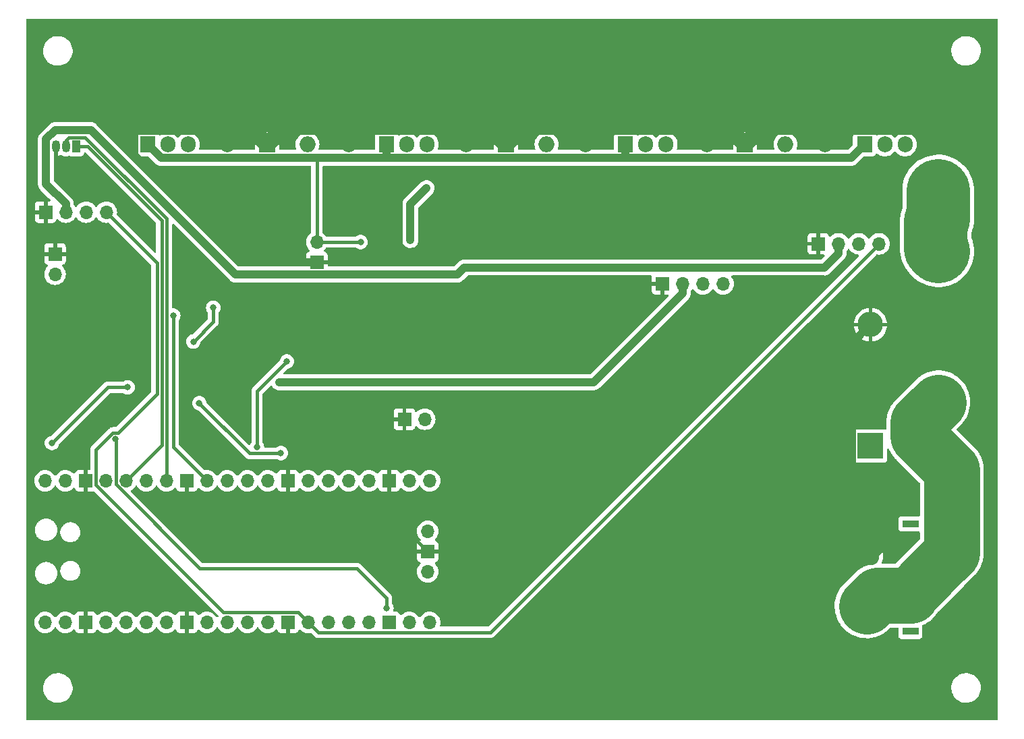
<source format=gbl>
%TF.GenerationSoftware,KiCad,Pcbnew,7.0.1*%
%TF.CreationDate,2023-04-21T09:18:26-07:00*%
%TF.ProjectId,lipo_drainer_schematic,6c69706f-5f64-4726-9169-6e65725f7363,rev?*%
%TF.SameCoordinates,Original*%
%TF.FileFunction,Copper,L2,Bot*%
%TF.FilePolarity,Positive*%
%FSLAX46Y46*%
G04 Gerber Fmt 4.6, Leading zero omitted, Abs format (unit mm)*
G04 Created by KiCad (PCBNEW 7.0.1) date 2023-04-21 09:18:26*
%MOMM*%
%LPD*%
G01*
G04 APERTURE LIST*
G04 Aperture macros list*
%AMRoundRect*
0 Rectangle with rounded corners*
0 $1 Rounding radius*
0 $2 $3 $4 $5 $6 $7 $8 $9 X,Y pos of 4 corners*
0 Add a 4 corners polygon primitive as box body*
4,1,4,$2,$3,$4,$5,$6,$7,$8,$9,$2,$3,0*
0 Add four circle primitives for the rounded corners*
1,1,$1+$1,$2,$3*
1,1,$1+$1,$4,$5*
1,1,$1+$1,$6,$7*
1,1,$1+$1,$8,$9*
0 Add four rect primitives between the rounded corners*
20,1,$1+$1,$2,$3,$4,$5,0*
20,1,$1+$1,$4,$5,$6,$7,0*
20,1,$1+$1,$6,$7,$8,$9,0*
20,1,$1+$1,$8,$9,$2,$3,0*%
G04 Aperture macros list end*
%TA.AperFunction,ComponentPad*%
%ADD10R,1.700000X1.700000*%
%TD*%
%TA.AperFunction,ComponentPad*%
%ADD11O,1.700000X1.700000*%
%TD*%
%TA.AperFunction,ComponentPad*%
%ADD12R,3.200000X3.200000*%
%TD*%
%TA.AperFunction,ComponentPad*%
%ADD13O,3.200000X3.200000*%
%TD*%
%TA.AperFunction,ComponentPad*%
%ADD14R,1.905000X2.000000*%
%TD*%
%TA.AperFunction,ComponentPad*%
%ADD15O,1.905000X2.000000*%
%TD*%
%TA.AperFunction,ComponentPad*%
%ADD16R,2.000000X2.000000*%
%TD*%
%TA.AperFunction,ComponentPad*%
%ADD17O,2.000000X2.000000*%
%TD*%
%TA.AperFunction,ComponentPad*%
%ADD18RoundRect,0.875000X0.875000X-0.875000X0.875000X0.875000X-0.875000X0.875000X-0.875000X-0.875000X0*%
%TD*%
%TA.AperFunction,ComponentPad*%
%ADD19C,3.500000*%
%TD*%
%TA.AperFunction,ComponentPad*%
%ADD20R,1.050000X1.500000*%
%TD*%
%TA.AperFunction,ComponentPad*%
%ADD21O,1.050000X1.500000*%
%TD*%
%TA.AperFunction,ComponentPad*%
%ADD22R,2.000000X0.900000*%
%TD*%
%TA.AperFunction,ComponentPad*%
%ADD23RoundRect,1.025000X-1.025000X1.025000X-1.025000X-1.025000X1.025000X-1.025000X1.025000X1.025000X0*%
%TD*%
%TA.AperFunction,ComponentPad*%
%ADD24C,4.100000*%
%TD*%
%TA.AperFunction,ViaPad*%
%ADD25C,0.800000*%
%TD*%
%TA.AperFunction,ViaPad*%
%ADD26C,3.000000*%
%TD*%
%TA.AperFunction,ViaPad*%
%ADD27C,2.000000*%
%TD*%
%TA.AperFunction,Conductor*%
%ADD28C,1.000000*%
%TD*%
%TA.AperFunction,Conductor*%
%ADD29C,0.400000*%
%TD*%
%TA.AperFunction,Conductor*%
%ADD30C,7.000000*%
%TD*%
%TA.AperFunction,Conductor*%
%ADD31C,8.000000*%
%TD*%
G04 APERTURE END LIST*
D10*
%TO.P,J3,1,Pin_1*%
%TO.N,GND*%
X135500000Y-100250000D03*
D11*
%TO.P,J3,2,Pin_2*%
%TO.N,/VHIGH*%
X138040000Y-100250000D03*
%TD*%
D12*
%TO.P,D3,1,K*%
%TO.N,/BAT+*%
X194000000Y-103620000D03*
D13*
%TO.P,D3,2,A*%
%TO.N,GND*%
X194000000Y-88380000D03*
%TD*%
D14*
%TO.P,Q7,1,G*%
%TO.N,/FET-G*%
X103250000Y-65750000D03*
D15*
%TO.P,Q7,2,D*%
%TO.N,/FET-D*%
X105790000Y-65750000D03*
%TO.P,Q7,3,S*%
%TO.N,/FET-S*%
X108330000Y-65750000D03*
%TD*%
D16*
%TO.P,R23,1*%
%TO.N,GND*%
X148250000Y-65750000D03*
D17*
%TO.P,R23,2*%
%TO.N,/FET-D*%
X153330000Y-65750000D03*
%TD*%
D10*
%TO.P,J2,1,Pin_1*%
%TO.N,GND*%
X187450000Y-78225000D03*
D11*
%TO.P,J2,2,Pin_2*%
%TO.N,/FAN+*%
X189990000Y-78225000D03*
%TO.P,J2,3,Pin_3*%
%TO.N,unconnected-(J2-Pin_3-Pad3)*%
X192530000Y-78225000D03*
%TO.P,J2,4,Pin_4*%
%TO.N,/FAN*%
X195070000Y-78225000D03*
%TD*%
D10*
%TO.P,J5,1,Pin_1*%
%TO.N,GND*%
X124500000Y-80540000D03*
D11*
%TO.P,J5,2,Pin_2*%
%TO.N,/FET-G*%
X124500000Y-78000000D03*
%TD*%
D10*
%TO.P,J8,1,Pin_1*%
%TO.N,GND*%
X90460000Y-74250000D03*
D11*
%TO.P,J8,2,Pin_2*%
%TO.N,/FAN+*%
X93000000Y-74250000D03*
%TO.P,J8,3,Pin_3*%
%TO.N,unconnected-(J8-Pin_3-Pad3)*%
X95540000Y-74250000D03*
%TO.P,J8,4,Pin_4*%
%TO.N,/FAN*%
X98080000Y-74250000D03*
%TD*%
%TO.P,U2,1,GPIO0*%
%TO.N,unconnected-(U2-GPIO0-Pad1)*%
X90400000Y-125750000D03*
%TO.P,U2,2,GPIO1*%
%TO.N,unconnected-(U2-GPIO1-Pad2)*%
X92940000Y-125750000D03*
D10*
%TO.P,U2,3,GND*%
%TO.N,GND*%
X95480000Y-125750000D03*
D11*
%TO.P,U2,4,GPIO2*%
%TO.N,unconnected-(U2-GPIO2-Pad4)*%
X98020000Y-125750000D03*
%TO.P,U2,5,GPIO3*%
%TO.N,unconnected-(U2-GPIO3-Pad5)*%
X100560000Y-125750000D03*
%TO.P,U2,6,GPIO4*%
%TO.N,/SDA*%
X103100000Y-125750000D03*
%TO.P,U2,7,GPIO5*%
%TO.N,/SCL*%
X105640000Y-125750000D03*
D10*
%TO.P,U2,8,GND*%
%TO.N,GND*%
X108180000Y-125750000D03*
D11*
%TO.P,U2,9,GPIO6*%
%TO.N,unconnected-(U2-GPIO6-Pad9)*%
X110720000Y-125750000D03*
%TO.P,U2,10,GPIO7*%
%TO.N,/NEXT*%
X113260000Y-125750000D03*
%TO.P,U2,11,GPIO8*%
%TO.N,/OK*%
X115800000Y-125750000D03*
%TO.P,U2,12,GPIO9*%
%TO.N,unconnected-(U2-GPIO9-Pad12)*%
X118340000Y-125750000D03*
D10*
%TO.P,U2,13,GND*%
%TO.N,GND*%
X120880000Y-125750000D03*
D11*
%TO.P,U2,14,GPIO10*%
%TO.N,/FAN*%
X123420000Y-125750000D03*
%TO.P,U2,15,GPIO11*%
%TO.N,unconnected-(U2-GPIO11-Pad15)*%
X125960000Y-125750000D03*
%TO.P,U2,16,GPIO12*%
%TO.N,unconnected-(U2-GPIO12-Pad16)*%
X128500000Y-125750000D03*
%TO.P,U2,17,GPIO13*%
%TO.N,unconnected-(U2-GPIO13-Pad17)*%
X131040000Y-125750000D03*
D10*
%TO.P,U2,18,GND*%
%TO.N,GND*%
X133580000Y-125750000D03*
D11*
%TO.P,U2,19,GPIO14*%
%TO.N,unconnected-(U2-GPIO14-Pad19)*%
X136120000Y-125750000D03*
%TO.P,U2,20,GPIO15*%
%TO.N,unconnected-(U2-GPIO15-Pad20)*%
X138660000Y-125750000D03*
%TO.P,U2,21,GPIO16*%
%TO.N,/FAST*%
X138660000Y-107970000D03*
%TO.P,U2,22,GPIO17*%
%TO.N,/SLOW*%
X136120000Y-107970000D03*
D10*
%TO.P,U2,23,GND*%
%TO.N,GND*%
X133580000Y-107970000D03*
D11*
%TO.P,U2,24,GPIO18*%
%TO.N,unconnected-(U2-GPIO18-Pad24)*%
X131040000Y-107970000D03*
%TO.P,U2,25,GPIO19*%
%TO.N,unconnected-(U2-GPIO19-Pad25)*%
X128500000Y-107970000D03*
%TO.P,U2,26,GPIO20*%
%TO.N,unconnected-(U2-GPIO20-Pad26)*%
X125960000Y-107970000D03*
%TO.P,U2,27,GPIO21*%
%TO.N,/EN*%
X123420000Y-107970000D03*
D10*
%TO.P,U2,28,GND*%
%TO.N,GND*%
X120880000Y-107970000D03*
D11*
%TO.P,U2,29,GPIO22*%
%TO.N,unconnected-(U2-GPIO22-Pad29)*%
X118340000Y-107970000D03*
%TO.P,U2,30,RUN*%
%TO.N,Net-(U2-RUN)*%
X115800000Y-107970000D03*
%TO.P,U2,31,GPIO26_ADC0*%
%TO.N,/VOLT*%
X113260000Y-107970000D03*
%TO.P,U2,32,GPIO27_ADC1*%
%TO.N,/CUR*%
X110720000Y-107970000D03*
D10*
%TO.P,U2,33,AGND*%
%TO.N,GND*%
X108180000Y-107970000D03*
D11*
%TO.P,U2,34,GPIO28_ADC2*%
%TO.N,/TEMP*%
X105640000Y-107970000D03*
%TO.P,U2,35,ADC_VREF*%
%TO.N,/3V*%
X103100000Y-107970000D03*
%TO.P,U2,36,3V3*%
%TO.N,/3V3*%
X100560000Y-107970000D03*
%TO.P,U2,37,3V3_EN*%
%TO.N,unconnected-(U2-3V3_EN-Pad37)*%
X98020000Y-107970000D03*
D10*
%TO.P,U2,38,GND*%
%TO.N,GND*%
X95480000Y-107970000D03*
D11*
%TO.P,U2,39,VSYS*%
%TO.N,/VSYS*%
X92940000Y-107970000D03*
%TO.P,U2,40,VBUS*%
%TO.N,unconnected-(U2-VBUS-Pad40)*%
X90400000Y-107970000D03*
%TO.P,U2,41,SWCLK*%
%TO.N,unconnected-(U2-SWCLK-Pad41)*%
X138430000Y-119400000D03*
D10*
%TO.P,U2,42,GND*%
%TO.N,GND*%
X138430000Y-116860000D03*
D11*
%TO.P,U2,43,SWDIO*%
%TO.N,unconnected-(U2-SWDIO-Pad43)*%
X138430000Y-114320000D03*
%TD*%
D10*
%TO.P,J4,1,Pin_1*%
%TO.N,GND*%
X167880000Y-83250000D03*
D11*
%TO.P,J4,2,Pin_2*%
%TO.N,/3V3*%
X170420000Y-83250000D03*
%TO.P,J4,3,Pin_3*%
%TO.N,/SCL*%
X172960000Y-83250000D03*
%TO.P,J4,4,Pin_4*%
%TO.N,/SDA*%
X175500000Y-83250000D03*
%TD*%
D16*
%TO.P,R24,1*%
%TO.N,GND*%
X178250000Y-65750000D03*
D17*
%TO.P,R24,2*%
%TO.N,/FET-D*%
X183330000Y-65750000D03*
%TD*%
D18*
%TO.P,F1,1*%
%TO.N,/BAT+*%
X202500000Y-105750000D03*
X202500000Y-98130000D03*
D19*
%TO.P,F1,2*%
%TO.N,/FET-S*%
X202500000Y-79160000D03*
X202500000Y-71540000D03*
%TD*%
D20*
%TO.P,J7,1,+V_{S}*%
%TO.N,/3V3*%
X94270000Y-66000000D03*
D21*
%TO.P,J7,2,V_{OUT}*%
%TO.N,/TEMP*%
X93000000Y-66000000D03*
%TO.P,J7,3,GND*%
%TO.N,GND*%
X91730000Y-66000000D03*
%TD*%
D14*
%TO.P,Q11,1,G*%
%TO.N,/FET-G*%
X163250000Y-65750000D03*
D15*
%TO.P,Q11,2,D*%
%TO.N,/FET-D*%
X165790000Y-65750000D03*
%TO.P,Q11,3,S*%
%TO.N,/FET-S*%
X168330000Y-65750000D03*
%TD*%
D22*
%TO.P,J1,*%
%TO.N,*%
X199000000Y-113400000D03*
X199000000Y-126900000D03*
D23*
%TO.P,J1,1,Pin_1*%
%TO.N,GND*%
X193000000Y-116550000D03*
D24*
%TO.P,J1,2,Pin_2*%
%TO.N,/BAT+*%
X193000000Y-123750000D03*
%TD*%
D16*
%TO.P,R22,1*%
%TO.N,GND*%
X118250000Y-65750000D03*
D17*
%TO.P,R22,2*%
%TO.N,/FET-D*%
X123330000Y-65750000D03*
%TD*%
D14*
%TO.P,Q8,1,G*%
%TO.N,/FET-G*%
X133250000Y-65750000D03*
D15*
%TO.P,Q8,2,D*%
%TO.N,/FET-D*%
X135790000Y-65750000D03*
%TO.P,Q8,3,S*%
%TO.N,/FET-S*%
X138330000Y-65750000D03*
%TD*%
D14*
%TO.P,Q10,1,G*%
%TO.N,/FET-G*%
X193250000Y-65750000D03*
D15*
%TO.P,Q10,2,D*%
%TO.N,/FET-D*%
X195790000Y-65750000D03*
%TO.P,Q10,3,S*%
%TO.N,/FET-S*%
X198330000Y-65750000D03*
%TD*%
D10*
%TO.P,J6,1,Pin_1*%
%TO.N,GND*%
X91650000Y-79500000D03*
D11*
%TO.P,J6,2,Pin_2*%
%TO.N,/FET-D*%
X91650000Y-82040000D03*
%TD*%
D25*
%TO.N,/FET-G*%
X130000000Y-78000000D03*
%TO.N,/3V3*%
X119750000Y-95600000D03*
D26*
%TO.N,/BAT+*%
X200000000Y-102400000D03*
X199000000Y-122400000D03*
X204200000Y-112600000D03*
X202800000Y-118400000D03*
D25*
X109000000Y-90500000D03*
X111500000Y-86250000D03*
%TO.N,/ON*%
X91250000Y-103250000D03*
X100750000Y-96250000D03*
%TO.N,/EN*%
X120000000Y-104500000D03*
X109750000Y-98250000D03*
D26*
%TO.N,GND*%
X158800000Y-89000000D03*
X184200000Y-98200000D03*
X108561980Y-52734770D03*
D27*
X128500000Y-65750000D03*
X173500000Y-65750000D03*
D26*
X148561980Y-52734770D03*
D27*
X97250000Y-87500000D03*
D26*
X118561980Y-52734770D03*
D27*
X188250000Y-65750000D03*
X91000000Y-98750000D03*
X158250000Y-65750000D03*
D26*
X100500000Y-54500000D03*
X188561980Y-52734770D03*
D25*
X129000000Y-99000000D03*
D26*
X182000000Y-86200000D03*
X143200000Y-105600000D03*
X168561980Y-52734770D03*
X128561980Y-52734770D03*
X169600000Y-95400000D03*
X186800000Y-111000000D03*
D25*
X124000000Y-92000000D03*
D26*
X161800000Y-102800000D03*
D27*
X143250000Y-65750000D03*
D26*
X170250000Y-135250000D03*
D27*
X113250000Y-65750000D03*
D26*
X153250000Y-135250000D03*
X149600000Y-107200000D03*
X185600000Y-135400000D03*
D25*
X205000000Y-61500000D03*
D26*
X158561980Y-52734770D03*
X147600000Y-117000000D03*
X178561980Y-52734770D03*
X139250000Y-134250000D03*
D27*
X124500000Y-101250000D03*
D26*
X138561980Y-52734770D03*
X128000000Y-132000000D03*
D25*
X99500000Y-100500000D03*
%TO.N,/CUR*%
X106500000Y-87250000D03*
%TO.N,/FET-S*%
X136250000Y-77750000D03*
X138250000Y-71250000D03*
D26*
X202200000Y-75400000D03*
D25*
%TO.N,/FAN+*%
X143000000Y-81200000D03*
%TO.N,Net-(U2-RUN)*%
X117000000Y-103750000D03*
X120750000Y-93000000D03*
%TO.N,/OFF*%
X133250000Y-124000000D03*
X99250000Y-102750000D03*
%TD*%
D28*
%TO.N,/FET-G*%
X191550000Y-67450000D02*
X193250000Y-65750000D01*
X103250000Y-65750000D02*
X104950000Y-67450000D01*
X163250000Y-65750000D02*
X163250000Y-67200000D01*
D29*
X124500000Y-78000000D02*
X124500000Y-67450000D01*
D28*
X124500000Y-67450000D02*
X133000000Y-67450000D01*
X104950000Y-67450000D02*
X124500000Y-67450000D01*
X163250000Y-67200000D02*
X163500000Y-67450000D01*
X133250000Y-67200000D02*
X133000000Y-67450000D01*
X163500000Y-67450000D02*
X191550000Y-67450000D01*
D29*
X124500000Y-78000000D02*
X130000000Y-78000000D01*
D28*
X133250000Y-65750000D02*
X133250000Y-67200000D01*
X133000000Y-67450000D02*
X163500000Y-67450000D01*
D29*
%TO.N,/3V3*%
X105040000Y-75308528D02*
X95731472Y-66000000D01*
X95731472Y-66000000D02*
X94270000Y-66000000D01*
D28*
X170420000Y-84452081D02*
X170420000Y-83250000D01*
D29*
X105040000Y-103490000D02*
X105040000Y-75308528D01*
X100560000Y-107970000D02*
X105040000Y-103490000D01*
D28*
X159272081Y-95600000D02*
X170420000Y-84452081D01*
X119750000Y-95600000D02*
X159272081Y-95600000D01*
D30*
%TO.N,/BAT+*%
X199000000Y-122200000D02*
X202800000Y-118400000D01*
X200000000Y-102400000D02*
X200000000Y-100630000D01*
X194850000Y-122400000D02*
X199000000Y-122400000D01*
X202800000Y-118400000D02*
X204200000Y-117000000D01*
X204200000Y-106600000D02*
X200000000Y-102400000D01*
X204200000Y-112600000D02*
X204200000Y-106600000D01*
X204200000Y-117000000D02*
X204200000Y-112600000D01*
X199000000Y-122400000D02*
X199000000Y-122200000D01*
D29*
X111500000Y-88000000D02*
X111500000Y-86250000D01*
X109000000Y-90500000D02*
X111500000Y-88000000D01*
D30*
X193500000Y-123750000D02*
X194850000Y-122400000D01*
X200000000Y-100630000D02*
X202500000Y-98130000D01*
D29*
%TO.N,/FAN*%
X146295000Y-127000000D02*
X195070000Y-78225000D01*
X112782233Y-124500000D02*
X122170000Y-124500000D01*
X96770000Y-108487767D02*
X112782233Y-124500000D01*
X104440000Y-97091371D02*
X99581371Y-101950000D01*
X122170000Y-124500000D02*
X123420000Y-125750000D01*
X99581371Y-101950000D02*
X98918629Y-101950000D01*
X124670000Y-127000000D02*
X146295000Y-127000000D01*
X98080000Y-74250000D02*
X104440000Y-80610000D01*
X96770000Y-104098629D02*
X96770000Y-108487767D01*
X104440000Y-80610000D02*
X104440000Y-97091371D01*
X123420000Y-125750000D02*
X124670000Y-127000000D01*
X98918629Y-101950000D02*
X96770000Y-104098629D01*
%TO.N,/ON*%
X100750000Y-96250000D02*
X98250000Y-96250000D01*
X98250000Y-96250000D02*
X91250000Y-103250000D01*
%TO.N,/EN*%
X120000000Y-104500000D02*
X119950000Y-104550000D01*
X119950000Y-104550000D02*
X116050000Y-104550000D01*
X116050000Y-104550000D02*
X109750000Y-98250000D01*
D28*
%TO.N,GND*%
X101597500Y-64050000D02*
X101597500Y-67097500D01*
X116550000Y-64050000D02*
X101597500Y-64050000D01*
D29*
X138430000Y-116860000D02*
X133580000Y-112010000D01*
D28*
X115040000Y-80540000D02*
X124500000Y-80540000D01*
X191700000Y-114750000D02*
X193500000Y-116550000D01*
X178250000Y-65750000D02*
X179950000Y-64050000D01*
X176550000Y-64050000D02*
X178250000Y-65750000D01*
X194000000Y-88380000D02*
X191700000Y-90680000D01*
X118250000Y-65750000D02*
X119950000Y-64050000D01*
X119950000Y-64050000D02*
X148250000Y-64050000D01*
X191700000Y-90680000D02*
X191700000Y-114750000D01*
X148250000Y-64050000D02*
X176550000Y-64050000D01*
X101597500Y-67097500D02*
X115040000Y-80540000D01*
X118250000Y-65750000D02*
X116550000Y-64050000D01*
D29*
X133580000Y-112010000D02*
X133580000Y-107970000D01*
D28*
X148250000Y-65750000D02*
X148250000Y-64050000D01*
D29*
X95480000Y-107970000D02*
X95480000Y-125750000D01*
D28*
X179950000Y-64050000D02*
X199300000Y-64050000D01*
D29*
%TO.N,/CUR*%
X110720000Y-107970000D02*
X106500000Y-103750000D01*
X106500000Y-103750000D02*
X106500000Y-87250000D01*
D31*
%TO.N,/FET-S*%
X202500000Y-71540000D02*
X202500000Y-75100000D01*
X202200000Y-75400000D02*
X202200000Y-78860000D01*
D28*
X136250000Y-73250000D02*
X138250000Y-71250000D01*
D31*
X202200000Y-78860000D02*
X202500000Y-79160000D01*
X202500000Y-75100000D02*
X202200000Y-75400000D01*
D28*
X136250000Y-77750000D02*
X136250000Y-73250000D01*
%TO.N,/FAN+*%
X143000000Y-81200000D02*
X142110000Y-82090000D01*
X188217081Y-81200000D02*
X143000000Y-81200000D01*
X114290000Y-82090000D02*
X96150000Y-63950000D01*
X91650000Y-63950000D02*
X90505000Y-65095000D01*
X189990000Y-79427081D02*
X188217081Y-81200000D01*
X90505000Y-70705000D02*
X93000000Y-73200000D01*
X189990000Y-78225000D02*
X189990000Y-79427081D01*
X93000000Y-73200000D02*
X93000000Y-74250000D01*
X142110000Y-82090000D02*
X114290000Y-82090000D01*
X90505000Y-65095000D02*
X90505000Y-70705000D01*
X96150000Y-63950000D02*
X91650000Y-63950000D01*
D29*
%TO.N,Net-(U2-RUN)*%
X117000000Y-96750000D02*
X120750000Y-93000000D01*
X117000000Y-103750000D02*
X117000000Y-96750000D01*
%TO.N,/OFF*%
X99250000Y-102750000D02*
X99270000Y-102770000D01*
X99270000Y-102770000D02*
X99270000Y-108447767D01*
X133250000Y-122750000D02*
X129500000Y-119000000D01*
X99270000Y-108447767D02*
X109822233Y-119000000D01*
X109822233Y-119000000D02*
X129500000Y-119000000D01*
X133250000Y-124000000D02*
X133250000Y-122750000D01*
%TO.N,/TEMP*%
X93345000Y-64850000D02*
X95430000Y-64850000D01*
X95430000Y-64850000D02*
X105640000Y-75060000D01*
X105640000Y-75060000D02*
X105640000Y-107970000D01*
X93000000Y-65195000D02*
X93345000Y-64850000D01*
X93000000Y-66000000D02*
X93000000Y-65195000D01*
%TD*%
%TA.AperFunction,Conductor*%
%TO.N,GND*%
G36*
X106502818Y-75736851D02*
G01*
X106552181Y-75767101D01*
X113572431Y-82787351D01*
X113574624Y-82789600D01*
X113634942Y-82853054D01*
X113683362Y-82886755D01*
X113690871Y-82892416D01*
X113736593Y-82929698D01*
X113763562Y-82943785D01*
X113776982Y-82951916D01*
X113801949Y-82969294D01*
X113801950Y-82969294D01*
X113801951Y-82969295D01*
X113830105Y-82981377D01*
X113856163Y-82992559D01*
X113864663Y-82996595D01*
X113898286Y-83014159D01*
X113916951Y-83023909D01*
X113946196Y-83032277D01*
X113960986Y-83037543D01*
X113968464Y-83040752D01*
X113988942Y-83049540D01*
X114046737Y-83061416D01*
X114055854Y-83063654D01*
X114112582Y-83079887D01*
X114142916Y-83082196D01*
X114158453Y-83084374D01*
X114188259Y-83090500D01*
X114247242Y-83090500D01*
X114256656Y-83090858D01*
X114315476Y-83095337D01*
X114345651Y-83091493D01*
X114361317Y-83090500D01*
X142095721Y-83090500D01*
X142098862Y-83090539D01*
X142186363Y-83092757D01*
X142244432Y-83082348D01*
X142253736Y-83081043D01*
X142312438Y-83075074D01*
X142341467Y-83065965D01*
X142356700Y-83062226D01*
X142386653Y-83056858D01*
X142441426Y-83034978D01*
X142450301Y-83031819D01*
X142467675Y-83026367D01*
X142506588Y-83014159D01*
X142533194Y-82999390D01*
X142547362Y-82992662D01*
X142575617Y-82981377D01*
X142624879Y-82948909D01*
X142632910Y-82944043D01*
X142684502Y-82915409D01*
X142707587Y-82895589D01*
X142720114Y-82886144D01*
X142745519Y-82869402D01*
X142787256Y-82827662D01*
X142794126Y-82821297D01*
X142838895Y-82782866D01*
X142857524Y-82758798D01*
X142867884Y-82747035D01*
X143378101Y-82236819D01*
X143418329Y-82209939D01*
X143465782Y-82200500D01*
X166408260Y-82200500D01*
X166474053Y-82219394D01*
X166519796Y-82270317D01*
X166531550Y-82337752D01*
X166530000Y-82352172D01*
X166530000Y-83000000D01*
X168006000Y-83000000D01*
X168068000Y-83016613D01*
X168113387Y-83062000D01*
X168130000Y-83124000D01*
X168130000Y-84600000D01*
X168557797Y-84600000D01*
X168614092Y-84613515D01*
X168658115Y-84651115D01*
X168680270Y-84704602D01*
X168675728Y-84762318D01*
X168645478Y-84811681D01*
X158893980Y-94563181D01*
X158853752Y-94590061D01*
X158806299Y-94599500D01*
X120440519Y-94599500D01*
X120384224Y-94585985D01*
X120340201Y-94548385D01*
X120318046Y-94494898D01*
X120322588Y-94437182D01*
X120352838Y-94387819D01*
X120578534Y-94162123D01*
X120812975Y-93927681D01*
X120841486Y-93906391D01*
X120874872Y-93894075D01*
X121029803Y-93861144D01*
X121202730Y-93784151D01*
X121355871Y-93672888D01*
X121482533Y-93532216D01*
X121577179Y-93368284D01*
X121635674Y-93188256D01*
X121655460Y-93000000D01*
X121635674Y-92811744D01*
X121577179Y-92631716D01*
X121577179Y-92631715D01*
X121482533Y-92467783D01*
X121355870Y-92327110D01*
X121202730Y-92215848D01*
X121029802Y-92138855D01*
X120844648Y-92099500D01*
X120844646Y-92099500D01*
X120655354Y-92099500D01*
X120655352Y-92099500D01*
X120470197Y-92138855D01*
X120297269Y-92215848D01*
X120144129Y-92327110D01*
X120017466Y-92467783D01*
X119922820Y-92631715D01*
X119864325Y-92811746D01*
X119859134Y-92861129D01*
X119847734Y-92901550D01*
X119823495Y-92935846D01*
X116522290Y-96237051D01*
X116516838Y-96242183D01*
X116471816Y-96282070D01*
X116437649Y-96331568D01*
X116433213Y-96337597D01*
X116396121Y-96384942D01*
X116391961Y-96394186D01*
X116380941Y-96413725D01*
X116375182Y-96422069D01*
X116353853Y-96478305D01*
X116350989Y-96485219D01*
X116326303Y-96540070D01*
X116324475Y-96550047D01*
X116318454Y-96571648D01*
X116314859Y-96581128D01*
X116307609Y-96640827D01*
X116306483Y-96648226D01*
X116295641Y-96707391D01*
X116299274Y-96767434D01*
X116299500Y-96774921D01*
X116299500Y-103134608D01*
X116291264Y-103179045D01*
X116267650Y-103217580D01*
X116267466Y-103217783D01*
X116172820Y-103381715D01*
X116161669Y-103416037D01*
X116127909Y-103468775D01*
X116072685Y-103498293D01*
X116010079Y-103497063D01*
X115956057Y-103465400D01*
X110676503Y-98185846D01*
X110652263Y-98151548D01*
X110640864Y-98111130D01*
X110635674Y-98061744D01*
X110577179Y-97881716D01*
X110577179Y-97881715D01*
X110482533Y-97717783D01*
X110355870Y-97577110D01*
X110202730Y-97465848D01*
X110029802Y-97388855D01*
X109844648Y-97349500D01*
X109844646Y-97349500D01*
X109655354Y-97349500D01*
X109655352Y-97349500D01*
X109470197Y-97388855D01*
X109297269Y-97465848D01*
X109144129Y-97577110D01*
X109017466Y-97717783D01*
X108922820Y-97881715D01*
X108864326Y-98061742D01*
X108844540Y-98249999D01*
X108864326Y-98438257D01*
X108922820Y-98618284D01*
X109017466Y-98782216D01*
X109144129Y-98922889D01*
X109297269Y-99034151D01*
X109470197Y-99111144D01*
X109625126Y-99144075D01*
X109658513Y-99156391D01*
X109687027Y-99177684D01*
X115537058Y-105027715D01*
X115542178Y-105033153D01*
X115582071Y-105078183D01*
X115582072Y-105078184D01*
X115631569Y-105112349D01*
X115637602Y-105116788D01*
X115684943Y-105153877D01*
X115694174Y-105158031D01*
X115713726Y-105169058D01*
X115722070Y-105174818D01*
X115778322Y-105196151D01*
X115785228Y-105199012D01*
X115840068Y-105223694D01*
X115850030Y-105225519D01*
X115871650Y-105231546D01*
X115881125Y-105235139D01*
X115881128Y-105235140D01*
X115940856Y-105242392D01*
X115948201Y-105243509D01*
X116007394Y-105254357D01*
X116067421Y-105250726D01*
X116074909Y-105250500D01*
X119460663Y-105250500D01*
X119498982Y-105256569D01*
X119533550Y-105274183D01*
X119547271Y-105284152D01*
X119720197Y-105361144D01*
X119905352Y-105400500D01*
X119905354Y-105400500D01*
X120094646Y-105400500D01*
X120094648Y-105400500D01*
X120218083Y-105374262D01*
X120279803Y-105361144D01*
X120452730Y-105284151D01*
X120493738Y-105254357D01*
X120605870Y-105172889D01*
X120622990Y-105153876D01*
X120732533Y-105032216D01*
X120827179Y-104868284D01*
X120885674Y-104688256D01*
X120905460Y-104500000D01*
X120885674Y-104311744D01*
X120849732Y-104201127D01*
X120827179Y-104131715D01*
X120732533Y-103967783D01*
X120605870Y-103827110D01*
X120452730Y-103715848D01*
X120279802Y-103638855D01*
X120094648Y-103599500D01*
X120094646Y-103599500D01*
X119905354Y-103599500D01*
X119905352Y-103599500D01*
X119720197Y-103638855D01*
X119547272Y-103715847D01*
X119522876Y-103733572D01*
X119395907Y-103825819D01*
X119361343Y-103843431D01*
X119323025Y-103849500D01*
X118027568Y-103849500D01*
X117969354Y-103834985D01*
X117924767Y-103794840D01*
X117904247Y-103738461D01*
X117903733Y-103733571D01*
X117885674Y-103561744D01*
X117851294Y-103455934D01*
X117827179Y-103381715D01*
X117732533Y-103217783D01*
X117732350Y-103217580D01*
X117708736Y-103179045D01*
X117700500Y-103134608D01*
X117700500Y-100500000D01*
X134150000Y-100500000D01*
X134150000Y-101147824D01*
X134156402Y-101207375D01*
X134206647Y-101342089D01*
X134292811Y-101457188D01*
X134407910Y-101543352D01*
X134542624Y-101593597D01*
X134602176Y-101600000D01*
X135250000Y-101600000D01*
X135750000Y-101600000D01*
X136397824Y-101600000D01*
X136457375Y-101593597D01*
X136592089Y-101543352D01*
X136707188Y-101457188D01*
X136793352Y-101342089D01*
X136842422Y-101210528D01*
X136877401Y-101160149D01*
X136932246Y-101132696D01*
X136993539Y-101134885D01*
X137046285Y-101166181D01*
X137168599Y-101288495D01*
X137362170Y-101424035D01*
X137576337Y-101523903D01*
X137804592Y-101585063D01*
X138040000Y-101605659D01*
X138275408Y-101585063D01*
X138503663Y-101523903D01*
X138717830Y-101424035D01*
X138911401Y-101288495D01*
X139078495Y-101121401D01*
X139214035Y-100927830D01*
X139313903Y-100713663D01*
X139375063Y-100485408D01*
X139395659Y-100250000D01*
X139375063Y-100014592D01*
X139313903Y-99786337D01*
X139214035Y-99572171D01*
X139078495Y-99378599D01*
X138911401Y-99211505D01*
X138717830Y-99075965D01*
X138503663Y-98976097D01*
X138431074Y-98956647D01*
X138275407Y-98914936D01*
X138040000Y-98894340D01*
X137804592Y-98914936D01*
X137576336Y-98976097D01*
X137362170Y-99075965D01*
X137168601Y-99211503D01*
X137046285Y-99333819D01*
X136993539Y-99365114D01*
X136932246Y-99367303D01*
X136877401Y-99339850D01*
X136842422Y-99289471D01*
X136793352Y-99157911D01*
X136707188Y-99042811D01*
X136592089Y-98956647D01*
X136457375Y-98906402D01*
X136397824Y-98900000D01*
X135750000Y-98900000D01*
X135750000Y-101600000D01*
X135250000Y-101600000D01*
X135250000Y-100500000D01*
X134150000Y-100500000D01*
X117700500Y-100500000D01*
X117700500Y-100000000D01*
X134150000Y-100000000D01*
X135250000Y-100000000D01*
X135250000Y-98900000D01*
X134602176Y-98900000D01*
X134542624Y-98906402D01*
X134407910Y-98956647D01*
X134292811Y-99042811D01*
X134206647Y-99157910D01*
X134156402Y-99292624D01*
X134150000Y-99352176D01*
X134150000Y-100000000D01*
X117700500Y-100000000D01*
X117700500Y-97091519D01*
X117709939Y-97044066D01*
X117736819Y-97003838D01*
X117969488Y-96771169D01*
X118679413Y-96061242D01*
X118726243Y-96031846D01*
X118781199Y-96025730D01*
X118833349Y-96044111D01*
X118872324Y-96083334D01*
X118954745Y-96215568D01*
X118954748Y-96215571D01*
X119094941Y-96363053D01*
X119261951Y-96479295D01*
X119448942Y-96559540D01*
X119648259Y-96600500D01*
X159257802Y-96600500D01*
X159260943Y-96600539D01*
X159348444Y-96602757D01*
X159406513Y-96592348D01*
X159415817Y-96591043D01*
X159474519Y-96585074D01*
X159503548Y-96575965D01*
X159518781Y-96572226D01*
X159548734Y-96566858D01*
X159603507Y-96544978D01*
X159612382Y-96541819D01*
X159629756Y-96536367D01*
X159668669Y-96524159D01*
X159695275Y-96509390D01*
X159709443Y-96502662D01*
X159737698Y-96491377D01*
X159786960Y-96458909D01*
X159794991Y-96454043D01*
X159846583Y-96425409D01*
X159869668Y-96405589D01*
X159882195Y-96396144D01*
X159907600Y-96379402D01*
X159949332Y-96337668D01*
X159956204Y-96331300D01*
X160000976Y-96292866D01*
X160019605Y-96268798D01*
X160029964Y-96257036D01*
X171117389Y-85169610D01*
X171119559Y-85167494D01*
X171183053Y-85107140D01*
X171216759Y-85058711D01*
X171222428Y-85051194D01*
X171259698Y-85005488D01*
X171273783Y-84978520D01*
X171281918Y-84965096D01*
X171288373Y-84955821D01*
X171299295Y-84940130D01*
X171322568Y-84885896D01*
X171326588Y-84877431D01*
X171353909Y-84825130D01*
X171362275Y-84795889D01*
X171367539Y-84781100D01*
X171379540Y-84753139D01*
X171391417Y-84695337D01*
X171393652Y-84686229D01*
X171409886Y-84629499D01*
X171412196Y-84599159D01*
X171414376Y-84583621D01*
X171420500Y-84553823D01*
X171420500Y-84494837D01*
X171420858Y-84485422D01*
X171423008Y-84457188D01*
X171425337Y-84426605D01*
X171421494Y-84396429D01*
X171420500Y-84380764D01*
X171420500Y-84210758D01*
X171429939Y-84163305D01*
X171456819Y-84123077D01*
X171456819Y-84123076D01*
X171458495Y-84121401D01*
X171588426Y-83935839D01*
X171632743Y-83896975D01*
X171690000Y-83882964D01*
X171747257Y-83896975D01*
X171791573Y-83935839D01*
X171921505Y-84121401D01*
X172088599Y-84288495D01*
X172282170Y-84424035D01*
X172496337Y-84523903D01*
X172724592Y-84585063D01*
X172960000Y-84605659D01*
X173195408Y-84585063D01*
X173423663Y-84523903D01*
X173637830Y-84424035D01*
X173831401Y-84288495D01*
X173998495Y-84121401D01*
X174128426Y-83935839D01*
X174172743Y-83896975D01*
X174230000Y-83882964D01*
X174287257Y-83896975D01*
X174331573Y-83935839D01*
X174461505Y-84121401D01*
X174628599Y-84288495D01*
X174822170Y-84424035D01*
X175036337Y-84523903D01*
X175264592Y-84585063D01*
X175500000Y-84605659D01*
X175735408Y-84585063D01*
X175963663Y-84523903D01*
X176177830Y-84424035D01*
X176371401Y-84288495D01*
X176538495Y-84121401D01*
X176674035Y-83927830D01*
X176773903Y-83713663D01*
X176835063Y-83485408D01*
X176855659Y-83250000D01*
X176835063Y-83014592D01*
X176773903Y-82786337D01*
X176674035Y-82572171D01*
X176550414Y-82395622D01*
X176528255Y-82332610D01*
X176542001Y-82267243D01*
X176587662Y-82218491D01*
X176651990Y-82200500D01*
X188202802Y-82200500D01*
X188205943Y-82200539D01*
X188293444Y-82202757D01*
X188351513Y-82192348D01*
X188360817Y-82191043D01*
X188419519Y-82185074D01*
X188448548Y-82175965D01*
X188463781Y-82172226D01*
X188493734Y-82166858D01*
X188548507Y-82144978D01*
X188557382Y-82141819D01*
X188574756Y-82136367D01*
X188613669Y-82124159D01*
X188640275Y-82109390D01*
X188654443Y-82102662D01*
X188682698Y-82091377D01*
X188731960Y-82058909D01*
X188739991Y-82054043D01*
X188791583Y-82025409D01*
X188814668Y-82005589D01*
X188827195Y-81996144D01*
X188852600Y-81979402D01*
X188894332Y-81937668D01*
X188901204Y-81931300D01*
X188945976Y-81892866D01*
X188964605Y-81868798D01*
X188974964Y-81857036D01*
X190687390Y-80144609D01*
X190689560Y-80142493D01*
X190753053Y-80082140D01*
X190786759Y-80033711D01*
X190792428Y-80026194D01*
X190829698Y-79980488D01*
X190843783Y-79953520D01*
X190851918Y-79940096D01*
X190858373Y-79930821D01*
X190869295Y-79915130D01*
X190892568Y-79860896D01*
X190896588Y-79852431D01*
X190923909Y-79800130D01*
X190932275Y-79770889D01*
X190937539Y-79756100D01*
X190949540Y-79728139D01*
X190961417Y-79670337D01*
X190963652Y-79661229D01*
X190979886Y-79604499D01*
X190982196Y-79574159D01*
X190984376Y-79558621D01*
X190985006Y-79555558D01*
X190985291Y-79554165D01*
X190990500Y-79528823D01*
X190990500Y-79469837D01*
X190990858Y-79460422D01*
X190993008Y-79432188D01*
X190995337Y-79401605D01*
X190991494Y-79371429D01*
X190990500Y-79355764D01*
X190990500Y-79185758D01*
X190999939Y-79138305D01*
X191026819Y-79098077D01*
X191026818Y-79098077D01*
X191028495Y-79096401D01*
X191158426Y-78910839D01*
X191202743Y-78871975D01*
X191260000Y-78857964D01*
X191317257Y-78871975D01*
X191361573Y-78910839D01*
X191491505Y-79096401D01*
X191658599Y-79263495D01*
X191852170Y-79399035D01*
X192066337Y-79498903D01*
X192294592Y-79560063D01*
X192443196Y-79573064D01*
X192507874Y-79598216D01*
X192548910Y-79654181D01*
X192553449Y-79723430D01*
X192520069Y-79784273D01*
X146041162Y-126263181D01*
X146000934Y-126290061D01*
X145953481Y-126299500D01*
X140072503Y-126299500D01*
X140017659Y-126286712D01*
X139974127Y-126250986D01*
X139950886Y-126199691D01*
X139952728Y-126143407D01*
X139995063Y-125985407D01*
X140015659Y-125750000D01*
X139995063Y-125514592D01*
X139972029Y-125428627D01*
X139933903Y-125286337D01*
X139834035Y-125072171D01*
X139698495Y-124878599D01*
X139531401Y-124711505D01*
X139337830Y-124575965D01*
X139123663Y-124476097D01*
X139051074Y-124456647D01*
X138895407Y-124414936D01*
X138660000Y-124394340D01*
X138424592Y-124414936D01*
X138196336Y-124476097D01*
X137982170Y-124575965D01*
X137788598Y-124711505D01*
X137621505Y-124878598D01*
X137491575Y-125064159D01*
X137447257Y-125103025D01*
X137390000Y-125117036D01*
X137332743Y-125103025D01*
X137288425Y-125064159D01*
X137173830Y-124900500D01*
X137158495Y-124878599D01*
X136991401Y-124711505D01*
X136797830Y-124575965D01*
X136583663Y-124476097D01*
X136511074Y-124456647D01*
X136355407Y-124414936D01*
X136120000Y-124394340D01*
X135884592Y-124414936D01*
X135656336Y-124476097D01*
X135442170Y-124575965D01*
X135248601Y-124711503D01*
X135126285Y-124833819D01*
X135073539Y-124865114D01*
X135012246Y-124867303D01*
X134957401Y-124839850D01*
X134922422Y-124789471D01*
X134873352Y-124657911D01*
X134787188Y-124542811D01*
X134672089Y-124456647D01*
X134537375Y-124406402D01*
X134477824Y-124400000D01*
X134237545Y-124400000D01*
X134181250Y-124386485D01*
X134137227Y-124348885D01*
X134115072Y-124295398D01*
X134119614Y-124237682D01*
X134135674Y-124188256D01*
X134155460Y-124000000D01*
X134135674Y-123811744D01*
X134077179Y-123631716D01*
X134077179Y-123631715D01*
X133982533Y-123467783D01*
X133982350Y-123467580D01*
X133958736Y-123429045D01*
X133950500Y-123384608D01*
X133950500Y-122774921D01*
X133950726Y-122767434D01*
X133950927Y-122764102D01*
X133954358Y-122707394D01*
X133943507Y-122648185D01*
X133942390Y-122640841D01*
X133935140Y-122581128D01*
X133931547Y-122571656D01*
X133925522Y-122550044D01*
X133923695Y-122540069D01*
X133899007Y-122485217D01*
X133896147Y-122478313D01*
X133874818Y-122422070D01*
X133869061Y-122413730D01*
X133858035Y-122394181D01*
X133853877Y-122384941D01*
X133816785Y-122337597D01*
X133812355Y-122331577D01*
X133778183Y-122282071D01*
X133733153Y-122242178D01*
X133727715Y-122237058D01*
X130890657Y-119400000D01*
X137074340Y-119400000D01*
X137094936Y-119635407D01*
X137122238Y-119737298D01*
X137156097Y-119863663D01*
X137255965Y-120077830D01*
X137391505Y-120271401D01*
X137558599Y-120438495D01*
X137752170Y-120574035D01*
X137966337Y-120673903D01*
X138194592Y-120735063D01*
X138430000Y-120755659D01*
X138665408Y-120735063D01*
X138893663Y-120673903D01*
X139107830Y-120574035D01*
X139301401Y-120438495D01*
X139468495Y-120271401D01*
X139604035Y-120077830D01*
X139703903Y-119863663D01*
X139765063Y-119635408D01*
X139785659Y-119400000D01*
X139782824Y-119367602D01*
X139765063Y-119164592D01*
X139761293Y-119150521D01*
X139703903Y-118936337D01*
X139604035Y-118722171D01*
X139468495Y-118528599D01*
X139346181Y-118406285D01*
X139314885Y-118353539D01*
X139312696Y-118292246D01*
X139340149Y-118237401D01*
X139390528Y-118202422D01*
X139522089Y-118153352D01*
X139637188Y-118067188D01*
X139723352Y-117952089D01*
X139773597Y-117817375D01*
X139780000Y-117757824D01*
X139780000Y-117110000D01*
X137080000Y-117110000D01*
X137080000Y-117757824D01*
X137086402Y-117817375D01*
X137136647Y-117952089D01*
X137222811Y-118067188D01*
X137337911Y-118153352D01*
X137469471Y-118202422D01*
X137519850Y-118237401D01*
X137547303Y-118292246D01*
X137545114Y-118353539D01*
X137513819Y-118406285D01*
X137391503Y-118528601D01*
X137255965Y-118722170D01*
X137156097Y-118936336D01*
X137094936Y-119164592D01*
X137074340Y-119400000D01*
X130890657Y-119400000D01*
X130012940Y-118522283D01*
X130007822Y-118516847D01*
X129967929Y-118471817D01*
X129967736Y-118471684D01*
X129918436Y-118437654D01*
X129912405Y-118433216D01*
X129878029Y-118406285D01*
X129865057Y-118396122D01*
X129865055Y-118396121D01*
X129865054Y-118396120D01*
X129855813Y-118391961D01*
X129836273Y-118380941D01*
X129827930Y-118375182D01*
X129827927Y-118375181D01*
X129827926Y-118375180D01*
X129771701Y-118353856D01*
X129764783Y-118350991D01*
X129709929Y-118326303D01*
X129699952Y-118324475D01*
X129678339Y-118318450D01*
X129668873Y-118314860D01*
X129609172Y-118307610D01*
X129601771Y-118306483D01*
X129542607Y-118295641D01*
X129482566Y-118299274D01*
X129475079Y-118299500D01*
X110163752Y-118299500D01*
X110116299Y-118290061D01*
X110076071Y-118263181D01*
X106132889Y-114319999D01*
X137074340Y-114319999D01*
X137094936Y-114555407D01*
X137128792Y-114681759D01*
X137156097Y-114783663D01*
X137255965Y-114997830D01*
X137391505Y-115191401D01*
X137391508Y-115191403D01*
X137391508Y-115191404D01*
X137513818Y-115313714D01*
X137545114Y-115366460D01*
X137547303Y-115427753D01*
X137519850Y-115482597D01*
X137469472Y-115517576D01*
X137337913Y-115566646D01*
X137222811Y-115652811D01*
X137136647Y-115767910D01*
X137086402Y-115902624D01*
X137080000Y-115962176D01*
X137080000Y-116610000D01*
X139780000Y-116610000D01*
X139780000Y-115962176D01*
X139773597Y-115902624D01*
X139723352Y-115767910D01*
X139637188Y-115652811D01*
X139522088Y-115566647D01*
X139390528Y-115517577D01*
X139340149Y-115482597D01*
X139312696Y-115427752D01*
X139314885Y-115366460D01*
X139346178Y-115313717D01*
X139468495Y-115191401D01*
X139604035Y-114997830D01*
X139703903Y-114783663D01*
X139765063Y-114555408D01*
X139785659Y-114320000D01*
X139765063Y-114084592D01*
X139703903Y-113856337D01*
X139604035Y-113642171D01*
X139468495Y-113448599D01*
X139301401Y-113281505D01*
X139107830Y-113145965D01*
X138893663Y-113046097D01*
X138832502Y-113029709D01*
X138665407Y-112984936D01*
X138430000Y-112964340D01*
X138194592Y-112984936D01*
X137966336Y-113046097D01*
X137752170Y-113145965D01*
X137558598Y-113281505D01*
X137391505Y-113448598D01*
X137255965Y-113642170D01*
X137156097Y-113856336D01*
X137094936Y-114084592D01*
X137074340Y-114319999D01*
X106132889Y-114319999D01*
X101171478Y-109358588D01*
X101140898Y-109308194D01*
X101137043Y-109249374D01*
X101160784Y-109195420D01*
X101206752Y-109158526D01*
X101237830Y-109144035D01*
X101431401Y-109008495D01*
X101598495Y-108841401D01*
X101728428Y-108655837D01*
X101772742Y-108616975D01*
X101829999Y-108602964D01*
X101887255Y-108616974D01*
X101931573Y-108655839D01*
X102061505Y-108841401D01*
X102228599Y-109008495D01*
X102422170Y-109144035D01*
X102636337Y-109243903D01*
X102864592Y-109305063D01*
X103100000Y-109325659D01*
X103335408Y-109305063D01*
X103563663Y-109243903D01*
X103777830Y-109144035D01*
X103971401Y-109008495D01*
X104138495Y-108841401D01*
X104268428Y-108655837D01*
X104312742Y-108616975D01*
X104369999Y-108602964D01*
X104427255Y-108616974D01*
X104471573Y-108655839D01*
X104601505Y-108841401D01*
X104768599Y-109008495D01*
X104962170Y-109144035D01*
X105176337Y-109243903D01*
X105404592Y-109305063D01*
X105640000Y-109325659D01*
X105875408Y-109305063D01*
X106103663Y-109243903D01*
X106317830Y-109144035D01*
X106511401Y-109008495D01*
X106633717Y-108886178D01*
X106686460Y-108854885D01*
X106747752Y-108852696D01*
X106802597Y-108880149D01*
X106837577Y-108930528D01*
X106886647Y-109062088D01*
X106972811Y-109177188D01*
X107087910Y-109263352D01*
X107222624Y-109313597D01*
X107282176Y-109320000D01*
X107930000Y-109320000D01*
X107930000Y-107844000D01*
X107946613Y-107782000D01*
X107992000Y-107736613D01*
X108054000Y-107720000D01*
X108306000Y-107720000D01*
X108368000Y-107736613D01*
X108413387Y-107782000D01*
X108430000Y-107844000D01*
X108430000Y-109320000D01*
X109077824Y-109320000D01*
X109137375Y-109313597D01*
X109272089Y-109263352D01*
X109387188Y-109177188D01*
X109473352Y-109062089D01*
X109522422Y-108930528D01*
X109557401Y-108880149D01*
X109612246Y-108852696D01*
X109673539Y-108854885D01*
X109726284Y-108886180D01*
X109848599Y-109008495D01*
X110042170Y-109144035D01*
X110256337Y-109243903D01*
X110484592Y-109305063D01*
X110720000Y-109325659D01*
X110955408Y-109305063D01*
X111183663Y-109243903D01*
X111397830Y-109144035D01*
X111591401Y-109008495D01*
X111758495Y-108841401D01*
X111888428Y-108655837D01*
X111932742Y-108616975D01*
X111989999Y-108602964D01*
X112047255Y-108616974D01*
X112091573Y-108655839D01*
X112221505Y-108841401D01*
X112388599Y-109008495D01*
X112582170Y-109144035D01*
X112796337Y-109243903D01*
X113024592Y-109305063D01*
X113260000Y-109325659D01*
X113495408Y-109305063D01*
X113723663Y-109243903D01*
X113937830Y-109144035D01*
X114131401Y-109008495D01*
X114298495Y-108841401D01*
X114428428Y-108655837D01*
X114472742Y-108616975D01*
X114529999Y-108602964D01*
X114587255Y-108616974D01*
X114631573Y-108655839D01*
X114761505Y-108841401D01*
X114928599Y-109008495D01*
X115122170Y-109144035D01*
X115336337Y-109243903D01*
X115564592Y-109305063D01*
X115800000Y-109325659D01*
X116035408Y-109305063D01*
X116263663Y-109243903D01*
X116477830Y-109144035D01*
X116671401Y-109008495D01*
X116838495Y-108841401D01*
X116968428Y-108655837D01*
X117012742Y-108616975D01*
X117069999Y-108602964D01*
X117127255Y-108616974D01*
X117171573Y-108655839D01*
X117301505Y-108841401D01*
X117468599Y-109008495D01*
X117662170Y-109144035D01*
X117876337Y-109243903D01*
X118104592Y-109305063D01*
X118340000Y-109325659D01*
X118575408Y-109305063D01*
X118803663Y-109243903D01*
X119017830Y-109144035D01*
X119211401Y-109008495D01*
X119333717Y-108886178D01*
X119386460Y-108854885D01*
X119447752Y-108852696D01*
X119502597Y-108880149D01*
X119537577Y-108930528D01*
X119586647Y-109062088D01*
X119672811Y-109177188D01*
X119787910Y-109263352D01*
X119922624Y-109313597D01*
X119982176Y-109320000D01*
X120630000Y-109320000D01*
X121130000Y-109320000D01*
X121777824Y-109320000D01*
X121837375Y-109313597D01*
X121972089Y-109263352D01*
X122087188Y-109177188D01*
X122173352Y-109062089D01*
X122222422Y-108930528D01*
X122257401Y-108880149D01*
X122312246Y-108852696D01*
X122373539Y-108854885D01*
X122426284Y-108886180D01*
X122548599Y-109008495D01*
X122742170Y-109144035D01*
X122956337Y-109243903D01*
X123184592Y-109305063D01*
X123420000Y-109325659D01*
X123655408Y-109305063D01*
X123883663Y-109243903D01*
X124097830Y-109144035D01*
X124291401Y-109008495D01*
X124458495Y-108841401D01*
X124588428Y-108655837D01*
X124632742Y-108616975D01*
X124689999Y-108602964D01*
X124747255Y-108616974D01*
X124791573Y-108655839D01*
X124921505Y-108841401D01*
X125088599Y-109008495D01*
X125282170Y-109144035D01*
X125496337Y-109243903D01*
X125724592Y-109305063D01*
X125960000Y-109325659D01*
X126195408Y-109305063D01*
X126423663Y-109243903D01*
X126637830Y-109144035D01*
X126831401Y-109008495D01*
X126998495Y-108841401D01*
X127128428Y-108655837D01*
X127172742Y-108616975D01*
X127229999Y-108602964D01*
X127287255Y-108616974D01*
X127331573Y-108655839D01*
X127461505Y-108841401D01*
X127628599Y-109008495D01*
X127822170Y-109144035D01*
X128036337Y-109243903D01*
X128264592Y-109305063D01*
X128500000Y-109325659D01*
X128735408Y-109305063D01*
X128963663Y-109243903D01*
X129177830Y-109144035D01*
X129371401Y-109008495D01*
X129538495Y-108841401D01*
X129668428Y-108655837D01*
X129712742Y-108616975D01*
X129769999Y-108602964D01*
X129827255Y-108616974D01*
X129871573Y-108655839D01*
X130001505Y-108841401D01*
X130168599Y-109008495D01*
X130362170Y-109144035D01*
X130576337Y-109243903D01*
X130804592Y-109305063D01*
X131040000Y-109325659D01*
X131275408Y-109305063D01*
X131503663Y-109243903D01*
X131717830Y-109144035D01*
X131911401Y-109008495D01*
X132033717Y-108886178D01*
X132086460Y-108854885D01*
X132147752Y-108852696D01*
X132202597Y-108880149D01*
X132237577Y-108930528D01*
X132286647Y-109062088D01*
X132372811Y-109177188D01*
X132487910Y-109263352D01*
X132622624Y-109313597D01*
X132682176Y-109320000D01*
X133330000Y-109320000D01*
X133830000Y-109320000D01*
X134477824Y-109320000D01*
X134537375Y-109313597D01*
X134672089Y-109263352D01*
X134787188Y-109177188D01*
X134873352Y-109062089D01*
X134922422Y-108930528D01*
X134957401Y-108880149D01*
X135012246Y-108852696D01*
X135073539Y-108854885D01*
X135126285Y-108886180D01*
X135248599Y-109008495D01*
X135442170Y-109144035D01*
X135656337Y-109243903D01*
X135884592Y-109305063D01*
X136120000Y-109325659D01*
X136355408Y-109305063D01*
X136583663Y-109243903D01*
X136797830Y-109144035D01*
X136991401Y-109008495D01*
X137158495Y-108841401D01*
X137288426Y-108655839D01*
X137332743Y-108616975D01*
X137390000Y-108602964D01*
X137447257Y-108616975D01*
X137491573Y-108655839D01*
X137621505Y-108841401D01*
X137788599Y-109008495D01*
X137982170Y-109144035D01*
X138196337Y-109243903D01*
X138424592Y-109305063D01*
X138660000Y-109325659D01*
X138895408Y-109305063D01*
X139123663Y-109243903D01*
X139337830Y-109144035D01*
X139531401Y-109008495D01*
X139698495Y-108841401D01*
X139834035Y-108647830D01*
X139933903Y-108433663D01*
X139995063Y-108205408D01*
X140015659Y-107970000D01*
X139995063Y-107734592D01*
X139933903Y-107506337D01*
X139834035Y-107292171D01*
X139698495Y-107098599D01*
X139531401Y-106931505D01*
X139337830Y-106795965D01*
X139123663Y-106696097D01*
X139051074Y-106676647D01*
X138895407Y-106634936D01*
X138660000Y-106614340D01*
X138424592Y-106634936D01*
X138196336Y-106696097D01*
X137982170Y-106795965D01*
X137788598Y-106931505D01*
X137621505Y-107098598D01*
X137491575Y-107284159D01*
X137447257Y-107323025D01*
X137390000Y-107337036D01*
X137332743Y-107323025D01*
X137288425Y-107284159D01*
X137158494Y-107098598D01*
X136991404Y-106931508D01*
X136991401Y-106931505D01*
X136797830Y-106795965D01*
X136583663Y-106696097D01*
X136511074Y-106676647D01*
X136355407Y-106634936D01*
X136120000Y-106614340D01*
X135884592Y-106634936D01*
X135656336Y-106696097D01*
X135442170Y-106795965D01*
X135248601Y-106931503D01*
X135126285Y-107053819D01*
X135073539Y-107085114D01*
X135012246Y-107087303D01*
X134957401Y-107059850D01*
X134922422Y-107009471D01*
X134873352Y-106877911D01*
X134787188Y-106762811D01*
X134672089Y-106676647D01*
X134537375Y-106626402D01*
X134477824Y-106620000D01*
X133830000Y-106620000D01*
X133830000Y-109320000D01*
X133330000Y-109320000D01*
X133330000Y-106620000D01*
X132682176Y-106620000D01*
X132622624Y-106626402D01*
X132487910Y-106676647D01*
X132372811Y-106762811D01*
X132286646Y-106877913D01*
X132237576Y-107009472D01*
X132202597Y-107059850D01*
X132147753Y-107087303D01*
X132086460Y-107085114D01*
X132033714Y-107053818D01*
X131911404Y-106931508D01*
X131911401Y-106931505D01*
X131717830Y-106795965D01*
X131503663Y-106696097D01*
X131431074Y-106676647D01*
X131275407Y-106634936D01*
X131040000Y-106614340D01*
X130804592Y-106634936D01*
X130576336Y-106696097D01*
X130362170Y-106795965D01*
X130168598Y-106931505D01*
X130001505Y-107098598D01*
X129871575Y-107284159D01*
X129827257Y-107323025D01*
X129770000Y-107337036D01*
X129712743Y-107323025D01*
X129668425Y-107284159D01*
X129538494Y-107098598D01*
X129371404Y-106931508D01*
X129371401Y-106931505D01*
X129177830Y-106795965D01*
X128963663Y-106696097D01*
X128891074Y-106676647D01*
X128735407Y-106634936D01*
X128500000Y-106614340D01*
X128264592Y-106634936D01*
X128036336Y-106696097D01*
X127822170Y-106795965D01*
X127628598Y-106931505D01*
X127461505Y-107098598D01*
X127331575Y-107284159D01*
X127287257Y-107323025D01*
X127230000Y-107337036D01*
X127172743Y-107323025D01*
X127128425Y-107284159D01*
X126998494Y-107098598D01*
X126831404Y-106931508D01*
X126831401Y-106931505D01*
X126637830Y-106795965D01*
X126423663Y-106696097D01*
X126351074Y-106676647D01*
X126195407Y-106634936D01*
X125960000Y-106614340D01*
X125724592Y-106634936D01*
X125496336Y-106696097D01*
X125282170Y-106795965D01*
X125088598Y-106931505D01*
X124921505Y-107098598D01*
X124791575Y-107284159D01*
X124747257Y-107323025D01*
X124690000Y-107337036D01*
X124632743Y-107323025D01*
X124588425Y-107284159D01*
X124458494Y-107098598D01*
X124291404Y-106931508D01*
X124291401Y-106931505D01*
X124097830Y-106795965D01*
X123883663Y-106696097D01*
X123811074Y-106676647D01*
X123655407Y-106634936D01*
X123420000Y-106614340D01*
X123184592Y-106634936D01*
X122956336Y-106696097D01*
X122742170Y-106795965D01*
X122548601Y-106931503D01*
X122426285Y-107053819D01*
X122373539Y-107085114D01*
X122312246Y-107087303D01*
X122257401Y-107059850D01*
X122222422Y-107009471D01*
X122173352Y-106877911D01*
X122087188Y-106762811D01*
X121972089Y-106676647D01*
X121837375Y-106626402D01*
X121777824Y-106620000D01*
X121130000Y-106620000D01*
X121130000Y-109320000D01*
X120630000Y-109320000D01*
X120630000Y-106620000D01*
X119982176Y-106620000D01*
X119922624Y-106626402D01*
X119787910Y-106676647D01*
X119672811Y-106762811D01*
X119586646Y-106877913D01*
X119537576Y-107009472D01*
X119502597Y-107059850D01*
X119447753Y-107087303D01*
X119386460Y-107085114D01*
X119333714Y-107053818D01*
X119211404Y-106931508D01*
X119211401Y-106931505D01*
X119017830Y-106795965D01*
X118803663Y-106696097D01*
X118731074Y-106676647D01*
X118575407Y-106634936D01*
X118340000Y-106614340D01*
X118104592Y-106634936D01*
X117876336Y-106696097D01*
X117662170Y-106795965D01*
X117468598Y-106931505D01*
X117301505Y-107098598D01*
X117171575Y-107284159D01*
X117127257Y-107323025D01*
X117070000Y-107337036D01*
X117012743Y-107323025D01*
X116968425Y-107284159D01*
X116838494Y-107098598D01*
X116671404Y-106931508D01*
X116671401Y-106931505D01*
X116477830Y-106795965D01*
X116263663Y-106696097D01*
X116191074Y-106676647D01*
X116035407Y-106634936D01*
X115800000Y-106614340D01*
X115564592Y-106634936D01*
X115336336Y-106696097D01*
X115122170Y-106795965D01*
X114928598Y-106931505D01*
X114761505Y-107098598D01*
X114631575Y-107284159D01*
X114587257Y-107323025D01*
X114530000Y-107337036D01*
X114472743Y-107323025D01*
X114428425Y-107284159D01*
X114298494Y-107098598D01*
X114131404Y-106931508D01*
X114131401Y-106931505D01*
X113937830Y-106795965D01*
X113723663Y-106696097D01*
X113651074Y-106676647D01*
X113495407Y-106634936D01*
X113260000Y-106614340D01*
X113024592Y-106634936D01*
X112796336Y-106696097D01*
X112582170Y-106795965D01*
X112388598Y-106931505D01*
X112221505Y-107098598D01*
X112091575Y-107284159D01*
X112047257Y-107323025D01*
X111990000Y-107337036D01*
X111932743Y-107323025D01*
X111888425Y-107284159D01*
X111758494Y-107098598D01*
X111591404Y-106931508D01*
X111591401Y-106931505D01*
X111397830Y-106795965D01*
X111183663Y-106696097D01*
X111111074Y-106676647D01*
X110955407Y-106634936D01*
X110720000Y-106614340D01*
X110484590Y-106634936D01*
X110467774Y-106639442D01*
X110403589Y-106639440D01*
X110348004Y-106607347D01*
X107236819Y-103496162D01*
X107209939Y-103455934D01*
X107200500Y-103408481D01*
X107200500Y-90500000D01*
X108094540Y-90500000D01*
X108114326Y-90688257D01*
X108172820Y-90868284D01*
X108267466Y-91032216D01*
X108394129Y-91172889D01*
X108547269Y-91284151D01*
X108720197Y-91361144D01*
X108905352Y-91400500D01*
X108905354Y-91400500D01*
X109094646Y-91400500D01*
X109094648Y-91400500D01*
X109218083Y-91374262D01*
X109279803Y-91361144D01*
X109452730Y-91284151D01*
X109605871Y-91172888D01*
X109732533Y-91032216D01*
X109827179Y-90868284D01*
X109885674Y-90688256D01*
X109890864Y-90638866D01*
X109902263Y-90598450D01*
X109926500Y-90564155D01*
X111977731Y-88512924D01*
X111983150Y-88507823D01*
X112028183Y-88467929D01*
X112062355Y-88418420D01*
X112066775Y-88412413D01*
X112103878Y-88365057D01*
X112108035Y-88355819D01*
X112119060Y-88336270D01*
X112124818Y-88327930D01*
X112146150Y-88271678D01*
X112148999Y-88264800D01*
X112173695Y-88209931D01*
X112175522Y-88199956D01*
X112181549Y-88178339D01*
X112185140Y-88168872D01*
X112192387Y-88109179D01*
X112193514Y-88101777D01*
X112195053Y-88093378D01*
X112204358Y-88042606D01*
X112200726Y-87982566D01*
X112200500Y-87975079D01*
X112200500Y-86865392D01*
X112208736Y-86820955D01*
X112232350Y-86782420D01*
X112232533Y-86782216D01*
X112327179Y-86618284D01*
X112340557Y-86577110D01*
X112385674Y-86438256D01*
X112405460Y-86250000D01*
X112385674Y-86061744D01*
X112327179Y-85881716D01*
X112327179Y-85881715D01*
X112232533Y-85717783D01*
X112105870Y-85577110D01*
X111952730Y-85465848D01*
X111779802Y-85388855D01*
X111594648Y-85349500D01*
X111594646Y-85349500D01*
X111405354Y-85349500D01*
X111405352Y-85349500D01*
X111220197Y-85388855D01*
X111047269Y-85465848D01*
X110894129Y-85577110D01*
X110767466Y-85717783D01*
X110672820Y-85881715D01*
X110614326Y-86061742D01*
X110594540Y-86250000D01*
X110614326Y-86438257D01*
X110672820Y-86618284D01*
X110767466Y-86782216D01*
X110767650Y-86782420D01*
X110791264Y-86820955D01*
X110799500Y-86865392D01*
X110799500Y-87658481D01*
X110790061Y-87705934D01*
X110763181Y-87746162D01*
X108937027Y-89572315D01*
X108908514Y-89593607D01*
X108875127Y-89605924D01*
X108720197Y-89638855D01*
X108547269Y-89715848D01*
X108394129Y-89827110D01*
X108267466Y-89967783D01*
X108172820Y-90131715D01*
X108114326Y-90311742D01*
X108094540Y-90500000D01*
X107200500Y-90500000D01*
X107200500Y-87865392D01*
X107208736Y-87820955D01*
X107232350Y-87782420D01*
X107232533Y-87782216D01*
X107327179Y-87618284D01*
X107352158Y-87541406D01*
X107385674Y-87438256D01*
X107405460Y-87250000D01*
X107385674Y-87061744D01*
X107327179Y-86881716D01*
X107327179Y-86881715D01*
X107232533Y-86717783D01*
X107105870Y-86577110D01*
X106952730Y-86465848D01*
X106779802Y-86388855D01*
X106594648Y-86349500D01*
X106594646Y-86349500D01*
X106464500Y-86349500D01*
X106402500Y-86332887D01*
X106357113Y-86287500D01*
X106340500Y-86225500D01*
X106340500Y-83500000D01*
X166530000Y-83500000D01*
X166530000Y-84147824D01*
X166536402Y-84207375D01*
X166586647Y-84342089D01*
X166672811Y-84457188D01*
X166787910Y-84543352D01*
X166922624Y-84593597D01*
X166982176Y-84600000D01*
X167630000Y-84600000D01*
X167630000Y-83500000D01*
X166530000Y-83500000D01*
X106340500Y-83500000D01*
X106340500Y-75854782D01*
X106354015Y-75798487D01*
X106391615Y-75754464D01*
X106445102Y-75732309D01*
X106502818Y-75736851D01*
G37*
%TD.AperFunction*%
%TA.AperFunction,Conductor*%
G36*
X91912500Y-65766613D02*
G01*
X91957887Y-65812000D01*
X91974500Y-65874000D01*
X91974500Y-66275380D01*
X91979403Y-66325161D01*
X91980000Y-66337315D01*
X91980000Y-67220285D01*
X92124149Y-67176558D01*
X92306016Y-67079348D01*
X92364470Y-67064706D01*
X92422923Y-67079348D01*
X92427504Y-67081797D01*
X92427506Y-67081798D01*
X92605659Y-67177023D01*
X92798967Y-67235662D01*
X93000000Y-67255462D01*
X93201033Y-67235662D01*
X93394341Y-67177023D01*
X93394347Y-67177019D01*
X93395424Y-67176693D01*
X93452894Y-67173227D01*
X93486456Y-67187748D01*
X93502666Y-67193794D01*
X93502669Y-67193796D01*
X93637517Y-67244091D01*
X93697127Y-67250500D01*
X94842872Y-67250499D01*
X94902483Y-67244091D01*
X95037331Y-67193796D01*
X95152546Y-67107546D01*
X95238796Y-66992331D01*
X95289091Y-66857483D01*
X95291402Y-66835983D01*
X95317449Y-66772298D01*
X95373439Y-66732302D01*
X95442130Y-66728313D01*
X95502373Y-66761558D01*
X104303181Y-75562365D01*
X104330061Y-75602593D01*
X104339500Y-75650046D01*
X104339500Y-79219481D01*
X104325985Y-79275776D01*
X104288385Y-79319799D01*
X104234898Y-79341954D01*
X104177182Y-79337412D01*
X104127819Y-79307162D01*
X99442652Y-74621995D01*
X99410558Y-74566407D01*
X99410559Y-74502219D01*
X99415063Y-74485409D01*
X99435659Y-74250000D01*
X99415063Y-74014592D01*
X99397115Y-73947609D01*
X99353903Y-73786337D01*
X99254035Y-73572171D01*
X99118495Y-73378599D01*
X98951401Y-73211505D01*
X98757830Y-73075965D01*
X98543663Y-72976097D01*
X98458534Y-72953287D01*
X98315407Y-72914936D01*
X98080000Y-72894340D01*
X97844592Y-72914936D01*
X97616336Y-72976097D01*
X97402170Y-73075965D01*
X97208598Y-73211505D01*
X97041508Y-73378595D01*
X96911574Y-73564160D01*
X96867255Y-73603026D01*
X96809999Y-73617036D01*
X96752742Y-73603025D01*
X96708426Y-73564161D01*
X96578495Y-73378599D01*
X96411401Y-73211505D01*
X96217830Y-73075965D01*
X96003663Y-72976097D01*
X95918534Y-72953287D01*
X95775407Y-72914936D01*
X95540000Y-72894340D01*
X95304592Y-72914936D01*
X95076336Y-72976097D01*
X94862170Y-73075965D01*
X94668598Y-73211505D01*
X94501508Y-73378595D01*
X94371574Y-73564160D01*
X94327255Y-73603026D01*
X94269999Y-73617036D01*
X94212742Y-73603025D01*
X94168426Y-73564161D01*
X94038495Y-73378599D01*
X94036819Y-73376923D01*
X94009939Y-73336695D01*
X94000500Y-73289242D01*
X94000500Y-73214279D01*
X94000540Y-73211137D01*
X94002757Y-73123638D01*
X93992350Y-73065574D01*
X93991041Y-73056242D01*
X93989675Y-73042811D01*
X93985074Y-72997562D01*
X93975964Y-72968528D01*
X93972227Y-72953305D01*
X93966858Y-72923347D01*
X93944969Y-72868549D01*
X93941816Y-72859689D01*
X93924160Y-72803415D01*
X93924159Y-72803414D01*
X93924159Y-72803412D01*
X93909396Y-72776816D01*
X93902663Y-72762636D01*
X93891379Y-72734385D01*
X93888837Y-72730528D01*
X93858901Y-72685106D01*
X93854040Y-72677082D01*
X93825409Y-72625498D01*
X93825408Y-72625496D01*
X93805593Y-72602415D01*
X93796144Y-72589883D01*
X93779402Y-72564481D01*
X93737699Y-72522779D01*
X93731292Y-72515866D01*
X93692865Y-72471103D01*
X93668802Y-72452477D01*
X93657022Y-72442102D01*
X91541819Y-70326899D01*
X91514939Y-70286671D01*
X91505500Y-70239218D01*
X91505500Y-65874000D01*
X91522113Y-65812000D01*
X91567500Y-65766613D01*
X91629500Y-65750000D01*
X91850500Y-65750000D01*
X91912500Y-65766613D01*
G37*
%TD.AperFunction*%
%TA.AperFunction,Conductor*%
G36*
X209937500Y-50017113D02*
G01*
X209982887Y-50062500D01*
X209999500Y-50124500D01*
X209999500Y-137875500D01*
X209982887Y-137937500D01*
X209937500Y-137982887D01*
X209875500Y-137999500D01*
X88124500Y-137999500D01*
X88062500Y-137982887D01*
X88017113Y-137937500D01*
X88000500Y-137875500D01*
X88000500Y-134067764D01*
X90145787Y-134067764D01*
X90175413Y-134337016D01*
X90243928Y-134599087D01*
X90349871Y-134848392D01*
X90490982Y-135079611D01*
X90580253Y-135186881D01*
X90664255Y-135287820D01*
X90865998Y-135468582D01*
X91091910Y-135618044D01*
X91198211Y-135667876D01*
X91337177Y-135733021D01*
X91596562Y-135811058D01*
X91596569Y-135811060D01*
X91864561Y-135850500D01*
X92067631Y-135850500D01*
X92067634Y-135850500D01*
X92270156Y-135835677D01*
X92270156Y-135835676D01*
X92534553Y-135776780D01*
X92787558Y-135680014D01*
X93023777Y-135547441D01*
X93238177Y-135381888D01*
X93426186Y-135186881D01*
X93583799Y-134966579D01*
X93707656Y-134725675D01*
X93795118Y-134469305D01*
X93844319Y-134202933D01*
X93849259Y-134067764D01*
X204145787Y-134067764D01*
X204175413Y-134337016D01*
X204243928Y-134599087D01*
X204349871Y-134848392D01*
X204490982Y-135079611D01*
X204580253Y-135186881D01*
X204664255Y-135287820D01*
X204865998Y-135468582D01*
X205091910Y-135618044D01*
X205198211Y-135667876D01*
X205337177Y-135733021D01*
X205596562Y-135811058D01*
X205596569Y-135811060D01*
X205864561Y-135850500D01*
X206067631Y-135850500D01*
X206067634Y-135850500D01*
X206270156Y-135835677D01*
X206270156Y-135835676D01*
X206534553Y-135776780D01*
X206787558Y-135680014D01*
X207023777Y-135547441D01*
X207238177Y-135381888D01*
X207426186Y-135186881D01*
X207583799Y-134966579D01*
X207707656Y-134725675D01*
X207795118Y-134469305D01*
X207844319Y-134202933D01*
X207854212Y-133932235D01*
X207824586Y-133662982D01*
X207756072Y-133400912D01*
X207650130Y-133151610D01*
X207509018Y-132920390D01*
X207509017Y-132920388D01*
X207335746Y-132712181D01*
X207230758Y-132618112D01*
X207134002Y-132531418D01*
X206908090Y-132381956D01*
X206908086Y-132381954D01*
X206662822Y-132266978D01*
X206403437Y-132188941D01*
X206403431Y-132188940D01*
X206135439Y-132149500D01*
X205932369Y-132149500D01*
X205932366Y-132149500D01*
X205729843Y-132164322D01*
X205465449Y-132223219D01*
X205212441Y-132319986D01*
X204976223Y-132452559D01*
X204761825Y-132618109D01*
X204573813Y-132813120D01*
X204416201Y-133033420D01*
X204292342Y-133274329D01*
X204204881Y-133530695D01*
X204155680Y-133797066D01*
X204145787Y-134067764D01*
X93849259Y-134067764D01*
X93854212Y-133932235D01*
X93824586Y-133662982D01*
X93756072Y-133400912D01*
X93650130Y-133151610D01*
X93509018Y-132920390D01*
X93509017Y-132920388D01*
X93335746Y-132712181D01*
X93230758Y-132618112D01*
X93134002Y-132531418D01*
X92908090Y-132381956D01*
X92908086Y-132381954D01*
X92662822Y-132266978D01*
X92403437Y-132188941D01*
X92403431Y-132188940D01*
X92135439Y-132149500D01*
X91932369Y-132149500D01*
X91932366Y-132149500D01*
X91729843Y-132164322D01*
X91465449Y-132223219D01*
X91212441Y-132319986D01*
X90976223Y-132452559D01*
X90761825Y-132618109D01*
X90573813Y-132813120D01*
X90416201Y-133033420D01*
X90292342Y-133274329D01*
X90204881Y-133530695D01*
X90155680Y-133797066D01*
X90145787Y-134067764D01*
X88000500Y-134067764D01*
X88000500Y-125749999D01*
X89044340Y-125749999D01*
X89064936Y-125985407D01*
X89095124Y-126098070D01*
X89126097Y-126213663D01*
X89225965Y-126427830D01*
X89361505Y-126621401D01*
X89528599Y-126788495D01*
X89722170Y-126924035D01*
X89936337Y-127023903D01*
X90164592Y-127085063D01*
X90400000Y-127105659D01*
X90635408Y-127085063D01*
X90863663Y-127023903D01*
X91077830Y-126924035D01*
X91271401Y-126788495D01*
X91438495Y-126621401D01*
X91568426Y-126435839D01*
X91612743Y-126396975D01*
X91670000Y-126382964D01*
X91727257Y-126396975D01*
X91771573Y-126435839D01*
X91901505Y-126621401D01*
X92068599Y-126788495D01*
X92262170Y-126924035D01*
X92476337Y-127023903D01*
X92704592Y-127085063D01*
X92940000Y-127105659D01*
X93175408Y-127085063D01*
X93403663Y-127023903D01*
X93617830Y-126924035D01*
X93811401Y-126788495D01*
X93933717Y-126666178D01*
X93986460Y-126634885D01*
X94047752Y-126632696D01*
X94102597Y-126660149D01*
X94137577Y-126710528D01*
X94186647Y-126842088D01*
X94272811Y-126957188D01*
X94387910Y-127043352D01*
X94522624Y-127093597D01*
X94582176Y-127100000D01*
X95230000Y-127100000D01*
X95730000Y-127100000D01*
X96377824Y-127100000D01*
X96437375Y-127093597D01*
X96572089Y-127043352D01*
X96687188Y-126957188D01*
X96773352Y-126842089D01*
X96822422Y-126710528D01*
X96857401Y-126660149D01*
X96912246Y-126632696D01*
X96973539Y-126634885D01*
X97026284Y-126666180D01*
X97148599Y-126788495D01*
X97342170Y-126924035D01*
X97556337Y-127023903D01*
X97784592Y-127085063D01*
X98020000Y-127105659D01*
X98255408Y-127085063D01*
X98483663Y-127023903D01*
X98697830Y-126924035D01*
X98891401Y-126788495D01*
X99058495Y-126621401D01*
X99188426Y-126435839D01*
X99232743Y-126396975D01*
X99290000Y-126382964D01*
X99347257Y-126396975D01*
X99391573Y-126435839D01*
X99521505Y-126621401D01*
X99688599Y-126788495D01*
X99882170Y-126924035D01*
X100096337Y-127023903D01*
X100324592Y-127085063D01*
X100560000Y-127105659D01*
X100795408Y-127085063D01*
X101023663Y-127023903D01*
X101237830Y-126924035D01*
X101431401Y-126788495D01*
X101598495Y-126621401D01*
X101728426Y-126435839D01*
X101772743Y-126396975D01*
X101830000Y-126382964D01*
X101887257Y-126396975D01*
X101931573Y-126435839D01*
X102061505Y-126621401D01*
X102228599Y-126788495D01*
X102422170Y-126924035D01*
X102636337Y-127023903D01*
X102864592Y-127085063D01*
X103100000Y-127105659D01*
X103335408Y-127085063D01*
X103563663Y-127023903D01*
X103777830Y-126924035D01*
X103971401Y-126788495D01*
X104138495Y-126621401D01*
X104268426Y-126435839D01*
X104312743Y-126396975D01*
X104370000Y-126382964D01*
X104427257Y-126396975D01*
X104471573Y-126435839D01*
X104601505Y-126621401D01*
X104768599Y-126788495D01*
X104962170Y-126924035D01*
X105176337Y-127023903D01*
X105404592Y-127085063D01*
X105640000Y-127105659D01*
X105875408Y-127085063D01*
X106103663Y-127023903D01*
X106317830Y-126924035D01*
X106511401Y-126788495D01*
X106633717Y-126666178D01*
X106686460Y-126634885D01*
X106747752Y-126632696D01*
X106802597Y-126660149D01*
X106837577Y-126710528D01*
X106886647Y-126842088D01*
X106972811Y-126957188D01*
X107087910Y-127043352D01*
X107222624Y-127093597D01*
X107282176Y-127100000D01*
X107930000Y-127100000D01*
X107930000Y-124400000D01*
X107282176Y-124400000D01*
X107222624Y-124406402D01*
X107087910Y-124456647D01*
X106972811Y-124542811D01*
X106886646Y-124657913D01*
X106837576Y-124789472D01*
X106802597Y-124839850D01*
X106747753Y-124867303D01*
X106686460Y-124865114D01*
X106633714Y-124833818D01*
X106511404Y-124711508D01*
X106511403Y-124711507D01*
X106511401Y-124711505D01*
X106317830Y-124575965D01*
X106103663Y-124476097D01*
X106031074Y-124456647D01*
X105875407Y-124414936D01*
X105640000Y-124394340D01*
X105404592Y-124414936D01*
X105176336Y-124476097D01*
X104962170Y-124575965D01*
X104768598Y-124711505D01*
X104601505Y-124878598D01*
X104471575Y-125064159D01*
X104427257Y-125103025D01*
X104370000Y-125117036D01*
X104312743Y-125103025D01*
X104268425Y-125064159D01*
X104153830Y-124900500D01*
X104138495Y-124878599D01*
X103971401Y-124711505D01*
X103777830Y-124575965D01*
X103563663Y-124476097D01*
X103491074Y-124456647D01*
X103335407Y-124414936D01*
X103100000Y-124394340D01*
X102864592Y-124414936D01*
X102636336Y-124476097D01*
X102422170Y-124575965D01*
X102228598Y-124711505D01*
X102061505Y-124878598D01*
X101931575Y-125064159D01*
X101887257Y-125103025D01*
X101830000Y-125117036D01*
X101772743Y-125103025D01*
X101728425Y-125064159D01*
X101613830Y-124900500D01*
X101598495Y-124878599D01*
X101431401Y-124711505D01*
X101237830Y-124575965D01*
X101023663Y-124476097D01*
X100951074Y-124456647D01*
X100795407Y-124414936D01*
X100560000Y-124394340D01*
X100324592Y-124414936D01*
X100096336Y-124476097D01*
X99882170Y-124575965D01*
X99688598Y-124711505D01*
X99521505Y-124878598D01*
X99391575Y-125064159D01*
X99347257Y-125103025D01*
X99290000Y-125117036D01*
X99232743Y-125103025D01*
X99188425Y-125064159D01*
X99073830Y-124900500D01*
X99058495Y-124878599D01*
X98891401Y-124711505D01*
X98697830Y-124575965D01*
X98483663Y-124476097D01*
X98411074Y-124456647D01*
X98255407Y-124414936D01*
X98020000Y-124394340D01*
X97784592Y-124414936D01*
X97556336Y-124476097D01*
X97342170Y-124575965D01*
X97148601Y-124711503D01*
X97026285Y-124833819D01*
X96973539Y-124865114D01*
X96912246Y-124867303D01*
X96857401Y-124839850D01*
X96822422Y-124789471D01*
X96773352Y-124657911D01*
X96687188Y-124542811D01*
X96572089Y-124456647D01*
X96437375Y-124406402D01*
X96377824Y-124400000D01*
X95730000Y-124400000D01*
X95730000Y-127100000D01*
X95230000Y-127100000D01*
X95230000Y-124400000D01*
X94582176Y-124400000D01*
X94522624Y-124406402D01*
X94387910Y-124456647D01*
X94272811Y-124542811D01*
X94186646Y-124657913D01*
X94137576Y-124789472D01*
X94102597Y-124839850D01*
X94047753Y-124867303D01*
X93986460Y-124865114D01*
X93933714Y-124833818D01*
X93811404Y-124711508D01*
X93811403Y-124711507D01*
X93811401Y-124711505D01*
X93617830Y-124575965D01*
X93403663Y-124476097D01*
X93331074Y-124456647D01*
X93175407Y-124414936D01*
X92940000Y-124394340D01*
X92704592Y-124414936D01*
X92476336Y-124476097D01*
X92262170Y-124575965D01*
X92068598Y-124711505D01*
X91901505Y-124878598D01*
X91771575Y-125064159D01*
X91727257Y-125103025D01*
X91670000Y-125117036D01*
X91612743Y-125103025D01*
X91568425Y-125064159D01*
X91453830Y-124900500D01*
X91438495Y-124878599D01*
X91271401Y-124711505D01*
X91077830Y-124575965D01*
X90863663Y-124476097D01*
X90791074Y-124456647D01*
X90635407Y-124414936D01*
X90400000Y-124394340D01*
X90164592Y-124414936D01*
X89936336Y-124476097D01*
X89722170Y-124575965D01*
X89528598Y-124711505D01*
X89361505Y-124878598D01*
X89225965Y-125072170D01*
X89126097Y-125286336D01*
X89064936Y-125514592D01*
X89044340Y-125749999D01*
X88000500Y-125749999D01*
X88000500Y-119584998D01*
X89124699Y-119584998D01*
X89131750Y-119670097D01*
X89132061Y-119675071D01*
X89135820Y-119763532D01*
X89140092Y-119783356D01*
X89142451Y-119799237D01*
X89143865Y-119816301D01*
X89143865Y-119816304D01*
X89143866Y-119816305D01*
X89162366Y-119889362D01*
X89165661Y-119902371D01*
X89166669Y-119906676D01*
X89178630Y-119962171D01*
X89186046Y-119996581D01*
X89192333Y-120012226D01*
X89197479Y-120028017D01*
X89200843Y-120041301D01*
X89237875Y-120125727D01*
X89239377Y-120129301D01*
X89274936Y-120217790D01*
X89281979Y-120229229D01*
X89289943Y-120244428D01*
X89290898Y-120246603D01*
X89294076Y-120253849D01*
X89346366Y-120333886D01*
X89348147Y-120336693D01*
X89399931Y-120420796D01*
X89406539Y-120428303D01*
X89417268Y-120442409D01*
X89421021Y-120448153D01*
X89488117Y-120521040D01*
X89489930Y-120523054D01*
X89557437Y-120599756D01*
X89562561Y-120603894D01*
X89575886Y-120616382D01*
X89578216Y-120618913D01*
X89618620Y-120650360D01*
X89659062Y-120681837D01*
X89660795Y-120683211D01*
X89742920Y-120749523D01*
X89745685Y-120751067D01*
X89761359Y-120761458D01*
X89761374Y-120761470D01*
X89854507Y-120811870D01*
X89855785Y-120812573D01*
X89951046Y-120865790D01*
X89951051Y-120865791D01*
X89951252Y-120865904D01*
X89962584Y-120870935D01*
X89965492Y-120871933D01*
X89965497Y-120871936D01*
X90068790Y-120907396D01*
X90069696Y-120907712D01*
X90118931Y-120925107D01*
X90175829Y-120945211D01*
X90175832Y-120945211D01*
X90178800Y-120946260D01*
X90185017Y-120947297D01*
X90185019Y-120947298D01*
X90296197Y-120965849D01*
X90296528Y-120965906D01*
X90351028Y-120975251D01*
X90410799Y-120985500D01*
X90410800Y-120985500D01*
X90413951Y-120985500D01*
X90589497Y-120985500D01*
X90646047Y-120985500D01*
X90646049Y-120985500D01*
X90700010Y-120976494D01*
X90709905Y-120975251D01*
X90767541Y-120970346D01*
X90816941Y-120957482D01*
X90827760Y-120955177D01*
X90857221Y-120950261D01*
X90874982Y-120947298D01*
X90929946Y-120928428D01*
X90938949Y-120925714D01*
X90998249Y-120910275D01*
X91041642Y-120890659D01*
X91052443Y-120886374D01*
X91094503Y-120871936D01*
X91148622Y-120842647D01*
X91156530Y-120838726D01*
X91215486Y-120812077D01*
X91252108Y-120787324D01*
X91262515Y-120781011D01*
X91298626Y-120761470D01*
X91349877Y-120721578D01*
X91356589Y-120716706D01*
X91406144Y-120683215D01*
X91413002Y-120678580D01*
X91417883Y-120673902D01*
X91442460Y-120650345D01*
X91452064Y-120642044D01*
X91481784Y-120618913D01*
X91528081Y-120568619D01*
X91533490Y-120563100D01*
X91585118Y-120513621D01*
X91607350Y-120483559D01*
X91615797Y-120473333D01*
X91638979Y-120448153D01*
X91678238Y-120388060D01*
X91682312Y-120382203D01*
X91726879Y-120321947D01*
X91742163Y-120291630D01*
X91749079Y-120279632D01*
X91754805Y-120270868D01*
X91765924Y-120253849D01*
X91796123Y-120185000D01*
X91798927Y-120179045D01*
X91834207Y-120109074D01*
X91843150Y-120079868D01*
X91848158Y-120066374D01*
X91859157Y-120041300D01*
X91878453Y-119965099D01*
X91880088Y-119959255D01*
X91904015Y-119881126D01*
X91904014Y-119881126D01*
X91904016Y-119881123D01*
X91907461Y-119854215D01*
X91910247Y-119839548D01*
X91916134Y-119816305D01*
X91922903Y-119734600D01*
X91923484Y-119729095D01*
X91927146Y-119700500D01*
X91934298Y-119644654D01*
X91933291Y-119620960D01*
X91933602Y-119605481D01*
X91935300Y-119585000D01*
X91928248Y-119499902D01*
X91927938Y-119494944D01*
X91927319Y-119480365D01*
X91924180Y-119406468D01*
X91919907Y-119386642D01*
X91917547Y-119370756D01*
X91916134Y-119353695D01*
X91898737Y-119285000D01*
X92304723Y-119285000D01*
X92306332Y-119303400D01*
X92306678Y-119319753D01*
X92305709Y-119341328D01*
X92316444Y-119420576D01*
X92317094Y-119426413D01*
X92323792Y-119502976D01*
X92329461Y-119524132D01*
X92332564Y-119539578D01*
X92335925Y-119564390D01*
X92359573Y-119637170D01*
X92361416Y-119643393D01*
X92380423Y-119714327D01*
X92391135Y-119737298D01*
X92396683Y-119751383D01*
X92405481Y-119778460D01*
X92405482Y-119778463D01*
X92405483Y-119778464D01*
X92410835Y-119788410D01*
X92440128Y-119842847D01*
X92443314Y-119849199D01*
X92472896Y-119912637D01*
X92489406Y-119936215D01*
X92497023Y-119948575D01*
X92512148Y-119976681D01*
X92528018Y-119996581D01*
X92555588Y-120031153D01*
X92560214Y-120037340D01*
X92598403Y-120091878D01*
X92621186Y-120114661D01*
X92630452Y-120125029D01*
X92652493Y-120152667D01*
X92702387Y-120196259D01*
X92708484Y-120201959D01*
X92753123Y-120246598D01*
X92782330Y-120267049D01*
X92792793Y-120275244D01*
X92811551Y-120291632D01*
X92822004Y-120300765D01*
X92875940Y-120332990D01*
X92883435Y-120337843D01*
X92932361Y-120372102D01*
X92942490Y-120376825D01*
X92967799Y-120388628D01*
X92978991Y-120394560D01*
X93015236Y-120416215D01*
X93015239Y-120416216D01*
X93070839Y-120437083D01*
X93079669Y-120440792D01*
X93124003Y-120461466D01*
X93130670Y-120464575D01*
X93171757Y-120475584D01*
X93183235Y-120479266D01*
X93194711Y-120483573D01*
X93225976Y-120495307D01*
X93281024Y-120505296D01*
X93290970Y-120507527D01*
X93342023Y-120521207D01*
X93386133Y-120525065D01*
X93387814Y-120525213D01*
X93399148Y-120526733D01*
X93447453Y-120535500D01*
X93499985Y-120535500D01*
X93510791Y-120535971D01*
X93560000Y-120540277D01*
X93609208Y-120535971D01*
X93612511Y-120535827D01*
X93616145Y-120535500D01*
X93616155Y-120535500D01*
X93670172Y-120530638D01*
X93670180Y-120530727D01*
X93670479Y-120530611D01*
X93777977Y-120521207D01*
X93777977Y-120521206D01*
X93782663Y-120520797D01*
X93784183Y-120520377D01*
X93784188Y-120520377D01*
X93887726Y-120491800D01*
X93888413Y-120491614D01*
X93938404Y-120478220D01*
X93994377Y-120463223D01*
X93999148Y-120461466D01*
X94001166Y-120460494D01*
X94001170Y-120460493D01*
X94094951Y-120415329D01*
X94096007Y-120414830D01*
X94187639Y-120372102D01*
X94187645Y-120372097D01*
X94189392Y-120371283D01*
X94203155Y-120363222D01*
X94203973Y-120362829D01*
X94285324Y-120303722D01*
X94287043Y-120302497D01*
X94366871Y-120246603D01*
X94366873Y-120246600D01*
X94366877Y-120246598D01*
X94367748Y-120245726D01*
X94382543Y-120233089D01*
X94386078Y-120230522D01*
X94453237Y-120160277D01*
X94455097Y-120158377D01*
X94521593Y-120091882D01*
X94521593Y-120091881D01*
X94521598Y-120091877D01*
X94524285Y-120088039D01*
X94536232Y-120073471D01*
X94541632Y-120067825D01*
X94593288Y-119989566D01*
X94595082Y-119986929D01*
X94647102Y-119912639D01*
X94650539Y-119905267D01*
X94659434Y-119889362D01*
X94659585Y-119889132D01*
X94665635Y-119879968D01*
X94701114Y-119796958D01*
X94702713Y-119793377D01*
X94739575Y-119714330D01*
X94742572Y-119703143D01*
X94748324Y-119686508D01*
X94748909Y-119685139D01*
X94754103Y-119672988D01*
X94773434Y-119588291D01*
X94774533Y-119583863D01*
X94779752Y-119564387D01*
X94796207Y-119502977D01*
X94797516Y-119488005D01*
X94800153Y-119471227D01*
X94804191Y-119453537D01*
X94807934Y-119370183D01*
X94808274Y-119365039D01*
X94815277Y-119285000D01*
X94813667Y-119266608D01*
X94813321Y-119250238D01*
X94814290Y-119228670D01*
X94803549Y-119149385D01*
X94802905Y-119143596D01*
X94799840Y-119108556D01*
X94796208Y-119067027D01*
X94794573Y-119060925D01*
X94790536Y-119045860D01*
X94787434Y-119030414D01*
X94784075Y-119005614D01*
X94779322Y-118990987D01*
X94760421Y-118932816D01*
X94758578Y-118926592D01*
X94743853Y-118871636D01*
X94739575Y-118855670D01*
X94728865Y-118832704D01*
X94723317Y-118818619D01*
X94714517Y-118791535D01*
X94679869Y-118727148D01*
X94676681Y-118720794D01*
X94647102Y-118657362D01*
X94639807Y-118646944D01*
X94630591Y-118633782D01*
X94622975Y-118621423D01*
X94607852Y-118593319D01*
X94564404Y-118538837D01*
X94559785Y-118532661D01*
X94521598Y-118478123D01*
X94498804Y-118455329D01*
X94489546Y-118444969D01*
X94484789Y-118439004D01*
X94467508Y-118417334D01*
X94467506Y-118417332D01*
X94417611Y-118373739D01*
X94411514Y-118368039D01*
X94366878Y-118323402D01*
X94337664Y-118302947D01*
X94327210Y-118294759D01*
X94297996Y-118269235D01*
X94295156Y-118267538D01*
X94244073Y-118237017D01*
X94236550Y-118232145D01*
X94187640Y-118197898D01*
X94158908Y-118184500D01*
X94152201Y-118181372D01*
X94141014Y-118175442D01*
X94104764Y-118153784D01*
X94049171Y-118132921D01*
X94040349Y-118129216D01*
X93989330Y-118105425D01*
X93989328Y-118105424D01*
X93961575Y-118097987D01*
X93948228Y-118094411D01*
X93936762Y-118090732D01*
X93894024Y-118074693D01*
X93850636Y-118066818D01*
X93838964Y-118064700D01*
X93829018Y-118062468D01*
X93777980Y-118048793D01*
X93732175Y-118044785D01*
X93720846Y-118043264D01*
X93672550Y-118034500D01*
X93672547Y-118034500D01*
X93620015Y-118034500D01*
X93609208Y-118034028D01*
X93605788Y-118033728D01*
X93560000Y-118029722D01*
X93514211Y-118033728D01*
X93510791Y-118034028D01*
X93507481Y-118034172D01*
X93449916Y-118039352D01*
X93449612Y-118039379D01*
X93337332Y-118049203D01*
X93232522Y-118078129D01*
X93231627Y-118078373D01*
X93125660Y-118106767D01*
X93120809Y-118108553D01*
X93025246Y-118154573D01*
X93023853Y-118155233D01*
X92930634Y-118198703D01*
X92916875Y-118206762D01*
X92916030Y-118207169D01*
X92834662Y-118266284D01*
X92832904Y-118267538D01*
X92753118Y-118323405D01*
X92752235Y-118324289D01*
X92737467Y-118336901D01*
X92733923Y-118339476D01*
X92666846Y-118409632D01*
X92664903Y-118411619D01*
X92598401Y-118478122D01*
X92595708Y-118481968D01*
X92583776Y-118496517D01*
X92578370Y-118502172D01*
X92526775Y-118580333D01*
X92524866Y-118583141D01*
X92472897Y-118657363D01*
X92469460Y-118664734D01*
X92460571Y-118680629D01*
X92454364Y-118690032D01*
X92418893Y-118773021D01*
X92417260Y-118776676D01*
X92410331Y-118791536D01*
X92380423Y-118855673D01*
X92377426Y-118866856D01*
X92371680Y-118883478D01*
X92365897Y-118897009D01*
X92346576Y-118981659D01*
X92345460Y-118986157D01*
X92323793Y-119067020D01*
X92322483Y-119081993D01*
X92319847Y-119098767D01*
X92315809Y-119116460D01*
X92312066Y-119199777D01*
X92311719Y-119205016D01*
X92306331Y-119266613D01*
X92304723Y-119285000D01*
X91898737Y-119285000D01*
X91894328Y-119267589D01*
X91893336Y-119263354D01*
X91873954Y-119173419D01*
X91867665Y-119157770D01*
X91862521Y-119141989D01*
X91859157Y-119128700D01*
X91822102Y-119044224D01*
X91820621Y-119040696D01*
X91785066Y-118952214D01*
X91785064Y-118952210D01*
X91778016Y-118940764D01*
X91770051Y-118925561D01*
X91767329Y-118919355D01*
X91765924Y-118916151D01*
X91713628Y-118836106D01*
X91711879Y-118833350D01*
X91660069Y-118749205D01*
X91653454Y-118741689D01*
X91642730Y-118727588D01*
X91640400Y-118724022D01*
X91638979Y-118721847D01*
X91571876Y-118648953D01*
X91570068Y-118646944D01*
X91502564Y-118570245D01*
X91501253Y-118569186D01*
X91497439Y-118566106D01*
X91484115Y-118553619D01*
X91481785Y-118551088D01*
X91400936Y-118488161D01*
X91399199Y-118486783D01*
X91317082Y-118420477D01*
X91314315Y-118418932D01*
X91298637Y-118408538D01*
X91298626Y-118408529D01*
X91205552Y-118358161D01*
X91204209Y-118357423D01*
X91108954Y-118304210D01*
X91108947Y-118304207D01*
X91108753Y-118304099D01*
X91097401Y-118299059D01*
X91087445Y-118295641D01*
X90991252Y-118262617D01*
X90990233Y-118262263D01*
X90881202Y-118223739D01*
X90763772Y-118204144D01*
X90763226Y-118204051D01*
X90649202Y-118184500D01*
X90649200Y-118184500D01*
X90646049Y-118184500D01*
X90413951Y-118184500D01*
X90413949Y-118184500D01*
X90359991Y-118193503D01*
X90350102Y-118194747D01*
X90292460Y-118199653D01*
X90243077Y-118212511D01*
X90232249Y-118214819D01*
X90185023Y-118222701D01*
X90185021Y-118222701D01*
X90185019Y-118222702D01*
X90130056Y-118241570D01*
X90121052Y-118244284D01*
X90061748Y-118259725D01*
X90018361Y-118279337D01*
X90007554Y-118283624D01*
X89965496Y-118298063D01*
X89911395Y-118327341D01*
X89903460Y-118331276D01*
X89844509Y-118357925D01*
X89807882Y-118382679D01*
X89797470Y-118388994D01*
X89761373Y-118408529D01*
X89710124Y-118448417D01*
X89703402Y-118453296D01*
X89646999Y-118491418D01*
X89617549Y-118519643D01*
X89607919Y-118527967D01*
X89578216Y-118551087D01*
X89578214Y-118551088D01*
X89578214Y-118551089D01*
X89531926Y-118601369D01*
X89526500Y-118606905D01*
X89474883Y-118656376D01*
X89452659Y-118686426D01*
X89444196Y-118696670D01*
X89421023Y-118721843D01*
X89381782Y-118781905D01*
X89377671Y-118787815D01*
X89333119Y-118848054D01*
X89317826Y-118878384D01*
X89310917Y-118890371D01*
X89294077Y-118916147D01*
X89278257Y-118952214D01*
X89265636Y-118980987D01*
X89263887Y-118984974D01*
X89261054Y-118990987D01*
X89225792Y-119060925D01*
X89216847Y-119090131D01*
X89211842Y-119103620D01*
X89200844Y-119128695D01*
X89181552Y-119204871D01*
X89179912Y-119210736D01*
X89155983Y-119288875D01*
X89152538Y-119315775D01*
X89149750Y-119330455D01*
X89143865Y-119353697D01*
X89137097Y-119435377D01*
X89136517Y-119440886D01*
X89125701Y-119525348D01*
X89126707Y-119549025D01*
X89126396Y-119564520D01*
X89124699Y-119584998D01*
X88000500Y-119584998D01*
X88000500Y-114134998D01*
X89124699Y-114134998D01*
X89131750Y-114220097D01*
X89132061Y-114225071D01*
X89135820Y-114313532D01*
X89140092Y-114333356D01*
X89142451Y-114349237D01*
X89143865Y-114366301D01*
X89143865Y-114366304D01*
X89143866Y-114366305D01*
X89146997Y-114378671D01*
X89165661Y-114452371D01*
X89166669Y-114456676D01*
X89180367Y-114520230D01*
X89186046Y-114546581D01*
X89192333Y-114562226D01*
X89197479Y-114578017D01*
X89200843Y-114591301D01*
X89237875Y-114675727D01*
X89239377Y-114679301D01*
X89274936Y-114767790D01*
X89281979Y-114779229D01*
X89289945Y-114794431D01*
X89294076Y-114803849D01*
X89346366Y-114883886D01*
X89348142Y-114886686D01*
X89352753Y-114894173D01*
X89399931Y-114970796D01*
X89406539Y-114978303D01*
X89417268Y-114992409D01*
X89421021Y-114998153D01*
X89488117Y-115071040D01*
X89489930Y-115073054D01*
X89546060Y-115136830D01*
X89557437Y-115149756D01*
X89562561Y-115153894D01*
X89575886Y-115166382D01*
X89578216Y-115168913D01*
X89659062Y-115231837D01*
X89660800Y-115233215D01*
X89705846Y-115269588D01*
X89742920Y-115299523D01*
X89745685Y-115301067D01*
X89761359Y-115311458D01*
X89761374Y-115311470D01*
X89854507Y-115361870D01*
X89855785Y-115362573D01*
X89951046Y-115415790D01*
X89951051Y-115415791D01*
X89951252Y-115415904D01*
X89962584Y-115420935D01*
X89965492Y-115421933D01*
X89965497Y-115421936D01*
X90068790Y-115457396D01*
X90069696Y-115457712D01*
X90118931Y-115475107D01*
X90175829Y-115495211D01*
X90175832Y-115495211D01*
X90178800Y-115496260D01*
X90185017Y-115497297D01*
X90185019Y-115497298D01*
X90296197Y-115515849D01*
X90296528Y-115515906D01*
X90351028Y-115525251D01*
X90410799Y-115535500D01*
X90410800Y-115535500D01*
X90413951Y-115535500D01*
X90589497Y-115535500D01*
X90646047Y-115535500D01*
X90646049Y-115535500D01*
X90700010Y-115526494D01*
X90709905Y-115525251D01*
X90767541Y-115520346D01*
X90816941Y-115507482D01*
X90827760Y-115505177D01*
X90857221Y-115500261D01*
X90874982Y-115497298D01*
X90929946Y-115478428D01*
X90938949Y-115475714D01*
X90998249Y-115460275D01*
X91041642Y-115440659D01*
X91052443Y-115436374D01*
X91094503Y-115421936D01*
X91148622Y-115392647D01*
X91156530Y-115388726D01*
X91215486Y-115362077D01*
X91252108Y-115337324D01*
X91262515Y-115331011D01*
X91298626Y-115311470D01*
X91349877Y-115271578D01*
X91356589Y-115266706D01*
X91406144Y-115233215D01*
X91413002Y-115228580D01*
X91424223Y-115217825D01*
X91442460Y-115200345D01*
X91452064Y-115192044D01*
X91481784Y-115168913D01*
X91528081Y-115118619D01*
X91533490Y-115113100D01*
X91585118Y-115063621D01*
X91607350Y-115033559D01*
X91615797Y-115023333D01*
X91638979Y-114998153D01*
X91678238Y-114938060D01*
X91682312Y-114932203D01*
X91726879Y-114871947D01*
X91742163Y-114841630D01*
X91749079Y-114829632D01*
X91753420Y-114822988D01*
X91765924Y-114803849D01*
X91796123Y-114735000D01*
X91798927Y-114729045D01*
X91834207Y-114659074D01*
X91843150Y-114629868D01*
X91848158Y-114616374D01*
X91859157Y-114591300D01*
X91878453Y-114515099D01*
X91880088Y-114509255D01*
X91891423Y-114472243D01*
X91902829Y-114435000D01*
X92304723Y-114435000D01*
X92306332Y-114453400D01*
X92306678Y-114469753D01*
X92305709Y-114491328D01*
X92316444Y-114570576D01*
X92317094Y-114576413D01*
X92323792Y-114652976D01*
X92329461Y-114674132D01*
X92332564Y-114689578D01*
X92335925Y-114714390D01*
X92359573Y-114787170D01*
X92361416Y-114793393D01*
X92380423Y-114864327D01*
X92391135Y-114887298D01*
X92396683Y-114901383D01*
X92405481Y-114928460D01*
X92440128Y-114992847D01*
X92443314Y-114999199D01*
X92472896Y-115062637D01*
X92489406Y-115086215D01*
X92497023Y-115098575D01*
X92512148Y-115126681D01*
X92545826Y-115168912D01*
X92555588Y-115181153D01*
X92560214Y-115187340D01*
X92598403Y-115241878D01*
X92621186Y-115264661D01*
X92630452Y-115275029D01*
X92652493Y-115302667D01*
X92702387Y-115346259D01*
X92708484Y-115351959D01*
X92753123Y-115396598D01*
X92782330Y-115417049D01*
X92792793Y-115425244D01*
X92810440Y-115440662D01*
X92822004Y-115450765D01*
X92875940Y-115482990D01*
X92883435Y-115487843D01*
X92932361Y-115522102D01*
X92939114Y-115525251D01*
X92967799Y-115538628D01*
X92978991Y-115544560D01*
X93015236Y-115566215D01*
X93016387Y-115566647D01*
X93070839Y-115587083D01*
X93079669Y-115590792D01*
X93124003Y-115611466D01*
X93130670Y-115614575D01*
X93171757Y-115625584D01*
X93183235Y-115629266D01*
X93194903Y-115633645D01*
X93225976Y-115645307D01*
X93281024Y-115655296D01*
X93290970Y-115657527D01*
X93342023Y-115671207D01*
X93386133Y-115675065D01*
X93387814Y-115675213D01*
X93399148Y-115676733D01*
X93447453Y-115685500D01*
X93499985Y-115685500D01*
X93510791Y-115685971D01*
X93560000Y-115690277D01*
X93609208Y-115685971D01*
X93612511Y-115685827D01*
X93616145Y-115685500D01*
X93616155Y-115685500D01*
X93670172Y-115680638D01*
X93670180Y-115680727D01*
X93670479Y-115680611D01*
X93777977Y-115671207D01*
X93777977Y-115671206D01*
X93782663Y-115670797D01*
X93784183Y-115670377D01*
X93784188Y-115670377D01*
X93887726Y-115641800D01*
X93888413Y-115641614D01*
X93934500Y-115629266D01*
X93994377Y-115613223D01*
X93999148Y-115611466D01*
X94001166Y-115610494D01*
X94001170Y-115610493D01*
X94094951Y-115565329D01*
X94096007Y-115564830D01*
X94187639Y-115522102D01*
X94187645Y-115522097D01*
X94189392Y-115521283D01*
X94203155Y-115513222D01*
X94203973Y-115512829D01*
X94285324Y-115453722D01*
X94287043Y-115452497D01*
X94366871Y-115396603D01*
X94366873Y-115396600D01*
X94366877Y-115396598D01*
X94367748Y-115395726D01*
X94382543Y-115383089D01*
X94386078Y-115380522D01*
X94453237Y-115310277D01*
X94455097Y-115308377D01*
X94521593Y-115241882D01*
X94521593Y-115241881D01*
X94521598Y-115241877D01*
X94524285Y-115238039D01*
X94536232Y-115223471D01*
X94541632Y-115217825D01*
X94593288Y-115139566D01*
X94595082Y-115136929D01*
X94647102Y-115062639D01*
X94650539Y-115055267D01*
X94659434Y-115039362D01*
X94663255Y-115033573D01*
X94665635Y-115029968D01*
X94701114Y-114946958D01*
X94702713Y-114943377D01*
X94739575Y-114864330D01*
X94742572Y-114853143D01*
X94748324Y-114836508D01*
X94754102Y-114822990D01*
X94754101Y-114822990D01*
X94754103Y-114822988D01*
X94773434Y-114738291D01*
X94774533Y-114733863D01*
X94779752Y-114714387D01*
X94796207Y-114652977D01*
X94797516Y-114638005D01*
X94800153Y-114621227D01*
X94801261Y-114616374D01*
X94804191Y-114603537D01*
X94807934Y-114520183D01*
X94808274Y-114515039D01*
X94815277Y-114435000D01*
X94813667Y-114416608D01*
X94813321Y-114400238D01*
X94814290Y-114378670D01*
X94803549Y-114299385D01*
X94802905Y-114293596D01*
X94797517Y-114231993D01*
X94796208Y-114217027D01*
X94793667Y-114207545D01*
X94790536Y-114195860D01*
X94787434Y-114180414D01*
X94784075Y-114155614D01*
X94777376Y-114134998D01*
X94760421Y-114082816D01*
X94758578Y-114076592D01*
X94739575Y-114005671D01*
X94728867Y-113982708D01*
X94723317Y-113968619D01*
X94714517Y-113941535D01*
X94679869Y-113877148D01*
X94676681Y-113870794D01*
X94647102Y-113807362D01*
X94630591Y-113783782D01*
X94622975Y-113771423D01*
X94607852Y-113743319D01*
X94564404Y-113688837D01*
X94559785Y-113682661D01*
X94521598Y-113628123D01*
X94498804Y-113605329D01*
X94489546Y-113594969D01*
X94487573Y-113592495D01*
X94467508Y-113567334D01*
X94460967Y-113561619D01*
X94417611Y-113523739D01*
X94411514Y-113518039D01*
X94366878Y-113473402D01*
X94337664Y-113452947D01*
X94327210Y-113444759D01*
X94297996Y-113419235D01*
X94295156Y-113417538D01*
X94244073Y-113387017D01*
X94236550Y-113382145D01*
X94187640Y-113347898D01*
X94153343Y-113331905D01*
X94152201Y-113331372D01*
X94141014Y-113325442D01*
X94104764Y-113303784D01*
X94049171Y-113282921D01*
X94040349Y-113279216D01*
X93989330Y-113255425D01*
X93989328Y-113255424D01*
X93956657Y-113246670D01*
X93948228Y-113244411D01*
X93936762Y-113240732D01*
X93894024Y-113224693D01*
X93850636Y-113216818D01*
X93838964Y-113214700D01*
X93829018Y-113212468D01*
X93777980Y-113198793D01*
X93732175Y-113194785D01*
X93720846Y-113193264D01*
X93672550Y-113184500D01*
X93672547Y-113184500D01*
X93620015Y-113184500D01*
X93609208Y-113184028D01*
X93605788Y-113183728D01*
X93560000Y-113179722D01*
X93514211Y-113183728D01*
X93510791Y-113184028D01*
X93507481Y-113184172D01*
X93449916Y-113189352D01*
X93449612Y-113189379D01*
X93337332Y-113199203D01*
X93232522Y-113228129D01*
X93231627Y-113228373D01*
X93125660Y-113256767D01*
X93120809Y-113258553D01*
X93025246Y-113304573D01*
X93023853Y-113305233D01*
X92930634Y-113348703D01*
X92916875Y-113356762D01*
X92916030Y-113357169D01*
X92834662Y-113416284D01*
X92832904Y-113417538D01*
X92753118Y-113473405D01*
X92752235Y-113474289D01*
X92737467Y-113486901D01*
X92733923Y-113489476D01*
X92666846Y-113559632D01*
X92664903Y-113561619D01*
X92598401Y-113628122D01*
X92595708Y-113631968D01*
X92583776Y-113646517D01*
X92578370Y-113652172D01*
X92526775Y-113730333D01*
X92524866Y-113733141D01*
X92472897Y-113807363D01*
X92469460Y-113814734D01*
X92460571Y-113830629D01*
X92454364Y-113840032D01*
X92418893Y-113923021D01*
X92417260Y-113926676D01*
X92410331Y-113941536D01*
X92380423Y-114005673D01*
X92377426Y-114016856D01*
X92371680Y-114033478D01*
X92365897Y-114047009D01*
X92346576Y-114131659D01*
X92345460Y-114136157D01*
X92323793Y-114217020D01*
X92322483Y-114231993D01*
X92319847Y-114248767D01*
X92315809Y-114266460D01*
X92312066Y-114349777D01*
X92311719Y-114355016D01*
X92304723Y-114434995D01*
X92304723Y-114435000D01*
X91902829Y-114435000D01*
X91904016Y-114431123D01*
X91907461Y-114404215D01*
X91910247Y-114389548D01*
X91916134Y-114366305D01*
X91922903Y-114284600D01*
X91923484Y-114279095D01*
X91927368Y-114248767D01*
X91934298Y-114194654D01*
X91933291Y-114170960D01*
X91933602Y-114155481D01*
X91935300Y-114135000D01*
X91928248Y-114049902D01*
X91927938Y-114044944D01*
X91926270Y-114005673D01*
X91924180Y-113956468D01*
X91919907Y-113936642D01*
X91917547Y-113920756D01*
X91916134Y-113903695D01*
X91894328Y-113817589D01*
X91893336Y-113813354D01*
X91873954Y-113723419D01*
X91867665Y-113707770D01*
X91862521Y-113691989D01*
X91859157Y-113678700D01*
X91822102Y-113594224D01*
X91820621Y-113590696D01*
X91785066Y-113502214D01*
X91785064Y-113502210D01*
X91778016Y-113490764D01*
X91770051Y-113475561D01*
X91769493Y-113474289D01*
X91765924Y-113466151D01*
X91713628Y-113386106D01*
X91711879Y-113383350D01*
X91660069Y-113299205D01*
X91653454Y-113291689D01*
X91642730Y-113277588D01*
X91638980Y-113271849D01*
X91638979Y-113271847D01*
X91571876Y-113198953D01*
X91570068Y-113196944D01*
X91568168Y-113194785D01*
X91502564Y-113120245D01*
X91501253Y-113119186D01*
X91497439Y-113116106D01*
X91484115Y-113103619D01*
X91481785Y-113101088D01*
X91400936Y-113038161D01*
X91399199Y-113036783D01*
X91317082Y-112970477D01*
X91314315Y-112968932D01*
X91298637Y-112958538D01*
X91298626Y-112958529D01*
X91205552Y-112908161D01*
X91204209Y-112907423D01*
X91108954Y-112854210D01*
X91108947Y-112854207D01*
X91108753Y-112854099D01*
X91097401Y-112849059D01*
X91046944Y-112831737D01*
X90991252Y-112812617D01*
X90990233Y-112812263D01*
X90881202Y-112773739D01*
X90763772Y-112754144D01*
X90763226Y-112754051D01*
X90649202Y-112734500D01*
X90649200Y-112734500D01*
X90646049Y-112734500D01*
X90413951Y-112734500D01*
X90413949Y-112734500D01*
X90359991Y-112743503D01*
X90350102Y-112744747D01*
X90292460Y-112749653D01*
X90243077Y-112762511D01*
X90232249Y-112764819D01*
X90185023Y-112772701D01*
X90185021Y-112772701D01*
X90185019Y-112772702D01*
X90130056Y-112791570D01*
X90121052Y-112794284D01*
X90061748Y-112809725D01*
X90018361Y-112829337D01*
X90007554Y-112833624D01*
X89965496Y-112848063D01*
X89911395Y-112877341D01*
X89903460Y-112881276D01*
X89844509Y-112907925D01*
X89807882Y-112932679D01*
X89797470Y-112938994D01*
X89761373Y-112958529D01*
X89710124Y-112998417D01*
X89703402Y-113003296D01*
X89646999Y-113041418D01*
X89617549Y-113069643D01*
X89607919Y-113077967D01*
X89578216Y-113101087D01*
X89578214Y-113101088D01*
X89578214Y-113101089D01*
X89531926Y-113151369D01*
X89526500Y-113156905D01*
X89474883Y-113206376D01*
X89452659Y-113236426D01*
X89444196Y-113246670D01*
X89421023Y-113271843D01*
X89381782Y-113331905D01*
X89377671Y-113337815D01*
X89333119Y-113398054D01*
X89317826Y-113428384D01*
X89310917Y-113440371D01*
X89294077Y-113466147D01*
X89263887Y-113534974D01*
X89261054Y-113540987D01*
X89225792Y-113610925D01*
X89216847Y-113640131D01*
X89211842Y-113653620D01*
X89200844Y-113678695D01*
X89181552Y-113754871D01*
X89179912Y-113760736D01*
X89155983Y-113838875D01*
X89152538Y-113865775D01*
X89149750Y-113880455D01*
X89143865Y-113903697D01*
X89137097Y-113985377D01*
X89136517Y-113990886D01*
X89125701Y-114075348D01*
X89126707Y-114099025D01*
X89126396Y-114114520D01*
X89124699Y-114134998D01*
X88000500Y-114134998D01*
X88000500Y-107969999D01*
X89044340Y-107969999D01*
X89064936Y-108205407D01*
X89109709Y-108372501D01*
X89126097Y-108433663D01*
X89225965Y-108647830D01*
X89361505Y-108841401D01*
X89528599Y-109008495D01*
X89722170Y-109144035D01*
X89936337Y-109243903D01*
X90164592Y-109305063D01*
X90400000Y-109325659D01*
X90635408Y-109305063D01*
X90863663Y-109243903D01*
X91077830Y-109144035D01*
X91271401Y-109008495D01*
X91438495Y-108841401D01*
X91568428Y-108655837D01*
X91612742Y-108616975D01*
X91669999Y-108602964D01*
X91727255Y-108616974D01*
X91771573Y-108655839D01*
X91901505Y-108841401D01*
X92068599Y-109008495D01*
X92262170Y-109144035D01*
X92476337Y-109243903D01*
X92704592Y-109305063D01*
X92940000Y-109325659D01*
X93175408Y-109305063D01*
X93403663Y-109243903D01*
X93617830Y-109144035D01*
X93811401Y-109008495D01*
X93933717Y-108886178D01*
X93986460Y-108854885D01*
X94047752Y-108852696D01*
X94102597Y-108880149D01*
X94137577Y-108930528D01*
X94186647Y-109062088D01*
X94272811Y-109177188D01*
X94387910Y-109263352D01*
X94522624Y-109313597D01*
X94582176Y-109320000D01*
X95230000Y-109320000D01*
X95230000Y-106620000D01*
X94582176Y-106620000D01*
X94522624Y-106626402D01*
X94387910Y-106676647D01*
X94272811Y-106762811D01*
X94186646Y-106877913D01*
X94137576Y-107009472D01*
X94102597Y-107059850D01*
X94047753Y-107087303D01*
X93986460Y-107085114D01*
X93933714Y-107053818D01*
X93811404Y-106931508D01*
X93811401Y-106931505D01*
X93617830Y-106795965D01*
X93403663Y-106696097D01*
X93331074Y-106676647D01*
X93175407Y-106634936D01*
X92940000Y-106614340D01*
X92704592Y-106634936D01*
X92476336Y-106696097D01*
X92262170Y-106795965D01*
X92068598Y-106931505D01*
X91901505Y-107098598D01*
X91771575Y-107284159D01*
X91727257Y-107323025D01*
X91670000Y-107337036D01*
X91612743Y-107323025D01*
X91568425Y-107284159D01*
X91438494Y-107098598D01*
X91271404Y-106931508D01*
X91271401Y-106931505D01*
X91077830Y-106795965D01*
X90863663Y-106696097D01*
X90791074Y-106676647D01*
X90635407Y-106634936D01*
X90400000Y-106614340D01*
X90164592Y-106634936D01*
X89936336Y-106696097D01*
X89722170Y-106795965D01*
X89528598Y-106931505D01*
X89361505Y-107098598D01*
X89225965Y-107292170D01*
X89126097Y-107506336D01*
X89064936Y-107734592D01*
X89044340Y-107969999D01*
X88000500Y-107969999D01*
X88000500Y-103250000D01*
X90344540Y-103250000D01*
X90353609Y-103336284D01*
X90364326Y-103438257D01*
X90422820Y-103618284D01*
X90517466Y-103782216D01*
X90644129Y-103922889D01*
X90797269Y-104034151D01*
X90970197Y-104111144D01*
X91155352Y-104150500D01*
X91155354Y-104150500D01*
X91344646Y-104150500D01*
X91344648Y-104150500D01*
X91471437Y-104123550D01*
X91529803Y-104111144D01*
X91702730Y-104034151D01*
X91794078Y-103967783D01*
X91855870Y-103922889D01*
X91982533Y-103782216D01*
X92077179Y-103618284D01*
X92095551Y-103561742D01*
X92135674Y-103438256D01*
X92140864Y-103388866D01*
X92152263Y-103348450D01*
X92176500Y-103314155D01*
X98503837Y-96986819D01*
X98544066Y-96959939D01*
X98591519Y-96950500D01*
X100141844Y-96950500D01*
X100180162Y-96956569D01*
X100214728Y-96974181D01*
X100297270Y-97034151D01*
X100297271Y-97034151D01*
X100297272Y-97034152D01*
X100470197Y-97111144D01*
X100655352Y-97150500D01*
X100655354Y-97150500D01*
X100844646Y-97150500D01*
X100844648Y-97150500D01*
X100968084Y-97124262D01*
X101029803Y-97111144D01*
X101202730Y-97034151D01*
X101202729Y-97034151D01*
X101355870Y-96922889D01*
X101374916Y-96901737D01*
X101482533Y-96782216D01*
X101577179Y-96618284D01*
X101635674Y-96438256D01*
X101655460Y-96250000D01*
X101635674Y-96061744D01*
X101577179Y-95881716D01*
X101577179Y-95881715D01*
X101482533Y-95717783D01*
X101355870Y-95577110D01*
X101202730Y-95465848D01*
X101029802Y-95388855D01*
X100844648Y-95349500D01*
X100844646Y-95349500D01*
X100655354Y-95349500D01*
X100655352Y-95349500D01*
X100470197Y-95388855D01*
X100297272Y-95465847D01*
X100214730Y-95525818D01*
X100180162Y-95543431D01*
X100141844Y-95549500D01*
X98274921Y-95549500D01*
X98267434Y-95549274D01*
X98207391Y-95545641D01*
X98148227Y-95556483D01*
X98140828Y-95557610D01*
X98081124Y-95564860D01*
X98071651Y-95568453D01*
X98050047Y-95574476D01*
X98040069Y-95576305D01*
X97985212Y-95600993D01*
X97978296Y-95603857D01*
X97922070Y-95625181D01*
X97913726Y-95630941D01*
X97894185Y-95641962D01*
X97884941Y-95646122D01*
X97837597Y-95683213D01*
X97831568Y-95687649D01*
X97782070Y-95721816D01*
X97742183Y-95766838D01*
X97737051Y-95772290D01*
X91187027Y-102322315D01*
X91158514Y-102343607D01*
X91125127Y-102355924D01*
X90970197Y-102388855D01*
X90797269Y-102465848D01*
X90644129Y-102577110D01*
X90517466Y-102717783D01*
X90422820Y-102881715D01*
X90364326Y-103061742D01*
X90347947Y-103217580D01*
X90344540Y-103250000D01*
X88000500Y-103250000D01*
X88000500Y-82039999D01*
X90294340Y-82039999D01*
X90314936Y-82275407D01*
X90347148Y-82395623D01*
X90376097Y-82503663D01*
X90475965Y-82717830D01*
X90611505Y-82911401D01*
X90778599Y-83078495D01*
X90972170Y-83214035D01*
X91186337Y-83313903D01*
X91414592Y-83375063D01*
X91650000Y-83395659D01*
X91885408Y-83375063D01*
X92113663Y-83313903D01*
X92327830Y-83214035D01*
X92521401Y-83078495D01*
X92688495Y-82911401D01*
X92824035Y-82717830D01*
X92923903Y-82503663D01*
X92985063Y-82275408D01*
X93005659Y-82040000D01*
X93004382Y-82025409D01*
X92985063Y-81804592D01*
X92985062Y-81804591D01*
X92923903Y-81576337D01*
X92824035Y-81362171D01*
X92688495Y-81168599D01*
X92566181Y-81046285D01*
X92534885Y-80993539D01*
X92532696Y-80932246D01*
X92560149Y-80877401D01*
X92610528Y-80842422D01*
X92742089Y-80793352D01*
X92857188Y-80707188D01*
X92943352Y-80592089D01*
X92993597Y-80457375D01*
X93000000Y-80397824D01*
X93000000Y-79750000D01*
X90300000Y-79750000D01*
X90300000Y-80397824D01*
X90306402Y-80457375D01*
X90356647Y-80592089D01*
X90442811Y-80707188D01*
X90557911Y-80793352D01*
X90689471Y-80842422D01*
X90739850Y-80877401D01*
X90767303Y-80932246D01*
X90765114Y-80993539D01*
X90733819Y-81046285D01*
X90611503Y-81168601D01*
X90475965Y-81362170D01*
X90376097Y-81576336D01*
X90314936Y-81804592D01*
X90294340Y-82039999D01*
X88000500Y-82039999D01*
X88000500Y-79250000D01*
X90300000Y-79250000D01*
X91400000Y-79250000D01*
X91400000Y-78150000D01*
X91900000Y-78150000D01*
X91900000Y-79250000D01*
X93000000Y-79250000D01*
X93000000Y-78602176D01*
X92993597Y-78542624D01*
X92943352Y-78407910D01*
X92857188Y-78292811D01*
X92742089Y-78206647D01*
X92607375Y-78156402D01*
X92547824Y-78150000D01*
X91900000Y-78150000D01*
X91400000Y-78150000D01*
X90752176Y-78150000D01*
X90692624Y-78156402D01*
X90557910Y-78206647D01*
X90442811Y-78292811D01*
X90356647Y-78407910D01*
X90306402Y-78542624D01*
X90300000Y-78602176D01*
X90300000Y-79250000D01*
X88000500Y-79250000D01*
X88000500Y-74500000D01*
X89110000Y-74500000D01*
X89110000Y-75147824D01*
X89116402Y-75207375D01*
X89166647Y-75342089D01*
X89252811Y-75457188D01*
X89367910Y-75543352D01*
X89502624Y-75593597D01*
X89562176Y-75600000D01*
X90210000Y-75600000D01*
X90210000Y-74500000D01*
X89110000Y-74500000D01*
X88000500Y-74500000D01*
X88000500Y-74000000D01*
X89110000Y-74000000D01*
X90210000Y-74000000D01*
X90210000Y-72900000D01*
X89562176Y-72900000D01*
X89502624Y-72906402D01*
X89367910Y-72956647D01*
X89252811Y-73042811D01*
X89166647Y-73157910D01*
X89116402Y-73292624D01*
X89110000Y-73352176D01*
X89110000Y-74000000D01*
X88000500Y-74000000D01*
X88000500Y-65120477D01*
X89499663Y-65120477D01*
X89503506Y-65150651D01*
X89504500Y-65166317D01*
X89504500Y-70690721D01*
X89504460Y-70693863D01*
X89502242Y-70781362D01*
X89512648Y-70839420D01*
X89513957Y-70848749D01*
X89519926Y-70907438D01*
X89529033Y-70936467D01*
X89532772Y-70951702D01*
X89538141Y-70981652D01*
X89560020Y-71036425D01*
X89563180Y-71045300D01*
X89580841Y-71101588D01*
X89595607Y-71128191D01*
X89602337Y-71142364D01*
X89613622Y-71170617D01*
X89646080Y-71219867D01*
X89650961Y-71227923D01*
X89679590Y-71279501D01*
X89699404Y-71302581D01*
X89708856Y-71315116D01*
X89717886Y-71328818D01*
X89725599Y-71340520D01*
X89767300Y-71382221D01*
X89773705Y-71389132D01*
X89812134Y-71433896D01*
X89836193Y-71452519D01*
X89847972Y-71462893D01*
X90856184Y-72471105D01*
X91073399Y-72688319D01*
X91103649Y-72737682D01*
X91108191Y-72795398D01*
X91086036Y-72848885D01*
X91042013Y-72886485D01*
X90985718Y-72900000D01*
X90710000Y-72900000D01*
X90710000Y-75600000D01*
X91357824Y-75600000D01*
X91417375Y-75593597D01*
X91552089Y-75543352D01*
X91667188Y-75457188D01*
X91753352Y-75342089D01*
X91802422Y-75210528D01*
X91837401Y-75160149D01*
X91892246Y-75132696D01*
X91953539Y-75134885D01*
X92006285Y-75166181D01*
X92128599Y-75288495D01*
X92322170Y-75424035D01*
X92536337Y-75523903D01*
X92764592Y-75585063D01*
X93000000Y-75605659D01*
X93235408Y-75585063D01*
X93463663Y-75523903D01*
X93677830Y-75424035D01*
X93871401Y-75288495D01*
X94038495Y-75121401D01*
X94168426Y-74935839D01*
X94212743Y-74896975D01*
X94270000Y-74882964D01*
X94327257Y-74896975D01*
X94371573Y-74935839D01*
X94501505Y-75121401D01*
X94668599Y-75288495D01*
X94862170Y-75424035D01*
X95076337Y-75523903D01*
X95304592Y-75585063D01*
X95540000Y-75605659D01*
X95775408Y-75585063D01*
X96003663Y-75523903D01*
X96217830Y-75424035D01*
X96411401Y-75288495D01*
X96578495Y-75121401D01*
X96708426Y-74935839D01*
X96752743Y-74896975D01*
X96810000Y-74882964D01*
X96867257Y-74896975D01*
X96911573Y-74935839D01*
X97041505Y-75121401D01*
X97208599Y-75288495D01*
X97402170Y-75424035D01*
X97616337Y-75523903D01*
X97827779Y-75580558D01*
X97844592Y-75585063D01*
X98080000Y-75605659D01*
X98315409Y-75585063D01*
X98332219Y-75580559D01*
X98396407Y-75580558D01*
X98451995Y-75612652D01*
X103703181Y-80863838D01*
X103730061Y-80904066D01*
X103739500Y-80951519D01*
X103739500Y-96749852D01*
X103730061Y-96797305D01*
X103703181Y-96837533D01*
X99327533Y-101213181D01*
X99287305Y-101240061D01*
X99239852Y-101249500D01*
X98943539Y-101249500D01*
X98936052Y-101249274D01*
X98876020Y-101245642D01*
X98816871Y-101256481D01*
X98809472Y-101257608D01*
X98749751Y-101264860D01*
X98740270Y-101268456D01*
X98718665Y-101274479D01*
X98708698Y-101276305D01*
X98653863Y-101300984D01*
X98646947Y-101303848D01*
X98590698Y-101325181D01*
X98582354Y-101330941D01*
X98562812Y-101341963D01*
X98553573Y-101346121D01*
X98506223Y-101383216D01*
X98500195Y-101387652D01*
X98450696Y-101421819D01*
X98410812Y-101466838D01*
X98405680Y-101472290D01*
X96292290Y-103585680D01*
X96286838Y-103590812D01*
X96241816Y-103630699D01*
X96207649Y-103680197D01*
X96203213Y-103686226D01*
X96166121Y-103733571D01*
X96161961Y-103742815D01*
X96150941Y-103762354D01*
X96145182Y-103770698D01*
X96123853Y-103826934D01*
X96120989Y-103833848D01*
X96096303Y-103888699D01*
X96094475Y-103898676D01*
X96088454Y-103920277D01*
X96084859Y-103929757D01*
X96077609Y-103989456D01*
X96076483Y-103996855D01*
X96065641Y-104056020D01*
X96069274Y-104116063D01*
X96069500Y-104123550D01*
X96069500Y-106496000D01*
X96052887Y-106558000D01*
X96007500Y-106603387D01*
X95945500Y-106620000D01*
X95730000Y-106620000D01*
X95730000Y-109320000D01*
X96377824Y-109320000D01*
X96437376Y-109313597D01*
X96484922Y-109295863D01*
X96531207Y-109288079D01*
X96577070Y-109298055D01*
X96615939Y-109324363D01*
X112126792Y-124835216D01*
X112156817Y-124883894D01*
X112161802Y-124940869D01*
X112140686Y-124994021D01*
X112091574Y-125064160D01*
X112047256Y-125103025D01*
X111989999Y-125117036D01*
X111932742Y-125103025D01*
X111888426Y-125064161D01*
X111758495Y-124878599D01*
X111591401Y-124711505D01*
X111397830Y-124575965D01*
X111183663Y-124476097D01*
X111111074Y-124456647D01*
X110955407Y-124414936D01*
X110720000Y-124394340D01*
X110484592Y-124414936D01*
X110256336Y-124476097D01*
X110042170Y-124575965D01*
X109848601Y-124711503D01*
X109726285Y-124833819D01*
X109673539Y-124865114D01*
X109612246Y-124867303D01*
X109557401Y-124839850D01*
X109522422Y-124789471D01*
X109473352Y-124657911D01*
X109387188Y-124542811D01*
X109272089Y-124456647D01*
X109137375Y-124406402D01*
X109077824Y-124400000D01*
X108430000Y-124400000D01*
X108430000Y-127100000D01*
X109077824Y-127100000D01*
X109137375Y-127093597D01*
X109272089Y-127043352D01*
X109387188Y-126957188D01*
X109473352Y-126842089D01*
X109522422Y-126710528D01*
X109557401Y-126660149D01*
X109612246Y-126632696D01*
X109673539Y-126634885D01*
X109726284Y-126666180D01*
X109848599Y-126788495D01*
X110042170Y-126924035D01*
X110256337Y-127023903D01*
X110484592Y-127085063D01*
X110720000Y-127105659D01*
X110955408Y-127085063D01*
X111183663Y-127023903D01*
X111397830Y-126924035D01*
X111591401Y-126788495D01*
X111758495Y-126621401D01*
X111888426Y-126435839D01*
X111932743Y-126396975D01*
X111990000Y-126382964D01*
X112047257Y-126396975D01*
X112091573Y-126435839D01*
X112221505Y-126621401D01*
X112388599Y-126788495D01*
X112582170Y-126924035D01*
X112796337Y-127023903D01*
X113024592Y-127085063D01*
X113260000Y-127105659D01*
X113495408Y-127085063D01*
X113723663Y-127023903D01*
X113937830Y-126924035D01*
X114131401Y-126788495D01*
X114298495Y-126621401D01*
X114428426Y-126435839D01*
X114472743Y-126396975D01*
X114530000Y-126382964D01*
X114587257Y-126396975D01*
X114631573Y-126435839D01*
X114761505Y-126621401D01*
X114928599Y-126788495D01*
X115122170Y-126924035D01*
X115336337Y-127023903D01*
X115564592Y-127085063D01*
X115800000Y-127105659D01*
X116035408Y-127085063D01*
X116263663Y-127023903D01*
X116477830Y-126924035D01*
X116671401Y-126788495D01*
X116838495Y-126621401D01*
X116968426Y-126435839D01*
X117012743Y-126396975D01*
X117070000Y-126382964D01*
X117127257Y-126396975D01*
X117171573Y-126435839D01*
X117301505Y-126621401D01*
X117468599Y-126788495D01*
X117662170Y-126924035D01*
X117876337Y-127023903D01*
X118104592Y-127085063D01*
X118340000Y-127105659D01*
X118575408Y-127085063D01*
X118803663Y-127023903D01*
X119017830Y-126924035D01*
X119211401Y-126788495D01*
X119333717Y-126666178D01*
X119386460Y-126634885D01*
X119447752Y-126632696D01*
X119502597Y-126660149D01*
X119537577Y-126710528D01*
X119586647Y-126842088D01*
X119672811Y-126957188D01*
X119787910Y-127043352D01*
X119922624Y-127093597D01*
X119982176Y-127100000D01*
X120630000Y-127100000D01*
X120630000Y-125624000D01*
X120646613Y-125562000D01*
X120692000Y-125516613D01*
X120754000Y-125500000D01*
X121006000Y-125500000D01*
X121068000Y-125516613D01*
X121113387Y-125562000D01*
X121130000Y-125624000D01*
X121130000Y-127100000D01*
X121777824Y-127100000D01*
X121837375Y-127093597D01*
X121972089Y-127043352D01*
X122087188Y-126957188D01*
X122173352Y-126842089D01*
X122222422Y-126710528D01*
X122257401Y-126660149D01*
X122312246Y-126632696D01*
X122373539Y-126634885D01*
X122426284Y-126666180D01*
X122548599Y-126788495D01*
X122742170Y-126924035D01*
X122956337Y-127023903D01*
X123167779Y-127080558D01*
X123184592Y-127085063D01*
X123420000Y-127105659D01*
X123655409Y-127085063D01*
X123672219Y-127080559D01*
X123736407Y-127080558D01*
X123791995Y-127112652D01*
X124157058Y-127477715D01*
X124162178Y-127483153D01*
X124202071Y-127528183D01*
X124251577Y-127562355D01*
X124257597Y-127566785D01*
X124304941Y-127603877D01*
X124304942Y-127603877D01*
X124304943Y-127603878D01*
X124314184Y-127608037D01*
X124333730Y-127619061D01*
X124342070Y-127624818D01*
X124398313Y-127646147D01*
X124405217Y-127649007D01*
X124460069Y-127673695D01*
X124470044Y-127675522D01*
X124491656Y-127681547D01*
X124501128Y-127685140D01*
X124560841Y-127692390D01*
X124568185Y-127693507D01*
X124627394Y-127704358D01*
X124684102Y-127700927D01*
X124687434Y-127700726D01*
X124694921Y-127700500D01*
X146270079Y-127700500D01*
X146277566Y-127700726D01*
X146280706Y-127700915D01*
X146337606Y-127704358D01*
X146396782Y-127693513D01*
X146404181Y-127692387D01*
X146463872Y-127685140D01*
X146473335Y-127681550D01*
X146494958Y-127675522D01*
X146504932Y-127673695D01*
X146559808Y-127648996D01*
X146566673Y-127646152D01*
X146622930Y-127624818D01*
X146631270Y-127619060D01*
X146650819Y-127608035D01*
X146660057Y-127603878D01*
X146707413Y-127566775D01*
X146713420Y-127562355D01*
X146762929Y-127528183D01*
X146802823Y-127483150D01*
X146807924Y-127477731D01*
X150485723Y-123799932D01*
X189494831Y-123799932D01*
X189519706Y-124198472D01*
X189584137Y-124592547D01*
X189601652Y-124657913D01*
X189687489Y-124978259D01*
X189828729Y-125351759D01*
X190006456Y-125709340D01*
X190218904Y-126047449D01*
X190218907Y-126047453D01*
X190258251Y-126098070D01*
X190463960Y-126362723D01*
X190739190Y-126652032D01*
X191041859Y-126912499D01*
X191368957Y-127141536D01*
X191717235Y-127336866D01*
X192083230Y-127496549D01*
X192463305Y-127618996D01*
X192853685Y-127702991D01*
X193250487Y-127747700D01*
X193350307Y-127748944D01*
X193649766Y-127752678D01*
X193649766Y-127752677D01*
X193649769Y-127752678D01*
X194047564Y-127717876D01*
X194119008Y-127704358D01*
X194439916Y-127643639D01*
X194613927Y-127592330D01*
X194822926Y-127530705D01*
X195192788Y-127380197D01*
X195545828Y-127193611D01*
X195878534Y-126972800D01*
X196187602Y-126719959D01*
X196470741Y-126436819D01*
X196510970Y-126409939D01*
X196558423Y-126400500D01*
X197375500Y-126400500D01*
X197437500Y-126417113D01*
X197482887Y-126462500D01*
X197499500Y-126524500D01*
X197499500Y-127397869D01*
X197505909Y-127457484D01*
X197513455Y-127477715D01*
X197556204Y-127592331D01*
X197642454Y-127707546D01*
X197757669Y-127793796D01*
X197892517Y-127844091D01*
X197952127Y-127850500D01*
X200047872Y-127850499D01*
X200107483Y-127844091D01*
X200242331Y-127793796D01*
X200357546Y-127707546D01*
X200443796Y-127592331D01*
X200494091Y-127457483D01*
X200500500Y-127397873D01*
X200500499Y-126402128D01*
X200494091Y-126342517D01*
X200462539Y-126257923D01*
X200456494Y-126193706D01*
X200483523Y-126135137D01*
X200536312Y-126098071D01*
X200555867Y-126090954D01*
X200566118Y-126086016D01*
X200596706Y-126071286D01*
X200605196Y-126067581D01*
X200647402Y-126051018D01*
X200779390Y-125983350D01*
X200782046Y-125982030D01*
X200915636Y-125917698D01*
X200954309Y-125894064D01*
X200962385Y-125889534D01*
X201002739Y-125868847D01*
X201127260Y-125788421D01*
X201129874Y-125786780D01*
X201256364Y-125709484D01*
X201256556Y-125709339D01*
X201268107Y-125700588D01*
X201292499Y-125682113D01*
X201300096Y-125676793D01*
X201338173Y-125652201D01*
X201454144Y-125559715D01*
X201456442Y-125557929D01*
X201574672Y-125468375D01*
X201607910Y-125437533D01*
X201614914Y-125431505D01*
X201650369Y-125403233D01*
X201756516Y-125299698D01*
X201758700Y-125297621D01*
X201867390Y-125196773D01*
X201897393Y-125162773D01*
X201903763Y-125156078D01*
X201936224Y-125124418D01*
X202031554Y-125010807D01*
X202033484Y-125008564D01*
X202131610Y-124897375D01*
X202158078Y-124860559D01*
X202163752Y-124853259D01*
X202192898Y-124818526D01*
X202276449Y-124695977D01*
X202278129Y-124693577D01*
X202364706Y-124573158D01*
X202387366Y-124533908D01*
X202392298Y-124526058D01*
X202417839Y-124488598D01*
X202467723Y-124396994D01*
X202488936Y-124368624D01*
X205699325Y-121158237D01*
X205699329Y-121158231D01*
X205703687Y-121153874D01*
X205703696Y-121153863D01*
X207010632Y-119846927D01*
X207011571Y-119845999D01*
X207136224Y-119724418D01*
X207215012Y-119630519D01*
X207217993Y-119627098D01*
X207300233Y-119536221D01*
X207342444Y-119479025D01*
X207347180Y-119473009D01*
X207392898Y-119418526D01*
X207461949Y-119317245D01*
X207464591Y-119313521D01*
X207537353Y-119214934D01*
X207573667Y-119153807D01*
X207577798Y-119147326D01*
X207617839Y-119088598D01*
X207676453Y-118980961D01*
X207678693Y-118977023D01*
X207741306Y-118871635D01*
X207771361Y-118807178D01*
X207774812Y-118800343D01*
X207808812Y-118737912D01*
X207856415Y-118624979D01*
X207858272Y-118620798D01*
X207910062Y-118509737D01*
X207918094Y-118486783D01*
X207933538Y-118442643D01*
X207936316Y-118435436D01*
X207947194Y-118409632D01*
X207963919Y-118369955D01*
X208000042Y-118252845D01*
X208001469Y-118248506D01*
X208041947Y-118132829D01*
X208058621Y-118063752D01*
X208060668Y-118056302D01*
X208081616Y-117988391D01*
X208081619Y-117988382D01*
X208105902Y-117868258D01*
X208106894Y-117863784D01*
X208135650Y-117744665D01*
X208145368Y-117674234D01*
X208146652Y-117666673D01*
X208160741Y-117596986D01*
X208172940Y-117475066D01*
X208173487Y-117470474D01*
X208190237Y-117349101D01*
X208192893Y-117278093D01*
X208193422Y-117270380D01*
X208200500Y-117199653D01*
X208200500Y-117077132D01*
X208200587Y-117072495D01*
X208205168Y-116950067D01*
X208200741Y-116879138D01*
X208200500Y-116871413D01*
X208200500Y-106625671D01*
X208200510Y-106624125D01*
X208202678Y-106450235D01*
X208202678Y-106450231D01*
X208191996Y-106328147D01*
X208191683Y-106323582D01*
X208185575Y-106201183D01*
X208174979Y-106130889D01*
X208174069Y-106123233D01*
X208167876Y-106052438D01*
X208145094Y-105932034D01*
X208144317Y-105927460D01*
X208126061Y-105806336D01*
X208126060Y-105806335D01*
X208126060Y-105806330D01*
X208108521Y-105737452D01*
X208106852Y-105729916D01*
X208093640Y-105660088D01*
X208069301Y-105577546D01*
X208058972Y-105542516D01*
X208057768Y-105538133D01*
X208027527Y-105419364D01*
X208020661Y-105400500D01*
X208003220Y-105352581D01*
X208000804Y-105345239D01*
X207980706Y-105277078D01*
X207980705Y-105277074D01*
X207947772Y-105196144D01*
X207934521Y-105163579D01*
X207932854Y-105159253D01*
X207916558Y-105114479D01*
X207890954Y-105044133D01*
X207885399Y-105032598D01*
X207860120Y-104980104D01*
X207856986Y-104973042D01*
X207830197Y-104907213D01*
X207830197Y-104907212D01*
X207772934Y-104798864D01*
X207770861Y-104794757D01*
X207717699Y-104684366D01*
X207680648Y-104623734D01*
X207676826Y-104617017D01*
X207643614Y-104554178D01*
X207642054Y-104551828D01*
X207575838Y-104452057D01*
X207573383Y-104448204D01*
X207509482Y-104343633D01*
X207509480Y-104343630D01*
X207509478Y-104343627D01*
X207466573Y-104286986D01*
X207462099Y-104280680D01*
X207422804Y-104221470D01*
X207345212Y-104126623D01*
X207342344Y-104122980D01*
X207268377Y-104025330D01*
X207247189Y-104002495D01*
X207220033Y-103973228D01*
X207214970Y-103967418D01*
X207211038Y-103962611D01*
X207169960Y-103912398D01*
X207083324Y-103825762D01*
X207080108Y-103822423D01*
X206996777Y-103732614D01*
X206996775Y-103732612D01*
X206996773Y-103732610D01*
X206943484Y-103685582D01*
X206937852Y-103680290D01*
X204860242Y-101602681D01*
X204828148Y-101547094D01*
X204828148Y-101482906D01*
X204860242Y-101427319D01*
X205121381Y-101166181D01*
X205399325Y-100888237D01*
X205600233Y-100666221D01*
X205837353Y-100344934D01*
X206041306Y-100001635D01*
X206210063Y-99639734D01*
X206341947Y-99262829D01*
X206435650Y-98874665D01*
X206490237Y-98479101D01*
X206505168Y-98080066D01*
X206480294Y-97681528D01*
X206415861Y-97287448D01*
X206312511Y-96901741D01*
X206171271Y-96528241D01*
X205993544Y-96170660D01*
X205781096Y-95832551D01*
X205536040Y-95517276D01*
X205260810Y-95227968D01*
X205181879Y-95160042D01*
X204958146Y-94967504D01*
X204631039Y-94738461D01*
X204282768Y-94543135D01*
X203916766Y-94383449D01*
X203536698Y-94261005D01*
X203536695Y-94261004D01*
X203146315Y-94177009D01*
X203146312Y-94177008D01*
X203146309Y-94177008D01*
X202749511Y-94132299D01*
X202350233Y-94127321D01*
X201952435Y-94162123D01*
X201560083Y-94236360D01*
X201177081Y-94349292D01*
X200807203Y-94499806D01*
X200454172Y-94686388D01*
X200121469Y-94907197D01*
X199812395Y-95160042D01*
X197189446Y-97782991D01*
X197188347Y-97784076D01*
X197063783Y-97905574D01*
X196985010Y-97999451D01*
X196981964Y-98002945D01*
X196899766Y-98093779D01*
X196857569Y-98150952D01*
X196852793Y-98157019D01*
X196807098Y-98211477D01*
X196738080Y-98312709D01*
X196735398Y-98316490D01*
X196662644Y-98415069D01*
X196626349Y-98476161D01*
X196622198Y-98482677D01*
X196582160Y-98541403D01*
X196523567Y-98648996D01*
X196521274Y-98653025D01*
X196458697Y-98758357D01*
X196428657Y-98822778D01*
X196425176Y-98829673D01*
X196391189Y-98892085D01*
X196343595Y-99004991D01*
X196341715Y-99009228D01*
X196289936Y-99120268D01*
X196266464Y-99187345D01*
X196263687Y-99194551D01*
X196236083Y-99260038D01*
X196199964Y-99377129D01*
X196198515Y-99381530D01*
X196158053Y-99497169D01*
X196141379Y-99566241D01*
X196139333Y-99573691D01*
X196118380Y-99641617D01*
X196094105Y-99761698D01*
X196093102Y-99766223D01*
X196064350Y-99885331D01*
X196054633Y-99955742D01*
X196053339Y-99963357D01*
X196039258Y-100033012D01*
X196027059Y-100154926D01*
X196026511Y-100159529D01*
X196009762Y-100280901D01*
X196007105Y-100351912D01*
X196006576Y-100359620D01*
X195999500Y-100430342D01*
X195999500Y-100552868D01*
X195999413Y-100557505D01*
X195994831Y-100679932D01*
X195999259Y-100750862D01*
X195999500Y-100758587D01*
X195999500Y-101456231D01*
X195985376Y-101513706D01*
X195946220Y-101558087D01*
X195890954Y-101579264D01*
X195832167Y-101572413D01*
X195707485Y-101525909D01*
X195687613Y-101523772D01*
X195647873Y-101519500D01*
X195647869Y-101519500D01*
X192352130Y-101519500D01*
X192292515Y-101525909D01*
X192157669Y-101576204D01*
X192042454Y-101662454D01*
X191956204Y-101777668D01*
X191905909Y-101912516D01*
X191899500Y-101972130D01*
X191899500Y-105267869D01*
X191905909Y-105327484D01*
X191915270Y-105352581D01*
X191956204Y-105462331D01*
X192042454Y-105577546D01*
X192157669Y-105663796D01*
X192292517Y-105714091D01*
X192352127Y-105720500D01*
X195647872Y-105720499D01*
X195707483Y-105714091D01*
X195842331Y-105663796D01*
X195957546Y-105577546D01*
X196043796Y-105462331D01*
X196094091Y-105327483D01*
X196100500Y-105267873D01*
X196100499Y-104066093D01*
X196118052Y-104002495D01*
X196165741Y-103956900D01*
X196230066Y-103942220D01*
X196292814Y-103962611D01*
X196336222Y-104012299D01*
X196339882Y-104019900D01*
X196343013Y-104026956D01*
X196369804Y-104092790D01*
X196427060Y-104201127D01*
X196429146Y-104205258D01*
X196482302Y-104315636D01*
X196482303Y-104315637D01*
X196519355Y-104376271D01*
X196523171Y-104382976D01*
X196553387Y-104440148D01*
X196556393Y-104445835D01*
X196624143Y-104547917D01*
X196626635Y-104551828D01*
X196690518Y-104656368D01*
X196733430Y-104713019D01*
X196737903Y-104719323D01*
X196777199Y-104778533D01*
X196854782Y-104873370D01*
X196857650Y-104877013D01*
X196931622Y-104974669D01*
X196979967Y-105026773D01*
X196985043Y-105032598D01*
X197030041Y-105087602D01*
X197116660Y-105174221D01*
X197119877Y-105177561D01*
X197203222Y-105267385D01*
X197203227Y-105267390D01*
X197214205Y-105277078D01*
X197256521Y-105314422D01*
X197262153Y-105319714D01*
X200163181Y-108220743D01*
X200190061Y-108260971D01*
X200199500Y-108308424D01*
X200199500Y-112327756D01*
X200180605Y-112393550D01*
X200129680Y-112439293D01*
X200062243Y-112451045D01*
X200047875Y-112449500D01*
X197952130Y-112449500D01*
X197892515Y-112455909D01*
X197757669Y-112506204D01*
X197642454Y-112592454D01*
X197556204Y-112707668D01*
X197505909Y-112842516D01*
X197499500Y-112902130D01*
X197499500Y-113897869D01*
X197505909Y-113957484D01*
X197523882Y-114005671D01*
X197556204Y-114092331D01*
X197642454Y-114207546D01*
X197757669Y-114293796D01*
X197892517Y-114344091D01*
X197952127Y-114350500D01*
X200047872Y-114350499D01*
X200047874Y-114350499D01*
X200059612Y-114349237D01*
X200062244Y-114348954D01*
X200129680Y-114360706D01*
X200180606Y-114406449D01*
X200199500Y-114472243D01*
X200199500Y-115291576D01*
X200190061Y-115339029D01*
X200163180Y-115379258D01*
X200112404Y-115430032D01*
X200112402Y-115430036D01*
X200112398Y-115430040D01*
X198643301Y-116899138D01*
X197179258Y-118363181D01*
X197139030Y-118390061D01*
X197091577Y-118399500D01*
X195520613Y-118399500D01*
X195462435Y-118385005D01*
X195417859Y-118344909D01*
X195397305Y-118288585D01*
X195405580Y-118229202D01*
X195485687Y-118030164D01*
X195539783Y-117789963D01*
X195550000Y-117645267D01*
X195550000Y-116899138D01*
X195549999Y-116899137D01*
X193977452Y-118471684D01*
X193947718Y-118493630D01*
X193912837Y-118505839D01*
X193910090Y-118506358D01*
X193792539Y-118541019D01*
X193788069Y-118542246D01*
X193669371Y-118572471D01*
X193669369Y-118572471D01*
X193669364Y-118572473D01*
X193602575Y-118596782D01*
X193595237Y-118599196D01*
X193527072Y-118619295D01*
X193413596Y-118665471D01*
X193409272Y-118667137D01*
X193294135Y-118709044D01*
X193230093Y-118739884D01*
X193223035Y-118743016D01*
X193157210Y-118769803D01*
X193048892Y-118827050D01*
X193044755Y-118829138D01*
X192934368Y-118882299D01*
X192873726Y-118919355D01*
X192867015Y-118923174D01*
X192804165Y-118956392D01*
X192702078Y-119024144D01*
X192698171Y-119026634D01*
X192593632Y-119090518D01*
X192536976Y-119133432D01*
X192530678Y-119137901D01*
X192471457Y-119177206D01*
X192376639Y-119254774D01*
X192372997Y-119257642D01*
X192275330Y-119331622D01*
X192223225Y-119379968D01*
X192217402Y-119385042D01*
X192162403Y-119430036D01*
X192075762Y-119516675D01*
X192072424Y-119519889D01*
X191982613Y-119603223D01*
X191935575Y-119656522D01*
X191930285Y-119662152D01*
X190600685Y-120991752D01*
X190399765Y-121213781D01*
X190162647Y-121535066D01*
X189958693Y-121878365D01*
X189789937Y-122240263D01*
X189705420Y-122481803D01*
X189658053Y-122617171D01*
X189620878Y-122771169D01*
X189564349Y-123005338D01*
X189509762Y-123400902D01*
X189494831Y-123799932D01*
X150485723Y-123799932D01*
X185655654Y-88630000D01*
X191912193Y-88630000D01*
X191914698Y-88666621D01*
X191973148Y-88947897D01*
X192069354Y-89218593D01*
X192201528Y-89473679D01*
X192367195Y-89708375D01*
X192563292Y-89918344D01*
X192786143Y-90099646D01*
X193031605Y-90248915D01*
X193295107Y-90363370D01*
X193571745Y-90440881D01*
X193750000Y-90465381D01*
X193750000Y-88630000D01*
X194250000Y-88630000D01*
X194250000Y-90465381D01*
X194428254Y-90440881D01*
X194704892Y-90363370D01*
X194968394Y-90248915D01*
X195213856Y-90099646D01*
X195436707Y-89918344D01*
X195632804Y-89708375D01*
X195798471Y-89473679D01*
X195930645Y-89218593D01*
X196026851Y-88947897D01*
X196085301Y-88666621D01*
X196087807Y-88630000D01*
X194250000Y-88630000D01*
X193750000Y-88630000D01*
X191912193Y-88630000D01*
X185655654Y-88630000D01*
X186155654Y-88130000D01*
X191912193Y-88130000D01*
X193750000Y-88130000D01*
X193750000Y-86294618D01*
X194250000Y-86294618D01*
X194250000Y-88130000D01*
X196087807Y-88130000D01*
X196087806Y-88129999D01*
X196085301Y-88093378D01*
X196026851Y-87812102D01*
X195930645Y-87541406D01*
X195798471Y-87286320D01*
X195632804Y-87051624D01*
X195436707Y-86841655D01*
X195213856Y-86660353D01*
X194968394Y-86511084D01*
X194704892Y-86396629D01*
X194428254Y-86319118D01*
X194250000Y-86294618D01*
X193750000Y-86294618D01*
X193571745Y-86319118D01*
X193295107Y-86396629D01*
X193031605Y-86511084D01*
X192786143Y-86660353D01*
X192563292Y-86841655D01*
X192367195Y-87051624D01*
X192201528Y-87286320D01*
X192069354Y-87541406D01*
X191973148Y-87812102D01*
X191914698Y-88093378D01*
X191912193Y-88129999D01*
X191912193Y-88130000D01*
X186155654Y-88130000D01*
X194698005Y-79587649D01*
X194753592Y-79555557D01*
X194817778Y-79555557D01*
X194834592Y-79560063D01*
X195070000Y-79580659D01*
X195305408Y-79560063D01*
X195533663Y-79498903D01*
X195747830Y-79399035D01*
X195941401Y-79263495D01*
X196108495Y-79096401D01*
X196244035Y-78902830D01*
X196288633Y-78807189D01*
X197694857Y-78807189D01*
X197699423Y-78936944D01*
X197699500Y-78941304D01*
X197699500Y-78965528D01*
X197703179Y-79043952D01*
X197703238Y-79045403D01*
X197709707Y-79229286D01*
X197712451Y-79250451D01*
X197713343Y-79260575D01*
X197714344Y-79281892D01*
X197740148Y-79464127D01*
X197740343Y-79465565D01*
X197764018Y-79648140D01*
X197768732Y-79668957D01*
X197770567Y-79678947D01*
X197773560Y-79700082D01*
X197816344Y-79879214D01*
X197816673Y-79880629D01*
X197857313Y-80060070D01*
X197863955Y-80080350D01*
X197866721Y-80090135D01*
X197871679Y-80110895D01*
X197931030Y-80285183D01*
X197931489Y-80286559D01*
X197975390Y-80420598D01*
X197988771Y-80461453D01*
X197989140Y-80462301D01*
X197997281Y-80481019D01*
X198000949Y-80490496D01*
X198007833Y-80510710D01*
X198044371Y-80592089D01*
X198083279Y-80678748D01*
X198083798Y-80679921D01*
X198157239Y-80848762D01*
X198167542Y-80867442D01*
X198172078Y-80876528D01*
X198173051Y-80878695D01*
X198180830Y-80896020D01*
X198271630Y-81056167D01*
X198272340Y-81057436D01*
X198361234Y-81218596D01*
X198373246Y-81236236D01*
X198378612Y-81244856D01*
X198389144Y-81263430D01*
X198494573Y-81414417D01*
X198495397Y-81415613D01*
X198598961Y-81567695D01*
X198612570Y-81584130D01*
X198618731Y-81592224D01*
X198630954Y-81609730D01*
X198750000Y-81750111D01*
X198750934Y-81751225D01*
X198868334Y-81893003D01*
X198868337Y-81893006D01*
X198868338Y-81893007D01*
X198883439Y-81908108D01*
X198890321Y-81915579D01*
X198904119Y-81931850D01*
X199035803Y-82060483D01*
X199036836Y-82061505D01*
X199392289Y-82416957D01*
X199626489Y-82630163D01*
X199964067Y-82883995D01*
X200323930Y-83105101D01*
X200702917Y-83291536D01*
X201097696Y-83441664D01*
X201504799Y-83554164D01*
X201920649Y-83628048D01*
X202341589Y-83662666D01*
X202341594Y-83662665D01*
X202341595Y-83662666D01*
X202499963Y-83660809D01*
X202763922Y-83657715D01*
X203183935Y-83613238D01*
X203597937Y-83529626D01*
X204002291Y-83407613D01*
X204393442Y-83248272D01*
X204767955Y-83053004D01*
X205122536Y-82823523D01*
X205454071Y-82561848D01*
X205759644Y-82270276D01*
X206036573Y-81951371D01*
X206282421Y-81607936D01*
X206495029Y-81242988D01*
X206672529Y-80859735D01*
X206813361Y-80461545D01*
X206916286Y-80051916D01*
X206980402Y-79634450D01*
X207005142Y-79212813D01*
X206990292Y-78790713D01*
X206935981Y-78371858D01*
X206842686Y-77959929D01*
X206711229Y-77558547D01*
X206710791Y-77557540D01*
X206710602Y-77556633D01*
X206709418Y-77553017D01*
X206709822Y-77552884D01*
X206700500Y-77508080D01*
X206700500Y-76739562D01*
X206709122Y-76694131D01*
X206764931Y-76552397D01*
X206770855Y-76531895D01*
X206774070Y-76522271D01*
X206781664Y-76502304D01*
X206830758Y-76324644D01*
X206831063Y-76323568D01*
X206882196Y-76146641D01*
X206886178Y-76125658D01*
X206888475Y-76115784D01*
X206894164Y-76095201D01*
X206926402Y-75913741D01*
X206926601Y-75912660D01*
X206960949Y-75731686D01*
X206962949Y-75710420D01*
X206964310Y-75700385D01*
X206968048Y-75679351D01*
X206983143Y-75495789D01*
X206983266Y-75494398D01*
X206989667Y-75426354D01*
X207000500Y-75311181D01*
X207000500Y-75289842D01*
X207000917Y-75279679D01*
X207001041Y-75278166D01*
X207002666Y-75258411D01*
X207002219Y-75220321D01*
X207000509Y-75074413D01*
X207000500Y-75072959D01*
X207000500Y-71434473D01*
X207000169Y-71427416D01*
X206985655Y-71118103D01*
X206926438Y-70699913D01*
X206828321Y-70289106D01*
X206692167Y-69889292D01*
X206604759Y-69694610D01*
X206519173Y-69503986D01*
X206310856Y-69136569D01*
X206069054Y-68790282D01*
X206069050Y-68790276D01*
X205795879Y-68468148D01*
X205641189Y-68317042D01*
X205493738Y-68173008D01*
X205165303Y-67907472D01*
X204983154Y-67786535D01*
X204813433Y-67673849D01*
X204813426Y-67673845D01*
X204441240Y-67474205D01*
X204051980Y-67310289D01*
X203649083Y-67183544D01*
X203236089Y-67095085D01*
X202816626Y-67045686D01*
X202446454Y-67037007D01*
X202394381Y-67035786D01*
X202394379Y-67035786D01*
X202394375Y-67035786D01*
X201973069Y-67065466D01*
X201556374Y-67134472D01*
X201147984Y-67242192D01*
X200751473Y-67387681D01*
X200370323Y-67569662D01*
X200007891Y-67786535D01*
X199667369Y-68036387D01*
X199667364Y-68036391D01*
X199587921Y-68107028D01*
X199351724Y-68317042D01*
X199063756Y-68626011D01*
X198805989Y-68960584D01*
X198580677Y-69317837D01*
X198389815Y-69694605D01*
X198235069Y-70087603D01*
X198117802Y-70493364D01*
X198039051Y-70908310D01*
X197999500Y-71328818D01*
X197999500Y-73760438D01*
X197990878Y-73805869D01*
X197935066Y-73947609D01*
X197929142Y-73968103D01*
X197925926Y-73977733D01*
X197918334Y-73997699D01*
X197869296Y-74175154D01*
X197868901Y-74176552D01*
X197817803Y-74353361D01*
X197813823Y-74374328D01*
X197811521Y-74384223D01*
X197805837Y-74404793D01*
X197773617Y-74586135D01*
X197773354Y-74587562D01*
X197739052Y-74768303D01*
X197737052Y-74789559D01*
X197735686Y-74799627D01*
X197731952Y-74820646D01*
X197716860Y-75004158D01*
X197716732Y-75005606D01*
X197699500Y-75188818D01*
X197699500Y-75210158D01*
X197699083Y-75220321D01*
X197697333Y-75241596D01*
X197699491Y-75425587D01*
X197699500Y-75427041D01*
X197699500Y-78724442D01*
X197699287Y-78731706D01*
X197694857Y-78807189D01*
X196288633Y-78807189D01*
X196343903Y-78688663D01*
X196405063Y-78460408D01*
X196425659Y-78225000D01*
X196405063Y-77989592D01*
X196343903Y-77761337D01*
X196244035Y-77547171D01*
X196108495Y-77353599D01*
X195941401Y-77186505D01*
X195747830Y-77050965D01*
X195533663Y-76951097D01*
X195461074Y-76931647D01*
X195305407Y-76889936D01*
X195070000Y-76869340D01*
X194834592Y-76889936D01*
X194606336Y-76951097D01*
X194392170Y-77050965D01*
X194198598Y-77186505D01*
X194031505Y-77353598D01*
X193901575Y-77539159D01*
X193857257Y-77578025D01*
X193800000Y-77592036D01*
X193742743Y-77578025D01*
X193698425Y-77539159D01*
X193568494Y-77353598D01*
X193401404Y-77186508D01*
X193401401Y-77186505D01*
X193207830Y-77050965D01*
X192993663Y-76951097D01*
X192921074Y-76931647D01*
X192765407Y-76889936D01*
X192530000Y-76869340D01*
X192294592Y-76889936D01*
X192066336Y-76951097D01*
X191852170Y-77050965D01*
X191658598Y-77186505D01*
X191491505Y-77353598D01*
X191361575Y-77539159D01*
X191317257Y-77578025D01*
X191260000Y-77592036D01*
X191202743Y-77578025D01*
X191158425Y-77539159D01*
X191028494Y-77353598D01*
X190861404Y-77186508D01*
X190861401Y-77186505D01*
X190667830Y-77050965D01*
X190453663Y-76951097D01*
X190381074Y-76931647D01*
X190225407Y-76889936D01*
X189990000Y-76869340D01*
X189754592Y-76889936D01*
X189526336Y-76951097D01*
X189312170Y-77050965D01*
X189118601Y-77186503D01*
X188996285Y-77308819D01*
X188943539Y-77340114D01*
X188882246Y-77342303D01*
X188827401Y-77314850D01*
X188792422Y-77264471D01*
X188743352Y-77132911D01*
X188657188Y-77017811D01*
X188542089Y-76931647D01*
X188407375Y-76881402D01*
X188347824Y-76875000D01*
X187700000Y-76875000D01*
X187700000Y-79575000D01*
X188127798Y-79575000D01*
X188184093Y-79588515D01*
X188228116Y-79626115D01*
X188250271Y-79679602D01*
X188245729Y-79737318D01*
X188215479Y-79786681D01*
X187838980Y-80163181D01*
X187798752Y-80190061D01*
X187751299Y-80199500D01*
X143014262Y-80199500D01*
X143011121Y-80199460D01*
X143009839Y-80199427D01*
X142923637Y-80197242D01*
X142865580Y-80207648D01*
X142856251Y-80208957D01*
X142797562Y-80214926D01*
X142768527Y-80224035D01*
X142753290Y-80227774D01*
X142723350Y-80233141D01*
X142668567Y-80255022D01*
X142659698Y-80258179D01*
X142603410Y-80275841D01*
X142576809Y-80290605D01*
X142562639Y-80297335D01*
X142534385Y-80308622D01*
X142485121Y-80341087D01*
X142477070Y-80345964D01*
X142425494Y-80374592D01*
X142402412Y-80394407D01*
X142389887Y-80403851D01*
X142364481Y-80420596D01*
X142322777Y-80462301D01*
X142315868Y-80468704D01*
X142271104Y-80507133D01*
X142252479Y-80531194D01*
X142242107Y-80542970D01*
X141731899Y-81053181D01*
X141691671Y-81080061D01*
X141644218Y-81089500D01*
X125974000Y-81089500D01*
X125912000Y-81072887D01*
X125866613Y-81027500D01*
X125850000Y-80965500D01*
X125850000Y-80790000D01*
X123150000Y-80790000D01*
X123150000Y-80965500D01*
X123133387Y-81027500D01*
X123088000Y-81072887D01*
X123026000Y-81089500D01*
X114755783Y-81089500D01*
X114708330Y-81080061D01*
X114668102Y-81053181D01*
X100412789Y-66797869D01*
X101797000Y-66797869D01*
X101803409Y-66857484D01*
X101824440Y-66913870D01*
X101853704Y-66992331D01*
X101939954Y-67107546D01*
X102055169Y-67193796D01*
X102190017Y-67244091D01*
X102249627Y-67250500D01*
X103284216Y-67250499D01*
X103331669Y-67259938D01*
X103371897Y-67286818D01*
X104232432Y-68147352D01*
X104234625Y-68149601D01*
X104294942Y-68213054D01*
X104343362Y-68246755D01*
X104350871Y-68252416D01*
X104396593Y-68289698D01*
X104423562Y-68303785D01*
X104436982Y-68311916D01*
X104461949Y-68329294D01*
X104461950Y-68329294D01*
X104461951Y-68329295D01*
X104490105Y-68341377D01*
X104516163Y-68352559D01*
X104524663Y-68356595D01*
X104558286Y-68374159D01*
X104576951Y-68383909D01*
X104606196Y-68392277D01*
X104620986Y-68397543D01*
X104628464Y-68400752D01*
X104648942Y-68409540D01*
X104706737Y-68421416D01*
X104715854Y-68423654D01*
X104772582Y-68439887D01*
X104802916Y-68442196D01*
X104818453Y-68444374D01*
X104848259Y-68450500D01*
X104907242Y-68450500D01*
X104916656Y-68450858D01*
X104975476Y-68455337D01*
X105005651Y-68451493D01*
X105021317Y-68450500D01*
X123675500Y-68450500D01*
X123737500Y-68467113D01*
X123782887Y-68512500D01*
X123799500Y-68574500D01*
X123799500Y-76777289D01*
X123785489Y-76834546D01*
X123746623Y-76878864D01*
X123628598Y-76961505D01*
X123461505Y-77128598D01*
X123325965Y-77322170D01*
X123226097Y-77536336D01*
X123164936Y-77764592D01*
X123144340Y-78000000D01*
X123164936Y-78235407D01*
X123201498Y-78371858D01*
X123226097Y-78463663D01*
X123325965Y-78677830D01*
X123461505Y-78871401D01*
X123461507Y-78871403D01*
X123461508Y-78871404D01*
X123583818Y-78993714D01*
X123615114Y-79046460D01*
X123617303Y-79107753D01*
X123589850Y-79162597D01*
X123539472Y-79197576D01*
X123407913Y-79246646D01*
X123292811Y-79332811D01*
X123206647Y-79447910D01*
X123156402Y-79582624D01*
X123150000Y-79642176D01*
X123150000Y-80290000D01*
X125850000Y-80290000D01*
X125850000Y-79642176D01*
X125843597Y-79582624D01*
X125793352Y-79447910D01*
X125707188Y-79332811D01*
X125592088Y-79246647D01*
X125460528Y-79197577D01*
X125410149Y-79162597D01*
X125382696Y-79107752D01*
X125384885Y-79046460D01*
X125416178Y-78993717D01*
X125538495Y-78871401D01*
X125621136Y-78753376D01*
X125665454Y-78714511D01*
X125722711Y-78700500D01*
X129391844Y-78700500D01*
X129430162Y-78706569D01*
X129464728Y-78724181D01*
X129547270Y-78784151D01*
X129547271Y-78784151D01*
X129547272Y-78784152D01*
X129720197Y-78861144D01*
X129905352Y-78900500D01*
X129905354Y-78900500D01*
X130094646Y-78900500D01*
X130094648Y-78900500D01*
X130231561Y-78871398D01*
X130279803Y-78861144D01*
X130452730Y-78784151D01*
X130578108Y-78693059D01*
X130605870Y-78672889D01*
X130732533Y-78532216D01*
X130827179Y-78368284D01*
X130870353Y-78235408D01*
X130885674Y-78188256D01*
X130905460Y-78000000D01*
X130885674Y-77811744D01*
X130827179Y-77631716D01*
X130827179Y-77631715D01*
X130732533Y-77467783D01*
X130605870Y-77327110D01*
X130452730Y-77215848D01*
X130279802Y-77138855D01*
X130094648Y-77099500D01*
X130094646Y-77099500D01*
X129905354Y-77099500D01*
X129905352Y-77099500D01*
X129720197Y-77138855D01*
X129547272Y-77215847D01*
X129504913Y-77246623D01*
X129480348Y-77264471D01*
X129464730Y-77275818D01*
X129430162Y-77293431D01*
X129391844Y-77299500D01*
X125722711Y-77299500D01*
X125665454Y-77285489D01*
X125621136Y-77246623D01*
X125599587Y-77215848D01*
X125538495Y-77128599D01*
X125371401Y-76961505D01*
X125253376Y-76878863D01*
X125214511Y-76834546D01*
X125200500Y-76777289D01*
X125200500Y-73275477D01*
X135244663Y-73275477D01*
X135248506Y-73305651D01*
X135249500Y-73321317D01*
X135249500Y-77800740D01*
X135264926Y-77952440D01*
X135295868Y-78051058D01*
X135325841Y-78146588D01*
X135424591Y-78324502D01*
X135557134Y-78478895D01*
X135718042Y-78603448D01*
X135900729Y-78693060D01*
X136097715Y-78744063D01*
X136300936Y-78754369D01*
X136300936Y-78754368D01*
X136300937Y-78754369D01*
X136502071Y-78723556D01*
X136526493Y-78714511D01*
X136692887Y-78652886D01*
X136865571Y-78545252D01*
X136939476Y-78475000D01*
X186100000Y-78475000D01*
X186100000Y-79122824D01*
X186106402Y-79182375D01*
X186156647Y-79317089D01*
X186242811Y-79432188D01*
X186357910Y-79518352D01*
X186492624Y-79568597D01*
X186552176Y-79575000D01*
X187200000Y-79575000D01*
X187200000Y-78475000D01*
X186100000Y-78475000D01*
X136939476Y-78475000D01*
X137013053Y-78405059D01*
X137129295Y-78238049D01*
X137209540Y-78051058D01*
X137225170Y-77975000D01*
X186100000Y-77975000D01*
X187200000Y-77975000D01*
X187200000Y-76875000D01*
X186552176Y-76875000D01*
X186492624Y-76881402D01*
X186357910Y-76931647D01*
X186242811Y-77017811D01*
X186156647Y-77132910D01*
X186106402Y-77267624D01*
X186100000Y-77327176D01*
X186100000Y-77975000D01*
X137225170Y-77975000D01*
X137250500Y-77851741D01*
X137250500Y-73715783D01*
X137259939Y-73668330D01*
X137286819Y-73628102D01*
X138993336Y-71921584D01*
X138993335Y-71921584D01*
X138993340Y-71921580D01*
X139089698Y-71803407D01*
X139183909Y-71623049D01*
X139239886Y-71427418D01*
X139255337Y-71224524D01*
X139229630Y-71022672D01*
X139163816Y-70830128D01*
X139060590Y-70654773D01*
X138924179Y-70503787D01*
X138924178Y-70503786D01*
X138924176Y-70503784D01*
X138760166Y-70383350D01*
X138575268Y-70298394D01*
X138377054Y-70252397D01*
X138173639Y-70247242D01*
X137973345Y-70283142D01*
X137784380Y-70358623D01*
X137614481Y-70470596D01*
X135552645Y-72532433D01*
X135550398Y-72534624D01*
X135486948Y-72594940D01*
X135453244Y-72643362D01*
X135447573Y-72650882D01*
X135410301Y-72696593D01*
X135396210Y-72723566D01*
X135388082Y-72736983D01*
X135370705Y-72761950D01*
X135347439Y-72816165D01*
X135343399Y-72824671D01*
X135316090Y-72876952D01*
X135307720Y-72906201D01*
X135302459Y-72920978D01*
X135290460Y-72948942D01*
X135278587Y-73006713D01*
X135276342Y-73015860D01*
X135260113Y-73072580D01*
X135257802Y-73102925D01*
X135255622Y-73118466D01*
X135249500Y-73148259D01*
X135249500Y-73207242D01*
X135249142Y-73216656D01*
X135244663Y-73275477D01*
X125200500Y-73275477D01*
X125200500Y-68574500D01*
X125217113Y-68512500D01*
X125262500Y-68467113D01*
X125324500Y-68450500D01*
X132898259Y-68450500D01*
X132985721Y-68450500D01*
X132988863Y-68450540D01*
X133076359Y-68452757D01*
X133076359Y-68452756D01*
X133076363Y-68452757D01*
X133078105Y-68452444D01*
X133099981Y-68450500D01*
X163398259Y-68450500D01*
X163457244Y-68450500D01*
X163466659Y-68450858D01*
X163470806Y-68451173D01*
X163525476Y-68455337D01*
X163552278Y-68451923D01*
X163555652Y-68451494D01*
X163571317Y-68450500D01*
X191535721Y-68450500D01*
X191538862Y-68450539D01*
X191626363Y-68452757D01*
X191684432Y-68442348D01*
X191693736Y-68441043D01*
X191752438Y-68435074D01*
X191781467Y-68425965D01*
X191796700Y-68422226D01*
X191826653Y-68416858D01*
X191881426Y-68394978D01*
X191890301Y-68391819D01*
X191907675Y-68386367D01*
X191946588Y-68374159D01*
X191973194Y-68359390D01*
X191987362Y-68352662D01*
X192015617Y-68341377D01*
X192064879Y-68308909D01*
X192072910Y-68304043D01*
X192124502Y-68275409D01*
X192147587Y-68255589D01*
X192160114Y-68246144D01*
X192185519Y-68229402D01*
X192227251Y-68187668D01*
X192234123Y-68181300D01*
X192278895Y-68142866D01*
X192297524Y-68118798D01*
X192307883Y-68107036D01*
X193128101Y-67286817D01*
X193168329Y-67259938D01*
X193215782Y-67250499D01*
X194250370Y-67250499D01*
X194250372Y-67250499D01*
X194309983Y-67244091D01*
X194444831Y-67193796D01*
X194560046Y-67107546D01*
X194646296Y-66992331D01*
X194657726Y-66961685D01*
X194689838Y-66913870D01*
X194740091Y-66885720D01*
X194797641Y-66883312D01*
X194850067Y-66907165D01*
X194992561Y-67018072D01*
X195204336Y-67132679D01*
X195432087Y-67210866D01*
X195669601Y-67250500D01*
X195910399Y-67250500D01*
X196147913Y-67210866D01*
X196375664Y-67132679D01*
X196587439Y-67018072D01*
X196777463Y-66870171D01*
X196940551Y-66693010D01*
X196956191Y-66669070D01*
X197000982Y-66627837D01*
X197060000Y-66612892D01*
X197119018Y-66627837D01*
X197163808Y-66669070D01*
X197179449Y-66693010D01*
X197342537Y-66870171D01*
X197532561Y-67018072D01*
X197744336Y-67132679D01*
X197972087Y-67210866D01*
X198209601Y-67250500D01*
X198450399Y-67250500D01*
X198687913Y-67210866D01*
X198915664Y-67132679D01*
X199127439Y-67018072D01*
X199317463Y-66870171D01*
X199480551Y-66693010D01*
X199612255Y-66491422D01*
X199708983Y-66270905D01*
X199768095Y-66037476D01*
X199783000Y-65857600D01*
X199783000Y-65642400D01*
X199777329Y-65573967D01*
X199768095Y-65462528D01*
X199768095Y-65462524D01*
X199708983Y-65229095D01*
X199612255Y-65008578D01*
X199480551Y-64806990D01*
X199317463Y-64629829D01*
X199127439Y-64481928D01*
X198915664Y-64367321D01*
X198915660Y-64367319D01*
X198915659Y-64367319D01*
X198687915Y-64289134D01*
X198450399Y-64249500D01*
X198209601Y-64249500D01*
X197972084Y-64289134D01*
X197744340Y-64367319D01*
X197744336Y-64367320D01*
X197744336Y-64367321D01*
X197610150Y-64439939D01*
X197532559Y-64481929D01*
X197342536Y-64629829D01*
X197179448Y-64806991D01*
X197163808Y-64830930D01*
X197119017Y-64872162D01*
X197060000Y-64887107D01*
X197000983Y-64872162D01*
X196956192Y-64830930D01*
X196952457Y-64825214D01*
X196940551Y-64806990D01*
X196777463Y-64629829D01*
X196587439Y-64481928D01*
X196375664Y-64367321D01*
X196375660Y-64367319D01*
X196375659Y-64367319D01*
X196147915Y-64289134D01*
X195910399Y-64249500D01*
X195669601Y-64249500D01*
X195432084Y-64289134D01*
X195204340Y-64367319D01*
X195204336Y-64367320D01*
X195204336Y-64367321D01*
X194992561Y-64481928D01*
X194992559Y-64481928D01*
X194992556Y-64481931D01*
X194850067Y-64592833D01*
X194797639Y-64616687D01*
X194740089Y-64614279D01*
X194689836Y-64586129D01*
X194657725Y-64538313D01*
X194646296Y-64507669D01*
X194560046Y-64392454D01*
X194444831Y-64306204D01*
X194309983Y-64255909D01*
X194250373Y-64249500D01*
X194250369Y-64249500D01*
X192249630Y-64249500D01*
X192190015Y-64255909D01*
X192055169Y-64306204D01*
X191939954Y-64392454D01*
X191853704Y-64507668D01*
X191803409Y-64642516D01*
X191797000Y-64702131D01*
X191797000Y-65736716D01*
X191787561Y-65784169D01*
X191760680Y-65824397D01*
X191309390Y-66275690D01*
X191171899Y-66413181D01*
X191131671Y-66440061D01*
X191084218Y-66449500D01*
X184851473Y-66449500D01*
X184792456Y-66434555D01*
X184747664Y-66393322D01*
X184727897Y-66335740D01*
X184737917Y-66275690D01*
X184740015Y-66270907D01*
X184754063Y-66238881D01*
X184815108Y-65997821D01*
X184835643Y-65750000D01*
X184815108Y-65502179D01*
X184754063Y-65261119D01*
X184654173Y-65033393D01*
X184518164Y-64825215D01*
X184349744Y-64642262D01*
X184316885Y-64616687D01*
X184153514Y-64489529D01*
X184153510Y-64489526D01*
X184153509Y-64489526D01*
X183934810Y-64371172D01*
X183934806Y-64371170D01*
X183934805Y-64371170D01*
X183699615Y-64290429D01*
X183454335Y-64249500D01*
X183205665Y-64249500D01*
X182960384Y-64290429D01*
X182725194Y-64371170D01*
X182506485Y-64489529D01*
X182310259Y-64642259D01*
X182310256Y-64642261D01*
X182310256Y-64642262D01*
X182141836Y-64825215D01*
X182124524Y-64851713D01*
X182005825Y-65033395D01*
X181905938Y-65261117D01*
X181844891Y-65502183D01*
X181824356Y-65750000D01*
X181844891Y-65997816D01*
X181905937Y-66238882D01*
X181922083Y-66275690D01*
X181932103Y-66335740D01*
X181912336Y-66393322D01*
X181867544Y-66434555D01*
X181808527Y-66449500D01*
X179874000Y-66449500D01*
X179812000Y-66432887D01*
X179766613Y-66387500D01*
X179750000Y-66325500D01*
X179750000Y-65664214D01*
X179749999Y-65664213D01*
X179001033Y-66413181D01*
X178960805Y-66440061D01*
X178913352Y-66449500D01*
X177586648Y-66449500D01*
X177539195Y-66440061D01*
X177498967Y-66413181D01*
X176750000Y-65664213D01*
X176750000Y-66325500D01*
X176733387Y-66387500D01*
X176688000Y-66432887D01*
X176626000Y-66449500D01*
X169820440Y-66449500D01*
X169761423Y-66434555D01*
X169716631Y-66393322D01*
X169696864Y-66335740D01*
X169706884Y-66275690D01*
X169707020Y-66275380D01*
X169708983Y-66270905D01*
X169768095Y-66037476D01*
X169783000Y-65857600D01*
X169783000Y-65642400D01*
X169777329Y-65573967D01*
X169768095Y-65462528D01*
X169768095Y-65462524D01*
X169708983Y-65229095D01*
X169612255Y-65008578D01*
X169480551Y-64806990D01*
X169317463Y-64629829D01*
X169127439Y-64481928D01*
X168915664Y-64367321D01*
X168915660Y-64367319D01*
X168915659Y-64367319D01*
X168687915Y-64289134D01*
X168453395Y-64250000D01*
X178164213Y-64250000D01*
X178250000Y-64335786D01*
X178335786Y-64250000D01*
X178164213Y-64250000D01*
X168453395Y-64250000D01*
X168450399Y-64249500D01*
X168209601Y-64249500D01*
X167972084Y-64289134D01*
X167744340Y-64367319D01*
X167744336Y-64367320D01*
X167744336Y-64367321D01*
X167610150Y-64439939D01*
X167532559Y-64481929D01*
X167342536Y-64629829D01*
X167179448Y-64806991D01*
X167163808Y-64830930D01*
X167119017Y-64872162D01*
X167060000Y-64887107D01*
X167000983Y-64872162D01*
X166956192Y-64830930D01*
X166952457Y-64825214D01*
X166940551Y-64806990D01*
X166777463Y-64629829D01*
X166587439Y-64481928D01*
X166375664Y-64367321D01*
X166375660Y-64367319D01*
X166375659Y-64367319D01*
X166147915Y-64289134D01*
X165910399Y-64249500D01*
X165669601Y-64249500D01*
X165432084Y-64289134D01*
X165204340Y-64367319D01*
X165204336Y-64367320D01*
X165204336Y-64367321D01*
X164992561Y-64481928D01*
X164992559Y-64481928D01*
X164992556Y-64481931D01*
X164850067Y-64592833D01*
X164797639Y-64616687D01*
X164740089Y-64614279D01*
X164689836Y-64586129D01*
X164657725Y-64538313D01*
X164646296Y-64507669D01*
X164560046Y-64392454D01*
X164444831Y-64306204D01*
X164309983Y-64255909D01*
X164250373Y-64249500D01*
X164250369Y-64249500D01*
X162249630Y-64249500D01*
X162190015Y-64255909D01*
X162055169Y-64306204D01*
X161939954Y-64392454D01*
X161853704Y-64507668D01*
X161816674Y-64606950D01*
X161803409Y-64642517D01*
X161797000Y-64702127D01*
X161797000Y-65573967D01*
X161797001Y-66325500D01*
X161780388Y-66387500D01*
X161735001Y-66432887D01*
X161673001Y-66449500D01*
X154851473Y-66449500D01*
X154792456Y-66434555D01*
X154747664Y-66393322D01*
X154727897Y-66335740D01*
X154737917Y-66275690D01*
X154740015Y-66270907D01*
X154754063Y-66238881D01*
X154815108Y-65997821D01*
X154835643Y-65750000D01*
X154815108Y-65502179D01*
X154754063Y-65261119D01*
X154654173Y-65033393D01*
X154518164Y-64825215D01*
X154349744Y-64642262D01*
X154316885Y-64616687D01*
X154153514Y-64489529D01*
X154153510Y-64489526D01*
X154153509Y-64489526D01*
X153934810Y-64371172D01*
X153934806Y-64371170D01*
X153934805Y-64371170D01*
X153699615Y-64290429D01*
X153454335Y-64249500D01*
X153205665Y-64249500D01*
X152960384Y-64290429D01*
X152725194Y-64371170D01*
X152506485Y-64489529D01*
X152310259Y-64642259D01*
X152310256Y-64642261D01*
X152310256Y-64642262D01*
X152141836Y-64825215D01*
X152124524Y-64851713D01*
X152005825Y-65033395D01*
X151905938Y-65261117D01*
X151844891Y-65502183D01*
X151824356Y-65750000D01*
X151844891Y-65997816D01*
X151905937Y-66238882D01*
X151922083Y-66275690D01*
X151932103Y-66335740D01*
X151912336Y-66393322D01*
X151867544Y-66434555D01*
X151808527Y-66449500D01*
X149874000Y-66449500D01*
X149812000Y-66432887D01*
X149766613Y-66387500D01*
X149750000Y-66325500D01*
X149750000Y-65664214D01*
X149749999Y-65664213D01*
X149001033Y-66413181D01*
X148960805Y-66440061D01*
X148913352Y-66449500D01*
X147586648Y-66449500D01*
X147539195Y-66440061D01*
X147498967Y-66413181D01*
X146750000Y-65664213D01*
X146750000Y-66325500D01*
X146733387Y-66387500D01*
X146688000Y-66432887D01*
X146626000Y-66449500D01*
X139820440Y-66449500D01*
X139761423Y-66434555D01*
X139716631Y-66393322D01*
X139696864Y-66335740D01*
X139706884Y-66275690D01*
X139707020Y-66275380D01*
X139708983Y-66270905D01*
X139768095Y-66037476D01*
X139783000Y-65857600D01*
X139783000Y-65642400D01*
X139777329Y-65573967D01*
X139768095Y-65462528D01*
X139768095Y-65462524D01*
X139708983Y-65229095D01*
X139612255Y-65008578D01*
X139480551Y-64806990D01*
X139317463Y-64629829D01*
X139127439Y-64481928D01*
X138915664Y-64367321D01*
X138915660Y-64367319D01*
X138915659Y-64367319D01*
X138687915Y-64289134D01*
X138453395Y-64250000D01*
X148164213Y-64250000D01*
X148250000Y-64335786D01*
X148335786Y-64250000D01*
X148164213Y-64250000D01*
X138453395Y-64250000D01*
X138450399Y-64249500D01*
X138209601Y-64249500D01*
X137972084Y-64289134D01*
X137744340Y-64367319D01*
X137744336Y-64367320D01*
X137744336Y-64367321D01*
X137610150Y-64439939D01*
X137532559Y-64481929D01*
X137342536Y-64629829D01*
X137179448Y-64806991D01*
X137163808Y-64830930D01*
X137119017Y-64872162D01*
X137060000Y-64887107D01*
X137000983Y-64872162D01*
X136956192Y-64830930D01*
X136952457Y-64825214D01*
X136940551Y-64806990D01*
X136777463Y-64629829D01*
X136587439Y-64481928D01*
X136375664Y-64367321D01*
X136375660Y-64367319D01*
X136375659Y-64367319D01*
X136147915Y-64289134D01*
X135910399Y-64249500D01*
X135669601Y-64249500D01*
X135432084Y-64289134D01*
X135204340Y-64367319D01*
X135204336Y-64367320D01*
X135204336Y-64367321D01*
X134992561Y-64481928D01*
X134992559Y-64481928D01*
X134992556Y-64481931D01*
X134850067Y-64592833D01*
X134797639Y-64616687D01*
X134740089Y-64614279D01*
X134689836Y-64586129D01*
X134657725Y-64538313D01*
X134646296Y-64507669D01*
X134560046Y-64392454D01*
X134444831Y-64306204D01*
X134309983Y-64255909D01*
X134250373Y-64249500D01*
X134250369Y-64249500D01*
X132249630Y-64249500D01*
X132190015Y-64255909D01*
X132055169Y-64306204D01*
X131939954Y-64392454D01*
X131853704Y-64507668D01*
X131816674Y-64606950D01*
X131803409Y-64642517D01*
X131797000Y-64702127D01*
X131797000Y-65573967D01*
X131797001Y-66325500D01*
X131780388Y-66387500D01*
X131735001Y-66432887D01*
X131673001Y-66449500D01*
X124851473Y-66449500D01*
X124792456Y-66434555D01*
X124747664Y-66393322D01*
X124727897Y-66335740D01*
X124737917Y-66275690D01*
X124740015Y-66270907D01*
X124754063Y-66238881D01*
X124815108Y-65997821D01*
X124835643Y-65750000D01*
X124815108Y-65502179D01*
X124754063Y-65261119D01*
X124654173Y-65033393D01*
X124518164Y-64825215D01*
X124349744Y-64642262D01*
X124316885Y-64616687D01*
X124153514Y-64489529D01*
X124153510Y-64489526D01*
X124153509Y-64489526D01*
X123934810Y-64371172D01*
X123934806Y-64371170D01*
X123934805Y-64371170D01*
X123699615Y-64290429D01*
X123454335Y-64249500D01*
X123205665Y-64249500D01*
X122960384Y-64290429D01*
X122725194Y-64371170D01*
X122506485Y-64489529D01*
X122310259Y-64642259D01*
X122310256Y-64642261D01*
X122310256Y-64642262D01*
X122141836Y-64825215D01*
X122124524Y-64851713D01*
X122005825Y-65033395D01*
X121905938Y-65261117D01*
X121844891Y-65502183D01*
X121824356Y-65750000D01*
X121844891Y-65997816D01*
X121905937Y-66238882D01*
X121922083Y-66275690D01*
X121932103Y-66335740D01*
X121912336Y-66393322D01*
X121867544Y-66434555D01*
X121808527Y-66449500D01*
X119874000Y-66449500D01*
X119812000Y-66432887D01*
X119766613Y-66387500D01*
X119750000Y-66325500D01*
X119750000Y-65664214D01*
X119749999Y-65664213D01*
X119001033Y-66413181D01*
X118960805Y-66440061D01*
X118913352Y-66449500D01*
X117586648Y-66449500D01*
X117539195Y-66440061D01*
X117498967Y-66413181D01*
X116750000Y-65664213D01*
X116750000Y-66325500D01*
X116733387Y-66387500D01*
X116688000Y-66432887D01*
X116626000Y-66449500D01*
X109820440Y-66449500D01*
X109761423Y-66434555D01*
X109716631Y-66393322D01*
X109696864Y-66335740D01*
X109706884Y-66275690D01*
X109707020Y-66275380D01*
X109708983Y-66270905D01*
X109768095Y-66037476D01*
X109783000Y-65857600D01*
X109783000Y-65642400D01*
X109777329Y-65573967D01*
X109768095Y-65462528D01*
X109768095Y-65462524D01*
X109708983Y-65229095D01*
X109612255Y-65008578D01*
X109480551Y-64806990D01*
X109317463Y-64629829D01*
X109127439Y-64481928D01*
X108915664Y-64367321D01*
X108915660Y-64367319D01*
X108915659Y-64367319D01*
X108687915Y-64289134D01*
X108453395Y-64250000D01*
X118164213Y-64250000D01*
X118250000Y-64335786D01*
X118335786Y-64250000D01*
X118164213Y-64250000D01*
X108453395Y-64250000D01*
X108450399Y-64249500D01*
X108209601Y-64249500D01*
X107972084Y-64289134D01*
X107744340Y-64367319D01*
X107744336Y-64367320D01*
X107744336Y-64367321D01*
X107610150Y-64439939D01*
X107532559Y-64481929D01*
X107342536Y-64629829D01*
X107179448Y-64806991D01*
X107163808Y-64830930D01*
X107119017Y-64872162D01*
X107060000Y-64887107D01*
X107000983Y-64872162D01*
X106956192Y-64830930D01*
X106952457Y-64825214D01*
X106940551Y-64806990D01*
X106777463Y-64629829D01*
X106587439Y-64481928D01*
X106375664Y-64367321D01*
X106375660Y-64367319D01*
X106375659Y-64367319D01*
X106147915Y-64289134D01*
X105910399Y-64249500D01*
X105669601Y-64249500D01*
X105432084Y-64289134D01*
X105204340Y-64367319D01*
X105204336Y-64367320D01*
X105204336Y-64367321D01*
X104992561Y-64481928D01*
X104992559Y-64481928D01*
X104992556Y-64481931D01*
X104850067Y-64592833D01*
X104797639Y-64616687D01*
X104740089Y-64614279D01*
X104689836Y-64586129D01*
X104657725Y-64538313D01*
X104646296Y-64507669D01*
X104560046Y-64392454D01*
X104444831Y-64306204D01*
X104309983Y-64255909D01*
X104250373Y-64249500D01*
X104250369Y-64249500D01*
X102249630Y-64249500D01*
X102190015Y-64255909D01*
X102055169Y-64306204D01*
X101939954Y-64392454D01*
X101853704Y-64507668D01*
X101803409Y-64642516D01*
X101797000Y-64702130D01*
X101797000Y-66797869D01*
X100412789Y-66797869D01*
X96867567Y-63252647D01*
X96865412Y-63250438D01*
X96805059Y-63186947D01*
X96756640Y-63153246D01*
X96749118Y-63147575D01*
X96703405Y-63110300D01*
X96676440Y-63096215D01*
X96663019Y-63088084D01*
X96638049Y-63070705D01*
X96638048Y-63070704D01*
X96638046Y-63070703D01*
X96583845Y-63047443D01*
X96575336Y-63043402D01*
X96523053Y-63016092D01*
X96517126Y-63014396D01*
X96493798Y-63007721D01*
X96479020Y-63002459D01*
X96451058Y-62990460D01*
X96393272Y-62978583D01*
X96384128Y-62976338D01*
X96327421Y-62960113D01*
X96297075Y-62957802D01*
X96281534Y-62955622D01*
X96251742Y-62949500D01*
X96251741Y-62949500D01*
X96192758Y-62949500D01*
X96183344Y-62949142D01*
X96158392Y-62947242D01*
X96124524Y-62944663D01*
X96124523Y-62944663D01*
X96094349Y-62948506D01*
X96078683Y-62949500D01*
X91664279Y-62949500D01*
X91661137Y-62949460D01*
X91573636Y-62947242D01*
X91515571Y-62957649D01*
X91506243Y-62958958D01*
X91447559Y-62964926D01*
X91418531Y-62974033D01*
X91403296Y-62977772D01*
X91373350Y-62983140D01*
X91318555Y-63005026D01*
X91309685Y-63008184D01*
X91253410Y-63025841D01*
X91226814Y-63040602D01*
X91212644Y-63047331D01*
X91184382Y-63058621D01*
X91135122Y-63091086D01*
X91127066Y-63095967D01*
X91075495Y-63124591D01*
X91052406Y-63144412D01*
X91039883Y-63153855D01*
X91014484Y-63170596D01*
X90972782Y-63212297D01*
X90965875Y-63218698D01*
X90921104Y-63257134D01*
X90902480Y-63281194D01*
X90892107Y-63292971D01*
X89807646Y-64377432D01*
X89805399Y-64379623D01*
X89741948Y-64439939D01*
X89708244Y-64488362D01*
X89702573Y-64495882D01*
X89665301Y-64541593D01*
X89651210Y-64568566D01*
X89643082Y-64581983D01*
X89625705Y-64606950D01*
X89602439Y-64661165D01*
X89598399Y-64669671D01*
X89571090Y-64721952D01*
X89562720Y-64751201D01*
X89557459Y-64765978D01*
X89545460Y-64793942D01*
X89533587Y-64851713D01*
X89531342Y-64860860D01*
X89515113Y-64917580D01*
X89512802Y-64947925D01*
X89510622Y-64963466D01*
X89504500Y-64993259D01*
X89504500Y-65052242D01*
X89504142Y-65061656D01*
X89499663Y-65120477D01*
X88000500Y-65120477D01*
X88000500Y-54067764D01*
X90145787Y-54067764D01*
X90175413Y-54337016D01*
X90243928Y-54599087D01*
X90349871Y-54848392D01*
X90490982Y-55079611D01*
X90580253Y-55186881D01*
X90664255Y-55287820D01*
X90865998Y-55468582D01*
X91091910Y-55618044D01*
X91198211Y-55667876D01*
X91337177Y-55733021D01*
X91596562Y-55811058D01*
X91596569Y-55811060D01*
X91864561Y-55850500D01*
X92067631Y-55850500D01*
X92067634Y-55850500D01*
X92270156Y-55835677D01*
X92270156Y-55835676D01*
X92534553Y-55776780D01*
X92787558Y-55680014D01*
X93023777Y-55547441D01*
X93238177Y-55381888D01*
X93426186Y-55186881D01*
X93583799Y-54966579D01*
X93707656Y-54725675D01*
X93795118Y-54469305D01*
X93844319Y-54202933D01*
X93849259Y-54067764D01*
X204145787Y-54067764D01*
X204175413Y-54337016D01*
X204243928Y-54599087D01*
X204349871Y-54848392D01*
X204490982Y-55079611D01*
X204580253Y-55186881D01*
X204664255Y-55287820D01*
X204865998Y-55468582D01*
X205091910Y-55618044D01*
X205198211Y-55667876D01*
X205337177Y-55733021D01*
X205596562Y-55811058D01*
X205596569Y-55811060D01*
X205864561Y-55850500D01*
X206067631Y-55850500D01*
X206067634Y-55850500D01*
X206270156Y-55835677D01*
X206270156Y-55835676D01*
X206534553Y-55776780D01*
X206787558Y-55680014D01*
X207023777Y-55547441D01*
X207238177Y-55381888D01*
X207426186Y-55186881D01*
X207583799Y-54966579D01*
X207707656Y-54725675D01*
X207795118Y-54469305D01*
X207844319Y-54202933D01*
X207854212Y-53932235D01*
X207824586Y-53662982D01*
X207756072Y-53400912D01*
X207650130Y-53151610D01*
X207509018Y-52920390D01*
X207509017Y-52920388D01*
X207335746Y-52712181D01*
X207230758Y-52618112D01*
X207134002Y-52531418D01*
X206908090Y-52381956D01*
X206908086Y-52381954D01*
X206662822Y-52266978D01*
X206403437Y-52188941D01*
X206403431Y-52188940D01*
X206135439Y-52149500D01*
X205932369Y-52149500D01*
X205932366Y-52149500D01*
X205729843Y-52164322D01*
X205465449Y-52223219D01*
X205212441Y-52319986D01*
X204976223Y-52452559D01*
X204761825Y-52618109D01*
X204573813Y-52813120D01*
X204416201Y-53033420D01*
X204292342Y-53274329D01*
X204204881Y-53530695D01*
X204155680Y-53797066D01*
X204145787Y-54067764D01*
X93849259Y-54067764D01*
X93854212Y-53932235D01*
X93824586Y-53662982D01*
X93756072Y-53400912D01*
X93650130Y-53151610D01*
X93509018Y-52920390D01*
X93509017Y-52920388D01*
X93335746Y-52712181D01*
X93230758Y-52618112D01*
X93134002Y-52531418D01*
X92908090Y-52381956D01*
X92908086Y-52381954D01*
X92662822Y-52266978D01*
X92403437Y-52188941D01*
X92403431Y-52188940D01*
X92135439Y-52149500D01*
X91932369Y-52149500D01*
X91932366Y-52149500D01*
X91729843Y-52164322D01*
X91465449Y-52223219D01*
X91212441Y-52319986D01*
X90976223Y-52452559D01*
X90761825Y-52618109D01*
X90573813Y-52813120D01*
X90416201Y-53033420D01*
X90292342Y-53274329D01*
X90204881Y-53530695D01*
X90155680Y-53797066D01*
X90145787Y-54067764D01*
X88000500Y-54067764D01*
X88000500Y-50124500D01*
X88017113Y-50062500D01*
X88062500Y-50017113D01*
X88124500Y-50000500D01*
X209875500Y-50000500D01*
X209937500Y-50017113D01*
G37*
%TD.AperFunction*%
%TD*%
M02*

</source>
